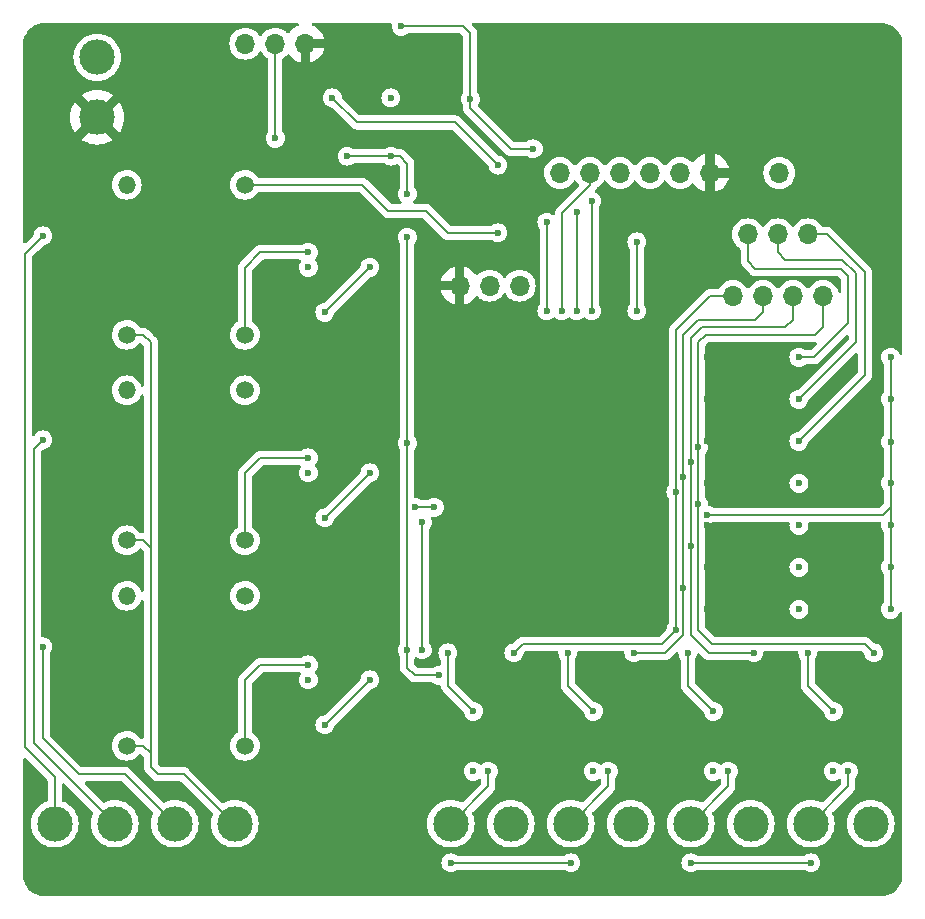
<source format=gbr>
%TF.GenerationSoftware,KiCad,Pcbnew,7.0.10*%
%TF.CreationDate,2024-07-01T13:53:20-03:00*%
%TF.ProjectId,board,626f6172-642e-46b6-9963-61645f706362,1.0*%
%TF.SameCoordinates,Original*%
%TF.FileFunction,Copper,L2,Bot*%
%TF.FilePolarity,Positive*%
%FSLAX46Y46*%
G04 Gerber Fmt 4.6, Leading zero omitted, Abs format (unit mm)*
G04 Created by KiCad (PCBNEW 7.0.10) date 2024-07-01 13:53:20*
%MOMM*%
%LPD*%
G01*
G04 APERTURE LIST*
%TA.AperFunction,ComponentPad*%
%ADD10O,1.508000X1.508000*%
%TD*%
%TA.AperFunction,ComponentPad*%
%ADD11C,1.508000*%
%TD*%
%TA.AperFunction,ComponentPad*%
%ADD12O,3.000000X3.000000*%
%TD*%
%TA.AperFunction,ComponentPad*%
%ADD13C,3.000000*%
%TD*%
%TA.AperFunction,ComponentPad*%
%ADD14O,1.700000X1.700000*%
%TD*%
%TA.AperFunction,ViaPad*%
%ADD15C,0.600000*%
%TD*%
%TA.AperFunction,Conductor*%
%ADD16C,0.200000*%
%TD*%
G04 APERTURE END LIST*
D10*
%TO.P,TP2,1*%
%TO.N,Net-(R4-Pad1)*%
X115189600Y-78079600D03*
D11*
%TO.P,TP2,2*%
%TO.N,Neutral*%
X115189600Y-90779600D03*
%TO.P,TP2,3*%
%TO.N,TP B-1*%
X125189600Y-90779600D03*
%TO.P,TP2,4*%
%TO.N,TC A-1*%
X125189600Y-78079600D03*
%TD*%
D10*
%TO.P,TP1,1*%
%TO.N,Net-(R3-Pad1)*%
X115189600Y-60680600D03*
D11*
%TO.P,TP1,2*%
%TO.N,Neutral*%
X115189600Y-73380600D03*
%TO.P,TP1,3*%
%TO.N,TP A-1*%
X125189600Y-73380600D03*
%TO.P,TP1,4*%
%TO.N,TC A-1*%
X125189600Y-60680600D03*
%TD*%
D12*
%TO.P,J7,1,Pin_1*%
%TO.N,TC A-1*%
X173101600Y-114782600D03*
D13*
%TO.P,J7,2,Pin_2*%
%TO.N,TC N-2*%
X178181600Y-114782600D03*
%TD*%
D10*
%TO.P,TP3,1*%
%TO.N,Net-(R5-Pad1)*%
X115189600Y-95478600D03*
D11*
%TO.P,TP3,2*%
%TO.N,Neutral*%
X115189600Y-108178600D03*
%TO.P,TP3,3*%
%TO.N,TP C-1*%
X125189600Y-108178600D03*
%TO.P,TP3,4*%
%TO.N,TC A-1*%
X125189600Y-95478600D03*
%TD*%
D14*
%TO.P,P1,1,Pin_1*%
%TO.N,GND*%
X143370600Y-69209600D03*
%TO.P,P1,2,Pin_2*%
%TO.N,UART TX*%
X145910600Y-69209600D03*
%TO.P,P1,3,Pin_3*%
%TO.N,UART RX*%
X148450600Y-69209600D03*
%TD*%
%TO.P,SW1,1,C*%
%TO.N,5V-12V*%
X125222600Y-48728600D03*
%TO.P,SW1,2,B*%
%TO.N,Vin*%
X127762600Y-48728600D03*
%TO.P,SW1,3,A*%
%TO.N,GND*%
X130302600Y-48728600D03*
%TD*%
D12*
%TO.P,J4,1,Pin_1*%
%TO.N,TC A-1*%
X142621600Y-114782600D03*
D13*
%TO.P,J4,2,Pin_2*%
%TO.N,TC A-2*%
X147701600Y-114782600D03*
%TD*%
D12*
%TO.P,J3,1,Pin_1*%
%TO.N,Line A*%
X109093600Y-114782600D03*
D13*
%TO.P,J3,2,Pin_2*%
%TO.N,Line B*%
X114173600Y-114782600D03*
%TD*%
D14*
%TO.P,P4,1,Pin_1*%
%TO.N,Wave A*%
X167767600Y-64871600D03*
%TO.P,P4,2,Pin_2*%
%TO.N,Wave B*%
X170307600Y-64871600D03*
%TO.P,P4,3,Pin_3*%
%TO.N,Wave C*%
X172847600Y-64871600D03*
%TD*%
D12*
%TO.P,J6,1,Pin_1*%
%TO.N,TC A-1*%
X162941600Y-114782600D03*
D13*
%TO.P,J6,2,Pin_2*%
%TO.N,TC C-2*%
X168021600Y-114782600D03*
%TD*%
D14*
%TO.P,P5,1,Pin_1*%
%TO.N,GND*%
X164567600Y-59664600D03*
%TO.P,P5,2,Pin_2*%
%TO.N,Vcc*%
X162027600Y-59664600D03*
%TO.P,P5,3,Pin_3*%
%TO.N,MISO*%
X159487600Y-59664600D03*
%TO.P,P5,4,Pin_4*%
%TO.N,MOSI*%
X156947600Y-59664600D03*
%TO.P,P5,5,Pin_5*%
%TO.N,CLK*%
X154407600Y-59664600D03*
%TO.P,P5,6,Pin_6*%
%TO.N,CS*%
X151867600Y-59664600D03*
%TD*%
%TO.P,P3,1,Pin_1*%
%TO.N,Current A*%
X166507600Y-70078600D03*
%TO.P,P3,2,Pin_2*%
%TO.N,Current B*%
X169047600Y-70078600D03*
%TO.P,P3,3,Pin_3*%
%TO.N,Current C*%
X171587600Y-70078600D03*
%TO.P,P3,4,Pin_4*%
%TO.N,Current N*%
X174127600Y-70078600D03*
%TD*%
D12*
%TO.P,J2,1,Pin_1*%
%TO.N,Line C*%
X119253600Y-114782600D03*
D13*
%TO.P,J2,2,Pin_2*%
%TO.N,Neutral*%
X124333600Y-114782600D03*
%TD*%
D14*
%TO.P,P2,1,Pin_1*%
%TO.N,TC A-1*%
X170434600Y-59664600D03*
%TD*%
D12*
%TO.P,J5,1,Pin_1*%
%TO.N,TC A-1*%
X152781600Y-114782600D03*
D13*
%TO.P,J5,2,Pin_2*%
%TO.N,TC B-2*%
X157861600Y-114782600D03*
%TD*%
D12*
%TO.P,J1,1,Pin_1*%
%TO.N,5V-12V*%
X112674600Y-49885600D03*
D13*
%TO.P,J1,2,Pin_2*%
%TO.N,GND*%
X112674600Y-54965600D03*
%TD*%
D15*
%TO.N,Net-(AMP8A--)*%
X146608800Y-59004200D03*
%TO.N,Line B*%
X108077600Y-82270600D03*
%TO.N,Line A*%
X108077600Y-64998600D03*
%TO.N,Line C*%
X108077600Y-99796600D03*
%TO.N,Vcc*%
X179858600Y-85953600D03*
X179858600Y-75285600D03*
X179858600Y-96621600D03*
X164338600Y-88620600D03*
X179858600Y-93065600D03*
X144272600Y-53428100D03*
X149606600Y-57632600D03*
X138430600Y-47256600D03*
X179858600Y-82423600D03*
X179858600Y-89509600D03*
X179858600Y-78841600D03*
%TO.N,GND*%
X164338600Y-82397600D03*
X177546600Y-110337600D03*
X164338600Y-89509600D03*
X157226600Y-110337600D03*
X164338600Y-75285600D03*
X164338600Y-78841600D03*
X164338600Y-85953600D03*
X147066600Y-110337600D03*
X164338600Y-96621600D03*
X164338600Y-93065600D03*
X167386600Y-110337600D03*
X135636600Y-57124600D03*
%TO.N,Current A*%
X172098600Y-96621600D03*
X147955600Y-100304600D03*
X161680600Y-86715600D03*
X161671600Y-98399600D03*
%TO.N,Current B*%
X162315600Y-85445600D03*
X172098600Y-93065600D03*
X162306600Y-94843600D03*
X158115600Y-100304600D03*
%TO.N,Current C*%
X172098600Y-89509600D03*
X168275600Y-100304600D03*
X162950600Y-91287600D03*
X162950600Y-84175600D03*
%TO.N,Current N*%
X178435600Y-100304600D03*
X163576600Y-87731600D03*
X163576600Y-82905600D03*
X172098600Y-85953600D03*
%TO.N,TC A-2*%
X144526600Y-110337600D03*
%TO.N,TC A-1*%
X176276600Y-110337600D03*
X145796600Y-110337600D03*
X152781600Y-118084600D03*
X166116600Y-110337600D03*
%TO.N,Net-(AMP8A--)*%
X132588600Y-53314600D03*
%TO.N,TC A-1*%
X155956600Y-110337600D03*
X142621600Y-118084600D03*
X130556600Y-85064600D03*
X173101600Y-118084600D03*
X162941600Y-118084600D03*
X146608800Y-64744600D03*
X130556600Y-102590600D03*
X130556600Y-67665600D03*
%TO.N,TP A-1*%
X130556600Y-66395600D03*
%TO.N,TP C-1*%
X130556600Y-101320600D03*
%TO.N,TP B-1*%
X130556600Y-83794600D03*
%TO.N,TC B-2*%
X154686600Y-110337600D03*
%TO.N,Wave A*%
X172085600Y-75285600D03*
X158369600Y-65506600D03*
X158369600Y-71348600D03*
%TO.N,Wave B*%
X139573600Y-87985600D03*
X141224600Y-87985600D03*
X172085600Y-78841600D03*
%TO.N,Wave C*%
X140208600Y-100050600D03*
X172092100Y-82397600D03*
X140208600Y-89255600D03*
%TO.N,CS*%
X154559600Y-62077600D03*
X154559600Y-71348600D03*
%TO.N,MOSI*%
X153289600Y-71348600D03*
X153289600Y-62966600D03*
%TO.N,CLK*%
X152019600Y-71348600D03*
%TO.N,MISO*%
X150749600Y-71348600D03*
X150749600Y-63855600D03*
%TO.N,TC N-2*%
X175006600Y-110337600D03*
%TO.N,Vin*%
X137541600Y-58253600D03*
X138938600Y-65125600D03*
X137541600Y-53314600D03*
X141605600Y-102209600D03*
X138938600Y-61442600D03*
X138938600Y-82524600D03*
X133844600Y-58253600D03*
X138938600Y-100050600D03*
X127762600Y-56743600D03*
%TO.N,TC C-2*%
X164846600Y-110337600D03*
%TO.N,Net-(AMP1B--)*%
X135763600Y-67665600D03*
X131953600Y-71475600D03*
%TO.N,Net-(AMP2B--)*%
X131953600Y-88874600D03*
X135763600Y-85064600D03*
%TO.N,Net-(AMP3B--)*%
X135763600Y-102590600D03*
X131953600Y-106400600D03*
%TO.N,Net-(AMP4B--)*%
X144526600Y-105257600D03*
X142367600Y-100304600D03*
%TO.N,Net-(AMP5B--)*%
X152527600Y-100304600D03*
X154686600Y-105257600D03*
%TO.N,Net-(AMP6B--)*%
X164846600Y-105257600D03*
X162687600Y-100304600D03*
%TO.N,Net-(AMP7B--)*%
X172847600Y-100304600D03*
X175006600Y-105257600D03*
%TD*%
D16*
%TO.N,Net-(AMP8A--)*%
X143002000Y-55397400D02*
X146608800Y-59004200D01*
X137109200Y-55397400D02*
X143002000Y-55397400D01*
X134671400Y-55397400D02*
X137109200Y-55397400D01*
X132588600Y-53314600D02*
X134671400Y-55397400D01*
%TO.N,TC A-1*%
X140487400Y-62865000D02*
X142367000Y-64744600D01*
X137313000Y-62865000D02*
X140487400Y-62865000D01*
X142367000Y-64744600D02*
X146608800Y-64744600D01*
X125189600Y-60680600D02*
X135128600Y-60680600D01*
X135128600Y-60680600D02*
X137313000Y-62865000D01*
%TO.N,Line B*%
X108077600Y-82270600D02*
X107315600Y-83032600D01*
X107315600Y-83032600D02*
X107315600Y-107924600D01*
X107315600Y-107924600D02*
X114173600Y-114782600D01*
%TO.N,Line A*%
X109093600Y-114782600D02*
X109093600Y-110845600D01*
X109093600Y-110845600D02*
X106553600Y-108305600D01*
X106553600Y-108305600D02*
X106553600Y-66522600D01*
X106553600Y-66522600D02*
X108077600Y-64998600D01*
%TO.N,Neutral*%
X115189600Y-108178600D02*
X116586600Y-108178600D01*
X116586600Y-108178600D02*
X117221600Y-108813600D01*
X117221600Y-91414600D02*
X117221600Y-74015600D01*
X117856600Y-110591600D02*
X117221600Y-109956600D01*
X116586600Y-73380600D02*
X115189600Y-73380600D01*
X115189600Y-90779600D02*
X116586600Y-90779600D01*
X117221600Y-109956600D02*
X117221600Y-108813600D01*
X116586600Y-90779600D02*
X117221600Y-91414600D01*
X117221600Y-108813600D02*
X117221600Y-91414600D01*
X124333600Y-114909600D02*
X120015600Y-110591600D01*
X117221600Y-74015600D02*
X116586600Y-73380600D01*
X120015600Y-110591600D02*
X117856600Y-110591600D01*
%TO.N,Line C*%
X111125600Y-110591600D02*
X108077600Y-107543600D01*
X115062600Y-110591600D02*
X111125600Y-110591600D01*
X108077600Y-107543600D02*
X108077600Y-99796600D01*
X119253600Y-114782600D02*
X115062600Y-110591600D01*
%TO.N,Vcc*%
X179858600Y-75285600D02*
X179858600Y-78841600D01*
X179858600Y-96621600D02*
X179858600Y-93065600D01*
X144272600Y-54203600D02*
X144272600Y-53428100D01*
X179858600Y-87959600D02*
X179858600Y-85953600D01*
X179858600Y-82423600D02*
X179858600Y-85953600D01*
X179858600Y-78841600D02*
X179858600Y-82423600D01*
X143675600Y-47256600D02*
X138430600Y-47256600D01*
X147701600Y-57632600D02*
X149606600Y-57632600D01*
X144272600Y-53428100D02*
X144272600Y-47853600D01*
X144272600Y-47853600D02*
X143675600Y-47256600D01*
X179858600Y-93065600D02*
X179858600Y-89509600D01*
X179858600Y-89509600D02*
X179858600Y-87959600D01*
X147701600Y-57632600D02*
X144272600Y-54203600D01*
X164338600Y-88620600D02*
X179197600Y-88620600D01*
X179197600Y-88620600D02*
X179858600Y-87959600D01*
%TO.N,Current A*%
X161680600Y-86715600D02*
X161680600Y-72990600D01*
X164592600Y-70078600D02*
X166507600Y-70078600D01*
X161680600Y-86715600D02*
X161680600Y-98390600D01*
X161680600Y-98390600D02*
X160528600Y-99542600D01*
X160528600Y-99542600D02*
X148717600Y-99542600D01*
X161680600Y-72990600D02*
X164592600Y-70078600D01*
X148717600Y-99542600D02*
X147955600Y-100304600D01*
%TO.N,Current B*%
X162315600Y-85445600D02*
X162315600Y-98771600D01*
X162315600Y-73371600D02*
X163576600Y-72110600D01*
X160782600Y-100304600D02*
X158115600Y-100304600D01*
X169047600Y-71465600D02*
X169047600Y-70078600D01*
X168402600Y-72110600D02*
X169047600Y-71465600D01*
X163576600Y-72110600D02*
X168402600Y-72110600D01*
X162315600Y-98771600D02*
X160782600Y-100304600D01*
X162315600Y-85445600D02*
X162315600Y-73371600D01*
%TO.N,Current C*%
X162950600Y-84175600D02*
X162950600Y-73689100D01*
X162950600Y-84175600D02*
X162950600Y-98789600D01*
X171587600Y-72100600D02*
X171587600Y-70078600D01*
X163894100Y-72745600D02*
X170942600Y-72745600D01*
X162950600Y-73689100D02*
X163894100Y-72745600D01*
X170942600Y-72745600D02*
X171587600Y-72100600D01*
X162950600Y-98789600D02*
X164465600Y-100304600D01*
X164465600Y-100304600D02*
X168275600Y-100304600D01*
%TO.N,Current N*%
X164719600Y-99542600D02*
X177673600Y-99542600D01*
X174127600Y-72745600D02*
X174127600Y-70078600D01*
X164211600Y-73380600D02*
X173492600Y-73380600D01*
X163576600Y-74015600D02*
X164211600Y-73380600D01*
X177673600Y-99542600D02*
X178435600Y-100304600D01*
X163576600Y-98399600D02*
X164719600Y-99542600D01*
X163576600Y-82931600D02*
X163576600Y-98399600D01*
X163576600Y-82905600D02*
X163576600Y-74015600D01*
X173492600Y-73380600D02*
X174127600Y-72745600D01*
%TO.N,TC A-1*%
X176276600Y-111607600D02*
X176276600Y-110337600D01*
X142621600Y-114782600D02*
X145796600Y-111607600D01*
X173101600Y-114782600D02*
X176276600Y-111607600D01*
X166116600Y-111607600D02*
X166116600Y-110337600D01*
X152781600Y-114782600D02*
X155956600Y-111607600D01*
X162941600Y-118084600D02*
X173101600Y-118084600D01*
X142621600Y-118084600D02*
X152781600Y-118084600D01*
X162941600Y-114782600D02*
X166116600Y-111607600D01*
X145796600Y-111607600D02*
X145796600Y-110337600D01*
X155956600Y-111607600D02*
X155956600Y-110337600D01*
%TO.N,TP A-1*%
X125189600Y-67698600D02*
X126492600Y-66395600D01*
X125189600Y-73380600D02*
X125189600Y-67698600D01*
X126492600Y-66395600D02*
X130556600Y-66395600D01*
%TO.N,TP C-1*%
X125189600Y-102623600D02*
X125189600Y-108178600D01*
X130556600Y-101320600D02*
X126492600Y-101320600D01*
X126492600Y-101320600D02*
X125189600Y-102623600D01*
%TO.N,TP B-1*%
X125189600Y-85097600D02*
X126492600Y-83794600D01*
X126492600Y-83794600D02*
X130556600Y-83794600D01*
X125189600Y-90779600D02*
X125189600Y-85097600D01*
%TO.N,Wave A*%
X167767600Y-67157600D02*
X167767600Y-64871600D01*
X176276600Y-68427600D02*
X175641600Y-67792600D01*
X158369600Y-65506600D02*
X158369600Y-71348600D01*
X176276600Y-72364600D02*
X176276600Y-68427600D01*
X172085600Y-75285600D02*
X173355600Y-75285600D01*
X173355600Y-75285600D02*
X176276600Y-72364600D01*
X168402600Y-67792600D02*
X167767600Y-67157600D01*
X175641600Y-67792600D02*
X168402600Y-67792600D01*
%TO.N,Wave B*%
X139573600Y-87985600D02*
X141224600Y-87985600D01*
X175768600Y-67030600D02*
X170942600Y-67030600D01*
X172085600Y-78841600D02*
X176911600Y-74015600D01*
X170942600Y-67030600D02*
X170307600Y-66395600D01*
X176911600Y-74015600D02*
X176911600Y-68173600D01*
X176911600Y-68173600D02*
X175768600Y-67030600D01*
X170307600Y-66395600D02*
X170307600Y-64871600D01*
%TO.N,Wave C*%
X174498600Y-64871600D02*
X172847600Y-64871600D01*
X177673600Y-68046600D02*
X174498600Y-64871600D01*
X140208600Y-89255600D02*
X140208600Y-100050600D01*
X177673600Y-76816100D02*
X177673600Y-68046600D01*
X172092100Y-82397600D02*
X177673600Y-76816100D01*
%TO.N,CS*%
X154559600Y-62077600D02*
X154559600Y-71348600D01*
%TO.N,MOSI*%
X153289600Y-62966600D02*
X153289600Y-71348600D01*
%TO.N,CLK*%
X154407600Y-60705600D02*
X154407600Y-59664600D01*
X152019600Y-71348600D02*
X152019600Y-63093600D01*
X152019600Y-63093600D02*
X154407600Y-60705600D01*
%TO.N,MISO*%
X150749600Y-63855600D02*
X150749600Y-71348600D01*
%TO.N,Vin*%
X127762600Y-48728600D02*
X127762600Y-56743600D01*
X137541600Y-58253600D02*
X138289600Y-58253600D01*
X138938600Y-65125600D02*
X138938600Y-82524600D01*
X138289600Y-58253600D02*
X138938600Y-58902600D01*
X138938600Y-58902600D02*
X138938600Y-61442600D01*
X138938600Y-82524600D02*
X138938600Y-100050600D01*
X138938600Y-101574600D02*
X139573600Y-102209600D01*
X138938600Y-100050600D02*
X138938600Y-101574600D01*
X139573600Y-102209600D02*
X141605600Y-102209600D01*
X133844600Y-58253600D02*
X137541600Y-58253600D01*
%TO.N,Net-(AMP1B--)*%
X135763600Y-67665600D02*
X131953600Y-71475600D01*
%TO.N,Net-(AMP2B--)*%
X131953600Y-88874600D02*
X135763600Y-85064600D01*
%TO.N,Net-(AMP3B--)*%
X135763600Y-102590600D02*
X131953600Y-106400600D01*
%TO.N,Net-(AMP4B--)*%
X142367600Y-103098600D02*
X144526600Y-105257600D01*
X142367600Y-100304600D02*
X142367600Y-103098600D01*
%TO.N,Net-(AMP5B--)*%
X152527600Y-100304600D02*
X152527600Y-103098600D01*
X152527600Y-103098600D02*
X154686600Y-105257600D01*
%TO.N,Net-(AMP6B--)*%
X162687600Y-103098600D02*
X164846600Y-105257600D01*
X162687600Y-100304600D02*
X162687600Y-103098600D01*
%TO.N,Net-(AMP7B--)*%
X172847600Y-100304600D02*
X172847600Y-103098600D01*
X172847600Y-103098600D02*
X175006600Y-105257600D01*
%TD*%
%TA.AperFunction,Conductor*%
%TO.N,GND*%
G36*
X129711369Y-46976785D02*
G01*
X129757124Y-47029589D01*
X129767068Y-47098747D01*
X129738043Y-47162303D01*
X129691783Y-47195661D01*
X129551198Y-47253892D01*
X129329759Y-47389590D01*
X129329758Y-47389591D01*
X129132266Y-47558266D01*
X128963591Y-47755758D01*
X128963590Y-47755760D01*
X128945491Y-47785295D01*
X128893679Y-47832171D01*
X128824749Y-47843593D01*
X128760586Y-47815935D01*
X128752083Y-47808187D01*
X128699654Y-47755758D01*
X128634001Y-47690105D01*
X128633997Y-47690102D01*
X128633996Y-47690101D01*
X128440434Y-47554567D01*
X128440430Y-47554565D01*
X128432264Y-47550757D01*
X128226263Y-47454697D01*
X128226259Y-47454696D01*
X128226255Y-47454694D01*
X127998013Y-47393538D01*
X127998003Y-47393536D01*
X127762601Y-47372941D01*
X127762599Y-47372941D01*
X127527196Y-47393536D01*
X127527186Y-47393538D01*
X127298944Y-47454694D01*
X127298935Y-47454698D01*
X127084771Y-47554564D01*
X127084769Y-47554565D01*
X126891197Y-47690105D01*
X126724105Y-47857197D01*
X126594175Y-48042758D01*
X126539598Y-48086383D01*
X126470100Y-48093577D01*
X126407745Y-48062054D01*
X126391025Y-48042758D01*
X126261094Y-47857197D01*
X126094002Y-47690106D01*
X126093995Y-47690101D01*
X125900434Y-47554567D01*
X125900430Y-47554565D01*
X125892264Y-47550757D01*
X125686263Y-47454697D01*
X125686259Y-47454696D01*
X125686255Y-47454694D01*
X125458013Y-47393538D01*
X125458003Y-47393536D01*
X125222601Y-47372941D01*
X125222599Y-47372941D01*
X124987196Y-47393536D01*
X124987186Y-47393538D01*
X124758944Y-47454694D01*
X124758935Y-47454698D01*
X124544771Y-47554564D01*
X124544769Y-47554565D01*
X124351197Y-47690105D01*
X124184105Y-47857197D01*
X124048565Y-48050769D01*
X124048564Y-48050771D01*
X123948698Y-48264935D01*
X123948694Y-48264944D01*
X123887538Y-48493186D01*
X123887536Y-48493196D01*
X123866941Y-48728599D01*
X123866941Y-48728600D01*
X123887536Y-48964003D01*
X123887538Y-48964013D01*
X123948694Y-49192255D01*
X123948696Y-49192259D01*
X123948697Y-49192263D01*
X124008520Y-49320554D01*
X124048565Y-49406430D01*
X124048567Y-49406434D01*
X124100077Y-49479997D01*
X124184105Y-49600001D01*
X124351199Y-49767095D01*
X124447984Y-49834865D01*
X124544765Y-49902632D01*
X124544767Y-49902633D01*
X124544770Y-49902635D01*
X124758937Y-50002503D01*
X124987192Y-50063663D01*
X125175518Y-50080139D01*
X125222599Y-50084259D01*
X125222600Y-50084259D01*
X125222601Y-50084259D01*
X125261834Y-50080826D01*
X125458008Y-50063663D01*
X125686263Y-50002503D01*
X125900430Y-49902635D01*
X126094001Y-49767095D01*
X126261095Y-49600001D01*
X126391025Y-49414442D01*
X126445602Y-49370817D01*
X126515100Y-49363623D01*
X126577455Y-49395146D01*
X126594175Y-49414442D01*
X126724100Y-49599995D01*
X126724105Y-49600001D01*
X126891199Y-49767095D01*
X126987984Y-49834865D01*
X127084765Y-49902632D01*
X127084767Y-49902633D01*
X127084770Y-49902635D01*
X127090498Y-49905306D01*
X127142939Y-49951472D01*
X127162100Y-50017690D01*
X127162100Y-56161187D01*
X127142415Y-56228226D01*
X127135050Y-56238496D01*
X127132786Y-56241334D01*
X127036811Y-56394076D01*
X126977231Y-56564345D01*
X126977230Y-56564350D01*
X126957035Y-56743596D01*
X126957035Y-56743603D01*
X126977230Y-56922849D01*
X126977231Y-56922854D01*
X127036811Y-57093123D01*
X127060195Y-57130338D01*
X127132784Y-57245862D01*
X127260338Y-57373416D01*
X127350680Y-57430182D01*
X127411236Y-57468232D01*
X127413078Y-57469389D01*
X127583345Y-57528968D01*
X127583350Y-57528969D01*
X127762596Y-57549165D01*
X127762600Y-57549165D01*
X127762604Y-57549165D01*
X127941849Y-57528969D01*
X127941852Y-57528968D01*
X127941855Y-57528968D01*
X128112122Y-57469389D01*
X128264862Y-57373416D01*
X128392416Y-57245862D01*
X128488389Y-57093122D01*
X128547968Y-56922855D01*
X128556489Y-56847230D01*
X128568165Y-56743603D01*
X128568165Y-56743596D01*
X128547969Y-56564350D01*
X128547968Y-56564345D01*
X128488388Y-56394076D01*
X128392413Y-56241334D01*
X128390150Y-56238496D01*
X128389259Y-56236315D01*
X128388711Y-56235442D01*
X128388864Y-56235345D01*
X128363744Y-56173809D01*
X128363100Y-56161187D01*
X128363100Y-53314603D01*
X131783035Y-53314603D01*
X131803230Y-53493849D01*
X131803231Y-53493854D01*
X131862811Y-53664123D01*
X131934128Y-53777622D01*
X131958784Y-53816862D01*
X132086338Y-53944416D01*
X132239078Y-54040389D01*
X132409345Y-54099968D01*
X132496269Y-54109761D01*
X132560680Y-54136826D01*
X132570065Y-54145300D01*
X134213199Y-55788434D01*
X134223893Y-55800628D01*
X134243115Y-55825679D01*
X134243116Y-55825680D01*
X134243118Y-55825682D01*
X134368559Y-55921936D01*
X134514638Y-55982444D01*
X134593019Y-55992763D01*
X134671399Y-56003082D01*
X134671400Y-56003082D01*
X134702702Y-55998960D01*
X134718887Y-55997900D01*
X137069839Y-55997900D01*
X142701903Y-55997900D01*
X142768942Y-56017585D01*
X142789583Y-56034218D01*
X144284332Y-57528968D01*
X145778098Y-59022734D01*
X145811583Y-59084057D01*
X145813637Y-59096531D01*
X145823430Y-59183449D01*
X145883010Y-59353721D01*
X145937498Y-59440438D01*
X145978984Y-59506462D01*
X146106538Y-59634016D01*
X146155211Y-59664599D01*
X146236890Y-59715922D01*
X146259278Y-59729989D01*
X146429545Y-59789568D01*
X146429550Y-59789569D01*
X146608796Y-59809765D01*
X146608800Y-59809765D01*
X146608804Y-59809765D01*
X146788049Y-59789569D01*
X146788052Y-59789568D01*
X146788055Y-59789568D01*
X146958322Y-59729989D01*
X147111062Y-59634016D01*
X147238616Y-59506462D01*
X147334589Y-59353722D01*
X147394168Y-59183455D01*
X147394169Y-59183449D01*
X147414365Y-59004203D01*
X147414365Y-59004196D01*
X147394169Y-58824950D01*
X147394168Y-58824945D01*
X147368621Y-58751935D01*
X147334589Y-58654678D01*
X147316635Y-58626105D01*
X147295382Y-58592280D01*
X147238616Y-58501938D01*
X147111062Y-58374384D01*
X147039690Y-58329538D01*
X146958321Y-58278410D01*
X146788049Y-58218830D01*
X146701131Y-58209037D01*
X146636717Y-58181970D01*
X146627334Y-58173498D01*
X143460199Y-55006364D01*
X143449503Y-54994167D01*
X143430286Y-54969122D01*
X143430283Y-54969120D01*
X143430282Y-54969118D01*
X143304841Y-54872864D01*
X143158762Y-54812356D01*
X143158760Y-54812355D01*
X143002001Y-54791718D01*
X143002000Y-54791718D01*
X142970697Y-54795839D01*
X142954513Y-54796900D01*
X134971497Y-54796900D01*
X134904458Y-54777215D01*
X134883816Y-54760581D01*
X133437838Y-53314603D01*
X136736035Y-53314603D01*
X136756230Y-53493849D01*
X136756231Y-53493854D01*
X136815811Y-53664123D01*
X136887128Y-53777622D01*
X136911784Y-53816862D01*
X137039338Y-53944416D01*
X137083260Y-53972014D01*
X137180854Y-54033337D01*
X137192078Y-54040389D01*
X137315348Y-54083523D01*
X137362345Y-54099968D01*
X137362350Y-54099969D01*
X137541596Y-54120165D01*
X137541600Y-54120165D01*
X137541604Y-54120165D01*
X137720849Y-54099969D01*
X137720852Y-54099968D01*
X137720855Y-54099968D01*
X137891122Y-54040389D01*
X138043862Y-53944416D01*
X138171416Y-53816862D01*
X138267389Y-53664122D01*
X138326968Y-53493855D01*
X138326969Y-53493849D01*
X138347165Y-53314603D01*
X138347165Y-53314596D01*
X138326969Y-53135350D01*
X138326968Y-53135345D01*
X138307104Y-53078576D01*
X138267389Y-52965078D01*
X138171416Y-52812338D01*
X138043862Y-52684784D01*
X138005477Y-52660665D01*
X137891123Y-52588811D01*
X137720854Y-52529231D01*
X137720849Y-52529230D01*
X137541604Y-52509035D01*
X137541596Y-52509035D01*
X137362350Y-52529230D01*
X137362345Y-52529231D01*
X137192076Y-52588811D01*
X137039337Y-52684784D01*
X136911784Y-52812337D01*
X136815811Y-52965076D01*
X136756231Y-53135345D01*
X136756230Y-53135350D01*
X136736035Y-53314596D01*
X136736035Y-53314603D01*
X133437838Y-53314603D01*
X133419300Y-53296065D01*
X133385815Y-53234742D01*
X133383763Y-53222286D01*
X133373968Y-53135345D01*
X133314389Y-52965078D01*
X133218416Y-52812338D01*
X133090862Y-52684784D01*
X133052477Y-52660665D01*
X132938123Y-52588811D01*
X132767854Y-52529231D01*
X132767849Y-52529230D01*
X132588604Y-52509035D01*
X132588596Y-52509035D01*
X132409350Y-52529230D01*
X132409345Y-52529231D01*
X132239076Y-52588811D01*
X132086337Y-52684784D01*
X131958784Y-52812337D01*
X131862811Y-52965076D01*
X131803231Y-53135345D01*
X131803230Y-53135350D01*
X131783035Y-53314596D01*
X131783035Y-53314603D01*
X128363100Y-53314603D01*
X128363100Y-50017690D01*
X128382785Y-49950651D01*
X128434701Y-49905306D01*
X128440430Y-49902635D01*
X128634001Y-49767095D01*
X128752083Y-49649013D01*
X128813406Y-49615528D01*
X128883098Y-49620512D01*
X128939031Y-49662384D01*
X128945492Y-49671905D01*
X128963592Y-49701442D01*
X129132266Y-49898933D01*
X129329758Y-50067608D01*
X129329759Y-50067609D01*
X129551198Y-50203307D01*
X129791146Y-50302696D01*
X129902599Y-50329453D01*
X129902600Y-50329453D01*
X129902600Y-49031017D01*
X129920839Y-49059398D01*
X130029500Y-49153552D01*
X130160285Y-49213280D01*
X130266837Y-49228600D01*
X130338363Y-49228600D01*
X130444915Y-49213280D01*
X130575700Y-49153552D01*
X130604497Y-49128600D01*
X130702600Y-49128600D01*
X130702600Y-50329453D01*
X130814053Y-50302696D01*
X131054001Y-50203307D01*
X131275440Y-50067609D01*
X131275441Y-50067608D01*
X131472933Y-49898933D01*
X131641608Y-49701441D01*
X131641609Y-49701440D01*
X131777307Y-49480000D01*
X131777309Y-49479997D01*
X131876697Y-49240052D01*
X131903454Y-49128600D01*
X130702600Y-49128600D01*
X130604497Y-49128600D01*
X130684361Y-49059398D01*
X130762093Y-48938444D01*
X130802600Y-48800489D01*
X130802600Y-48656711D01*
X130762093Y-48518756D01*
X130684361Y-48397802D01*
X130604497Y-48328600D01*
X131903454Y-48328600D01*
X131903453Y-48328599D01*
X131876697Y-48217147D01*
X131777309Y-47977202D01*
X131777307Y-47977199D01*
X131641609Y-47755759D01*
X131641608Y-47755758D01*
X131472933Y-47558266D01*
X131275441Y-47389591D01*
X131275440Y-47389590D01*
X131054001Y-47253892D01*
X130913417Y-47195661D01*
X130859014Y-47151820D01*
X130836949Y-47085526D01*
X130854228Y-47017827D01*
X130905365Y-46970216D01*
X130960870Y-46957100D01*
X137520024Y-46957100D01*
X137587063Y-46976785D01*
X137632818Y-47029589D01*
X137643244Y-47094983D01*
X137625035Y-47256596D01*
X137625035Y-47256603D01*
X137645230Y-47435849D01*
X137645231Y-47435854D01*
X137704811Y-47606123D01*
X137761812Y-47696839D01*
X137800784Y-47758862D01*
X137928338Y-47886416D01*
X138081078Y-47982389D01*
X138111663Y-47993091D01*
X138251345Y-48041968D01*
X138251350Y-48041969D01*
X138430596Y-48062165D01*
X138430600Y-48062165D01*
X138430604Y-48062165D01*
X138609849Y-48041969D01*
X138609852Y-48041968D01*
X138609855Y-48041968D01*
X138780122Y-47982389D01*
X138932862Y-47886416D01*
X138932867Y-47886410D01*
X138935697Y-47884155D01*
X138937875Y-47883265D01*
X138938758Y-47882711D01*
X138938855Y-47882865D01*
X139000383Y-47857745D01*
X139013012Y-47857100D01*
X143375503Y-47857100D01*
X143442542Y-47876785D01*
X143463184Y-47893419D01*
X143635781Y-48066016D01*
X143669266Y-48127339D01*
X143672100Y-48153697D01*
X143672100Y-52845687D01*
X143652415Y-52912726D01*
X143645050Y-52922996D01*
X143642786Y-52925834D01*
X143546811Y-53078576D01*
X143487231Y-53248845D01*
X143487230Y-53248850D01*
X143467035Y-53428096D01*
X143467035Y-53428103D01*
X143487230Y-53607349D01*
X143487231Y-53607354D01*
X143546811Y-53777623D01*
X143642785Y-53930363D01*
X143645045Y-53933197D01*
X143645934Y-53935375D01*
X143646489Y-53936258D01*
X143646334Y-53936355D01*
X143671455Y-53997883D01*
X143672100Y-54010512D01*
X143672100Y-54156112D01*
X143671038Y-54172297D01*
X143666918Y-54203600D01*
X143669215Y-54221051D01*
X143672100Y-54242960D01*
X143672100Y-54242961D01*
X143687555Y-54360360D01*
X143687556Y-54360362D01*
X143748064Y-54506441D01*
X143806820Y-54583013D01*
X143844319Y-54631883D01*
X143869369Y-54651104D01*
X143881564Y-54661799D01*
X147243399Y-58023634D01*
X147254093Y-58035828D01*
X147273318Y-58060882D01*
X147369731Y-58134862D01*
X147398759Y-58157136D01*
X147398762Y-58157137D01*
X147398763Y-58157138D01*
X147438260Y-58173498D01*
X147544838Y-58217644D01*
X147623219Y-58227963D01*
X147701599Y-58238282D01*
X147701600Y-58238282D01*
X147732902Y-58234160D01*
X147749087Y-58233100D01*
X149024188Y-58233100D01*
X149091227Y-58252785D01*
X149101503Y-58260155D01*
X149104336Y-58262414D01*
X149104338Y-58262416D01*
X149257078Y-58358389D01*
X149349409Y-58390697D01*
X149427345Y-58417968D01*
X149427350Y-58417969D01*
X149606596Y-58438165D01*
X149606600Y-58438165D01*
X149606604Y-58438165D01*
X149785849Y-58417969D01*
X149785852Y-58417968D01*
X149785855Y-58417968D01*
X149956122Y-58358389D01*
X150108862Y-58262416D01*
X150236416Y-58134862D01*
X150332389Y-57982122D01*
X150391968Y-57811855D01*
X150398787Y-57751337D01*
X150412165Y-57632603D01*
X150412165Y-57632596D01*
X150391969Y-57453350D01*
X150391968Y-57453345D01*
X150390110Y-57448035D01*
X150332389Y-57283078D01*
X150236416Y-57130338D01*
X150108862Y-57002784D01*
X150043533Y-56961735D01*
X149956123Y-56906811D01*
X149785854Y-56847231D01*
X149785849Y-56847230D01*
X149606604Y-56827035D01*
X149606596Y-56827035D01*
X149427350Y-56847230D01*
X149427345Y-56847231D01*
X149257076Y-56906811D01*
X149104336Y-57002785D01*
X149101503Y-57005045D01*
X149099324Y-57005934D01*
X149098442Y-57006489D01*
X149098344Y-57006334D01*
X149036817Y-57031455D01*
X149024188Y-57032100D01*
X148001697Y-57032100D01*
X147934658Y-57012415D01*
X147914016Y-56995781D01*
X144951572Y-54033337D01*
X144918087Y-53972014D01*
X144923071Y-53902322D01*
X144934259Y-53879684D01*
X144998389Y-53777622D01*
X145057968Y-53607355D01*
X145057969Y-53607349D01*
X145078165Y-53428103D01*
X145078165Y-53428096D01*
X145057969Y-53248850D01*
X145057968Y-53248845D01*
X145018254Y-53135350D01*
X144998389Y-53078578D01*
X144902416Y-52925838D01*
X144902414Y-52925836D01*
X144902413Y-52925834D01*
X144900150Y-52922996D01*
X144899259Y-52920815D01*
X144898711Y-52919942D01*
X144898864Y-52919845D01*
X144873744Y-52858309D01*
X144873100Y-52845687D01*
X144873100Y-47901087D01*
X144874161Y-47884901D01*
X144874377Y-47883265D01*
X144878282Y-47853600D01*
X144873323Y-47815935D01*
X144857644Y-47696839D01*
X144857644Y-47696838D01*
X144797136Y-47550759D01*
X144797135Y-47550758D01*
X144797135Y-47550757D01*
X144722587Y-47453603D01*
X144722570Y-47453583D01*
X144700882Y-47425318D01*
X144675824Y-47406090D01*
X144663646Y-47395410D01*
X144437015Y-47168779D01*
X144403531Y-47107458D01*
X144408515Y-47037766D01*
X144450387Y-46981833D01*
X144515851Y-46957416D01*
X144524697Y-46957100D01*
X179004708Y-46957100D01*
X179066172Y-46957100D01*
X179075018Y-46957416D01*
X179315863Y-46974641D01*
X179333364Y-46977158D01*
X179564970Y-47027540D01*
X179581935Y-47032521D01*
X179804020Y-47115354D01*
X179820103Y-47122699D01*
X179953721Y-47195661D01*
X180028131Y-47236292D01*
X180043014Y-47245857D01*
X180232754Y-47387894D01*
X180246125Y-47399480D01*
X180413719Y-47567074D01*
X180425305Y-47580445D01*
X180567342Y-47770185D01*
X180576907Y-47785068D01*
X180690497Y-47993091D01*
X180697847Y-48009185D01*
X180780676Y-48231259D01*
X180785660Y-48248234D01*
X180836040Y-48479829D01*
X180838558Y-48497341D01*
X180855784Y-48738181D01*
X180856100Y-48747027D01*
X180856100Y-74982769D01*
X180836415Y-75049808D01*
X180783611Y-75095563D01*
X180714453Y-75105507D01*
X180650897Y-75076482D01*
X180615059Y-75023724D01*
X180584390Y-74936080D01*
X180584389Y-74936078D01*
X180488416Y-74783338D01*
X180360862Y-74655784D01*
X180335570Y-74639892D01*
X180208123Y-74559811D01*
X180037854Y-74500231D01*
X180037849Y-74500230D01*
X179858604Y-74480035D01*
X179858596Y-74480035D01*
X179679350Y-74500230D01*
X179679345Y-74500231D01*
X179509076Y-74559811D01*
X179356337Y-74655784D01*
X179228784Y-74783337D01*
X179132811Y-74936076D01*
X179073231Y-75106345D01*
X179073230Y-75106350D01*
X179053035Y-75285596D01*
X179053035Y-75285603D01*
X179073230Y-75464849D01*
X179073231Y-75464854D01*
X179132811Y-75635123D01*
X179228784Y-75787862D01*
X179231045Y-75790697D01*
X179231934Y-75792875D01*
X179232489Y-75793758D01*
X179232334Y-75793855D01*
X179257455Y-75855383D01*
X179258100Y-75868012D01*
X179258100Y-78259187D01*
X179238415Y-78326226D01*
X179231050Y-78336496D01*
X179228786Y-78339334D01*
X179132811Y-78492076D01*
X179073231Y-78662345D01*
X179073230Y-78662350D01*
X179053035Y-78841596D01*
X179053035Y-78841603D01*
X179073230Y-79020849D01*
X179073231Y-79020854D01*
X179132811Y-79191123D01*
X179177940Y-79262944D01*
X179213640Y-79319761D01*
X179228785Y-79343863D01*
X179231045Y-79346697D01*
X179231934Y-79348875D01*
X179232489Y-79349758D01*
X179232334Y-79349855D01*
X179257455Y-79411383D01*
X179258100Y-79424012D01*
X179258100Y-81841187D01*
X179238415Y-81908226D01*
X179231050Y-81918496D01*
X179228786Y-81921334D01*
X179132811Y-82074076D01*
X179073231Y-82244345D01*
X179073230Y-82244350D01*
X179053035Y-82423596D01*
X179053035Y-82423603D01*
X179073230Y-82602849D01*
X179073231Y-82602854D01*
X179132811Y-82773123D01*
X179193115Y-82869096D01*
X179216054Y-82905603D01*
X179228785Y-82925863D01*
X179231045Y-82928697D01*
X179231934Y-82930875D01*
X179232489Y-82931758D01*
X179232334Y-82931855D01*
X179257455Y-82993383D01*
X179258100Y-83006012D01*
X179258100Y-85371187D01*
X179238415Y-85438226D01*
X179231050Y-85448496D01*
X179228786Y-85451334D01*
X179132811Y-85604076D01*
X179073231Y-85774345D01*
X179073230Y-85774350D01*
X179053035Y-85953596D01*
X179053035Y-85953603D01*
X179073230Y-86132849D01*
X179073231Y-86132854D01*
X179132811Y-86303123D01*
X179228785Y-86455863D01*
X179231045Y-86458697D01*
X179231934Y-86460875D01*
X179232489Y-86461758D01*
X179232334Y-86461855D01*
X179257455Y-86523383D01*
X179258100Y-86536012D01*
X179258100Y-87659503D01*
X179238415Y-87726542D01*
X179221781Y-87747184D01*
X178985184Y-87983781D01*
X178923861Y-88017266D01*
X178897503Y-88020100D01*
X164921012Y-88020100D01*
X164853973Y-88000415D01*
X164843697Y-87993045D01*
X164840863Y-87990785D01*
X164840862Y-87990784D01*
X164728589Y-87920238D01*
X164688123Y-87894811D01*
X164517854Y-87835231D01*
X164517850Y-87835230D01*
X164490510Y-87832150D01*
X164426096Y-87805082D01*
X164386542Y-87747487D01*
X164381175Y-87722813D01*
X164361969Y-87552350D01*
X164361968Y-87552345D01*
X164303446Y-87385100D01*
X164302389Y-87382078D01*
X164288195Y-87359489D01*
X164225563Y-87259811D01*
X164206416Y-87229338D01*
X164206414Y-87229336D01*
X164206413Y-87229334D01*
X164204150Y-87226496D01*
X164203259Y-87224315D01*
X164202711Y-87223442D01*
X164202864Y-87223345D01*
X164177744Y-87161809D01*
X164177100Y-87149187D01*
X164177100Y-85953603D01*
X171293035Y-85953603D01*
X171313230Y-86132849D01*
X171313231Y-86132854D01*
X171372811Y-86303123D01*
X171412369Y-86366078D01*
X171468784Y-86455862D01*
X171596338Y-86583416D01*
X171749078Y-86679389D01*
X171852552Y-86715596D01*
X171919345Y-86738968D01*
X171919350Y-86738969D01*
X172098596Y-86759165D01*
X172098600Y-86759165D01*
X172098604Y-86759165D01*
X172277849Y-86738969D01*
X172277852Y-86738968D01*
X172277855Y-86738968D01*
X172448122Y-86679389D01*
X172600862Y-86583416D01*
X172728416Y-86455862D01*
X172824389Y-86303122D01*
X172883968Y-86132855D01*
X172904165Y-85953600D01*
X172897596Y-85895300D01*
X172883969Y-85774350D01*
X172883968Y-85774345D01*
X172864185Y-85717808D01*
X172824389Y-85604078D01*
X172728416Y-85451338D01*
X172600862Y-85323784D01*
X172448123Y-85227811D01*
X172277854Y-85168231D01*
X172277849Y-85168230D01*
X172098604Y-85148035D01*
X172098596Y-85148035D01*
X171919350Y-85168230D01*
X171919345Y-85168231D01*
X171749076Y-85227811D01*
X171596337Y-85323784D01*
X171468784Y-85451337D01*
X171372811Y-85604076D01*
X171313231Y-85774345D01*
X171313230Y-85774350D01*
X171293035Y-85953596D01*
X171293035Y-85953603D01*
X164177100Y-85953603D01*
X164177100Y-83488012D01*
X164196785Y-83420973D01*
X164204155Y-83410697D01*
X164206410Y-83407867D01*
X164206416Y-83407862D01*
X164302389Y-83255122D01*
X164361968Y-83084855D01*
X164363888Y-83067815D01*
X164382165Y-82905603D01*
X164382165Y-82905596D01*
X164361969Y-82726350D01*
X164361968Y-82726345D01*
X164318757Y-82602855D01*
X164302389Y-82556078D01*
X164206416Y-82403338D01*
X164206414Y-82403336D01*
X164206413Y-82403334D01*
X164204150Y-82400496D01*
X164203259Y-82398315D01*
X164202711Y-82397442D01*
X164202864Y-82397345D01*
X164177744Y-82335809D01*
X164177100Y-82323187D01*
X164177100Y-74315697D01*
X164196785Y-74248658D01*
X164213419Y-74228016D01*
X164424016Y-74017419D01*
X164485339Y-73983934D01*
X164511697Y-73981100D01*
X173445113Y-73981100D01*
X173461297Y-73982160D01*
X173492600Y-73986282D01*
X173500727Y-73986282D01*
X173500727Y-73988016D01*
X173560004Y-73997252D01*
X173612266Y-74043625D01*
X173631160Y-74110892D01*
X173610689Y-74177695D01*
X173594850Y-74197114D01*
X173143184Y-74648781D01*
X173081861Y-74682266D01*
X173055503Y-74685100D01*
X172668012Y-74685100D01*
X172600973Y-74665415D01*
X172590697Y-74658045D01*
X172587863Y-74655785D01*
X172587862Y-74655784D01*
X172531096Y-74620115D01*
X172435123Y-74559811D01*
X172264854Y-74500231D01*
X172264849Y-74500230D01*
X172085604Y-74480035D01*
X172085596Y-74480035D01*
X171906350Y-74500230D01*
X171906345Y-74500231D01*
X171736076Y-74559811D01*
X171583337Y-74655784D01*
X171455784Y-74783337D01*
X171359811Y-74936076D01*
X171300231Y-75106345D01*
X171300230Y-75106350D01*
X171280035Y-75285596D01*
X171280035Y-75285603D01*
X171300230Y-75464849D01*
X171300231Y-75464854D01*
X171359811Y-75635123D01*
X171385896Y-75676636D01*
X171455784Y-75787862D01*
X171583338Y-75915416D01*
X171736078Y-76011389D01*
X171906345Y-76070968D01*
X171906350Y-76070969D01*
X172085596Y-76091165D01*
X172085600Y-76091165D01*
X172085604Y-76091165D01*
X172264849Y-76070969D01*
X172264852Y-76070968D01*
X172264855Y-76070968D01*
X172435122Y-76011389D01*
X172587862Y-75915416D01*
X172587867Y-75915410D01*
X172590697Y-75913155D01*
X172592875Y-75912265D01*
X172593758Y-75911711D01*
X172593855Y-75911865D01*
X172655383Y-75886745D01*
X172668012Y-75886100D01*
X173308113Y-75886100D01*
X173324297Y-75887160D01*
X173355600Y-75891282D01*
X173355601Y-75891282D01*
X173407854Y-75884402D01*
X173512362Y-75870644D01*
X173658436Y-75810138D01*
X173658437Y-75810138D01*
X173658437Y-75810137D01*
X173658441Y-75810136D01*
X173687469Y-75787862D01*
X173783882Y-75713882D01*
X173803110Y-75688822D01*
X173813789Y-75676644D01*
X176099421Y-73391013D01*
X176160742Y-73357530D01*
X176230434Y-73362514D01*
X176286367Y-73404386D01*
X176310784Y-73469850D01*
X176311100Y-73478696D01*
X176311100Y-73715502D01*
X176291415Y-73782541D01*
X176274781Y-73803183D01*
X172067065Y-78010898D01*
X172005742Y-78044383D01*
X171993268Y-78046437D01*
X171906350Y-78056230D01*
X171736078Y-78115810D01*
X171583337Y-78211784D01*
X171455784Y-78339337D01*
X171359811Y-78492076D01*
X171300231Y-78662345D01*
X171300230Y-78662350D01*
X171280035Y-78841596D01*
X171280035Y-78841603D01*
X171300230Y-79020849D01*
X171300231Y-79020854D01*
X171359811Y-79191123D01*
X171440640Y-79319760D01*
X171455784Y-79343862D01*
X171583338Y-79471416D01*
X171736078Y-79567389D01*
X171906345Y-79626968D01*
X171906350Y-79626969D01*
X172085596Y-79647165D01*
X172085600Y-79647165D01*
X172085604Y-79647165D01*
X172264849Y-79626969D01*
X172264852Y-79626968D01*
X172264855Y-79626968D01*
X172435122Y-79567389D01*
X172587862Y-79471416D01*
X172715416Y-79343862D01*
X172811389Y-79191122D01*
X172870968Y-79020855D01*
X172880761Y-78933929D01*
X172907826Y-78869518D01*
X172916290Y-78860143D01*
X176861421Y-74915013D01*
X176922742Y-74881530D01*
X176992434Y-74886514D01*
X177048367Y-74928386D01*
X177072784Y-74993850D01*
X177073100Y-75002696D01*
X177073100Y-76516002D01*
X177053415Y-76583041D01*
X177036781Y-76603683D01*
X172073565Y-81566898D01*
X172012242Y-81600383D01*
X171999768Y-81602437D01*
X171912850Y-81612230D01*
X171742578Y-81671810D01*
X171589837Y-81767784D01*
X171462284Y-81895337D01*
X171366311Y-82048076D01*
X171306731Y-82218345D01*
X171306730Y-82218350D01*
X171286535Y-82397596D01*
X171286535Y-82397603D01*
X171306730Y-82576849D01*
X171306731Y-82576854D01*
X171366311Y-82747123D01*
X171446110Y-82874122D01*
X171462284Y-82899862D01*
X171589838Y-83027416D01*
X171650862Y-83065760D01*
X171707423Y-83101300D01*
X171742578Y-83123389D01*
X171912845Y-83182968D01*
X171912850Y-83182969D01*
X172092096Y-83203165D01*
X172092100Y-83203165D01*
X172092104Y-83203165D01*
X172271349Y-83182969D01*
X172271352Y-83182968D01*
X172271355Y-83182968D01*
X172441622Y-83123389D01*
X172594362Y-83027416D01*
X172721916Y-82899862D01*
X172817889Y-82747122D01*
X172877468Y-82576855D01*
X172887261Y-82489929D01*
X172914326Y-82425518D01*
X172922790Y-82416143D01*
X178064643Y-77274290D01*
X178076823Y-77263609D01*
X178101882Y-77244382D01*
X178198136Y-77118941D01*
X178258644Y-76972862D01*
X178274100Y-76855461D01*
X178279282Y-76816100D01*
X178275161Y-76784797D01*
X178274100Y-76768612D01*
X178274100Y-68094087D01*
X178275161Y-68077901D01*
X178279282Y-68046599D01*
X178279282Y-68046598D01*
X178258644Y-67889839D01*
X178258642Y-67889834D01*
X178252306Y-67874538D01*
X178228390Y-67816798D01*
X178198138Y-67743763D01*
X178198135Y-67743758D01*
X178191330Y-67734890D01*
X178150851Y-67682136D01*
X178101882Y-67618318D01*
X178099362Y-67616384D01*
X178076828Y-67599093D01*
X178064634Y-67588399D01*
X174956799Y-64480564D01*
X174946104Y-64468369D01*
X174926883Y-64443319D01*
X174919967Y-64438012D01*
X174801441Y-64347064D01*
X174784942Y-64340230D01*
X174655362Y-64286556D01*
X174655360Y-64286555D01*
X174498601Y-64265918D01*
X174498600Y-64265918D01*
X174467297Y-64270039D01*
X174451113Y-64271100D01*
X174136691Y-64271100D01*
X174069652Y-64251415D01*
X174024311Y-64199509D01*
X174021637Y-64193775D01*
X174021634Y-64193770D01*
X174021633Y-64193769D01*
X173961424Y-64107781D01*
X173886094Y-64000197D01*
X173719002Y-63833106D01*
X173718995Y-63833101D01*
X173525434Y-63697567D01*
X173525430Y-63697565D01*
X173479934Y-63676350D01*
X173311263Y-63597697D01*
X173311259Y-63597696D01*
X173311255Y-63597694D01*
X173083013Y-63536538D01*
X173083003Y-63536536D01*
X172847601Y-63515941D01*
X172847599Y-63515941D01*
X172612196Y-63536536D01*
X172612186Y-63536538D01*
X172383944Y-63597694D01*
X172383935Y-63597698D01*
X172169771Y-63697564D01*
X172169769Y-63697565D01*
X171976197Y-63833105D01*
X171809105Y-64000197D01*
X171679175Y-64185758D01*
X171624598Y-64229383D01*
X171555100Y-64236577D01*
X171492745Y-64205054D01*
X171476025Y-64185758D01*
X171346094Y-64000197D01*
X171179002Y-63833106D01*
X171178995Y-63833101D01*
X170985434Y-63697567D01*
X170985430Y-63697565D01*
X170939934Y-63676350D01*
X170771263Y-63597697D01*
X170771259Y-63597696D01*
X170771255Y-63597694D01*
X170543013Y-63536538D01*
X170543003Y-63536536D01*
X170307601Y-63515941D01*
X170307599Y-63515941D01*
X170072196Y-63536536D01*
X170072186Y-63536538D01*
X169843944Y-63597694D01*
X169843935Y-63597698D01*
X169629771Y-63697564D01*
X169629769Y-63697565D01*
X169436197Y-63833105D01*
X169269105Y-64000197D01*
X169139175Y-64185758D01*
X169084598Y-64229383D01*
X169015100Y-64236577D01*
X168952745Y-64205054D01*
X168936025Y-64185758D01*
X168806094Y-64000197D01*
X168639002Y-63833106D01*
X168638995Y-63833101D01*
X168445434Y-63697567D01*
X168445430Y-63697565D01*
X168399934Y-63676350D01*
X168231263Y-63597697D01*
X168231259Y-63597696D01*
X168231255Y-63597694D01*
X168003013Y-63536538D01*
X168003003Y-63536536D01*
X167767601Y-63515941D01*
X167767599Y-63515941D01*
X167532196Y-63536536D01*
X167532186Y-63536538D01*
X167303944Y-63597694D01*
X167303935Y-63597698D01*
X167089771Y-63697564D01*
X167089769Y-63697565D01*
X166896197Y-63833105D01*
X166729105Y-64000197D01*
X166593565Y-64193769D01*
X166593564Y-64193771D01*
X166493698Y-64407935D01*
X166493694Y-64407944D01*
X166432538Y-64636186D01*
X166432536Y-64636196D01*
X166411941Y-64871599D01*
X166411941Y-64871600D01*
X166432536Y-65107003D01*
X166432538Y-65107013D01*
X166493694Y-65335255D01*
X166493696Y-65335259D01*
X166493697Y-65335263D01*
X166576958Y-65513817D01*
X166593565Y-65549430D01*
X166593567Y-65549434D01*
X166651994Y-65632875D01*
X166729105Y-65743001D01*
X166896199Y-65910095D01*
X166977919Y-65967316D01*
X167089765Y-66045632D01*
X167089767Y-66045633D01*
X167089770Y-66045635D01*
X167095498Y-66048306D01*
X167147939Y-66094472D01*
X167167100Y-66160690D01*
X167167100Y-67110112D01*
X167166038Y-67126297D01*
X167161918Y-67157600D01*
X167166418Y-67191784D01*
X167167100Y-67196960D01*
X167167100Y-67196961D01*
X167182555Y-67314360D01*
X167182556Y-67314362D01*
X167243064Y-67460441D01*
X167305522Y-67541838D01*
X167339319Y-67585883D01*
X167364369Y-67605104D01*
X167376564Y-67615799D01*
X167944399Y-68183634D01*
X167955093Y-68195828D01*
X167974315Y-68220879D01*
X167974316Y-68220880D01*
X167974318Y-68220882D01*
X168058453Y-68285441D01*
X168099759Y-68317136D01*
X168245838Y-68377644D01*
X168324219Y-68387963D01*
X168402599Y-68398282D01*
X168402600Y-68398282D01*
X168433902Y-68394160D01*
X168450087Y-68393100D01*
X175341503Y-68393100D01*
X175408542Y-68412785D01*
X175429184Y-68429419D01*
X175639781Y-68640016D01*
X175673266Y-68701339D01*
X175676100Y-68727697D01*
X175676100Y-69697874D01*
X175656415Y-69764913D01*
X175603611Y-69810668D01*
X175534453Y-69820612D01*
X175470897Y-69791587D01*
X175433123Y-69732809D01*
X175432325Y-69729967D01*
X175401505Y-69614944D01*
X175401504Y-69614943D01*
X175401503Y-69614937D01*
X175301635Y-69400771D01*
X175301634Y-69400769D01*
X175166094Y-69207197D01*
X174999002Y-69040106D01*
X174998995Y-69040101D01*
X174805434Y-68904567D01*
X174805430Y-68904565D01*
X174750181Y-68878802D01*
X174591263Y-68804697D01*
X174591259Y-68804696D01*
X174591255Y-68804694D01*
X174363013Y-68743538D01*
X174363003Y-68743536D01*
X174127601Y-68722941D01*
X174127599Y-68722941D01*
X173892196Y-68743536D01*
X173892186Y-68743538D01*
X173663944Y-68804694D01*
X173663935Y-68804698D01*
X173449771Y-68904564D01*
X173449769Y-68904565D01*
X173256197Y-69040105D01*
X173089105Y-69207197D01*
X172959175Y-69392758D01*
X172904598Y-69436383D01*
X172835100Y-69443577D01*
X172772745Y-69412054D01*
X172756025Y-69392758D01*
X172626094Y-69207197D01*
X172459002Y-69040106D01*
X172458995Y-69040101D01*
X172265434Y-68904567D01*
X172265430Y-68904565D01*
X172210181Y-68878802D01*
X172051263Y-68804697D01*
X172051259Y-68804696D01*
X172051255Y-68804694D01*
X171823013Y-68743538D01*
X171823003Y-68743536D01*
X171587601Y-68722941D01*
X171587599Y-68722941D01*
X171352196Y-68743536D01*
X171352186Y-68743538D01*
X171123944Y-68804694D01*
X171123935Y-68804698D01*
X170909771Y-68904564D01*
X170909769Y-68904565D01*
X170716197Y-69040105D01*
X170549105Y-69207197D01*
X170419175Y-69392758D01*
X170364598Y-69436383D01*
X170295100Y-69443577D01*
X170232745Y-69412054D01*
X170216025Y-69392758D01*
X170086094Y-69207197D01*
X169919002Y-69040106D01*
X169918995Y-69040101D01*
X169725434Y-68904567D01*
X169725430Y-68904565D01*
X169670181Y-68878802D01*
X169511263Y-68804697D01*
X169511259Y-68804696D01*
X169511255Y-68804694D01*
X169283013Y-68743538D01*
X169283003Y-68743536D01*
X169047601Y-68722941D01*
X169047599Y-68722941D01*
X168812196Y-68743536D01*
X168812186Y-68743538D01*
X168583944Y-68804694D01*
X168583935Y-68804698D01*
X168369771Y-68904564D01*
X168369769Y-68904565D01*
X168176197Y-69040105D01*
X168009105Y-69207197D01*
X167879175Y-69392758D01*
X167824598Y-69436383D01*
X167755100Y-69443577D01*
X167692745Y-69412054D01*
X167676025Y-69392758D01*
X167546094Y-69207197D01*
X167379002Y-69040106D01*
X167378995Y-69040101D01*
X167185434Y-68904567D01*
X167185430Y-68904565D01*
X167130181Y-68878802D01*
X166971263Y-68804697D01*
X166971259Y-68804696D01*
X166971255Y-68804694D01*
X166743013Y-68743538D01*
X166743003Y-68743536D01*
X166507601Y-68722941D01*
X166507599Y-68722941D01*
X166272196Y-68743536D01*
X166272186Y-68743538D01*
X166043944Y-68804694D01*
X166043935Y-68804698D01*
X165829771Y-68904564D01*
X165829769Y-68904565D01*
X165636197Y-69040105D01*
X165469106Y-69207196D01*
X165333565Y-69400770D01*
X165333562Y-69400775D01*
X165330889Y-69406509D01*
X165284715Y-69458946D01*
X165218509Y-69478100D01*
X164640087Y-69478100D01*
X164623902Y-69477039D01*
X164592600Y-69472918D01*
X164553239Y-69478100D01*
X164435839Y-69493555D01*
X164435837Y-69493556D01*
X164289757Y-69554064D01*
X164164318Y-69650316D01*
X164145089Y-69675375D01*
X164134398Y-69687565D01*
X161289565Y-72532398D01*
X161277375Y-72543089D01*
X161252320Y-72562315D01*
X161252318Y-72562318D01*
X161204116Y-72625136D01*
X161204115Y-72625136D01*
X161156064Y-72687757D01*
X161095556Y-72833837D01*
X161095555Y-72833839D01*
X161074918Y-72990598D01*
X161074918Y-72990600D01*
X161079039Y-73021901D01*
X161080100Y-73038087D01*
X161080100Y-86133187D01*
X161060415Y-86200226D01*
X161053050Y-86210496D01*
X161050786Y-86213334D01*
X160954811Y-86366076D01*
X160895231Y-86536345D01*
X160895230Y-86536350D01*
X160875035Y-86715596D01*
X160875035Y-86715603D01*
X160895230Y-86894849D01*
X160895231Y-86894854D01*
X160954811Y-87065123D01*
X161007633Y-87149187D01*
X161039706Y-87200232D01*
X161050785Y-87217863D01*
X161053045Y-87220697D01*
X161053934Y-87222875D01*
X161054489Y-87223758D01*
X161054334Y-87223855D01*
X161079455Y-87285383D01*
X161080100Y-87298012D01*
X161080100Y-97807660D01*
X161060415Y-97874699D01*
X161043781Y-97895341D01*
X161041784Y-97897337D01*
X160945810Y-98050078D01*
X160886230Y-98220350D01*
X160876437Y-98307268D01*
X160849370Y-98371682D01*
X160840898Y-98381065D01*
X160316184Y-98905781D01*
X160254861Y-98939266D01*
X160228503Y-98942100D01*
X148765087Y-98942100D01*
X148748902Y-98941039D01*
X148717600Y-98936918D01*
X148717599Y-98936918D01*
X148560839Y-98957555D01*
X148560837Y-98957556D01*
X148414760Y-99018063D01*
X148289314Y-99114321D01*
X148270095Y-99139369D01*
X148259400Y-99151564D01*
X147937065Y-99473898D01*
X147875742Y-99507383D01*
X147863268Y-99509437D01*
X147776350Y-99519230D01*
X147606078Y-99578810D01*
X147453337Y-99674784D01*
X147325784Y-99802337D01*
X147229811Y-99955076D01*
X147170231Y-100125345D01*
X147170230Y-100125350D01*
X147150035Y-100304596D01*
X147150035Y-100304603D01*
X147170230Y-100483849D01*
X147170231Y-100483854D01*
X147229811Y-100654123D01*
X147306637Y-100776390D01*
X147325784Y-100806862D01*
X147453338Y-100934416D01*
X147606078Y-101030389D01*
X147776345Y-101089968D01*
X147776350Y-101089969D01*
X147955596Y-101110165D01*
X147955600Y-101110165D01*
X147955604Y-101110165D01*
X148134849Y-101089969D01*
X148134852Y-101089968D01*
X148134855Y-101089968D01*
X148305122Y-101030389D01*
X148457862Y-100934416D01*
X148585416Y-100806862D01*
X148681389Y-100654122D01*
X148740968Y-100483855D01*
X148750761Y-100396929D01*
X148777826Y-100332518D01*
X148786280Y-100323154D01*
X148930017Y-100179417D01*
X148991340Y-100145934D01*
X149017697Y-100143100D01*
X151601476Y-100143100D01*
X151668515Y-100162785D01*
X151714270Y-100215589D01*
X151724696Y-100280985D01*
X151722035Y-100304599D01*
X151722035Y-100304603D01*
X151742230Y-100483849D01*
X151742231Y-100483854D01*
X151801811Y-100654123D01*
X151897785Y-100806863D01*
X151900045Y-100809697D01*
X151900934Y-100811875D01*
X151901489Y-100812758D01*
X151901334Y-100812855D01*
X151926455Y-100874383D01*
X151927100Y-100887012D01*
X151927100Y-103051112D01*
X151926039Y-103067297D01*
X151921918Y-103098598D01*
X151921918Y-103098601D01*
X151937955Y-103220416D01*
X151942555Y-103255361D01*
X152003063Y-103401439D01*
X152003064Y-103401441D01*
X152099318Y-103526882D01*
X152099319Y-103526883D01*
X152124369Y-103546104D01*
X152136564Y-103556799D01*
X153855898Y-105276133D01*
X153889383Y-105337456D01*
X153891437Y-105349930D01*
X153901230Y-105436849D01*
X153960810Y-105607121D01*
X153965907Y-105615232D01*
X154056784Y-105759862D01*
X154184338Y-105887416D01*
X154337078Y-105983389D01*
X154507345Y-106042968D01*
X154507350Y-106042969D01*
X154686596Y-106063165D01*
X154686600Y-106063165D01*
X154686604Y-106063165D01*
X154865849Y-106042969D01*
X154865852Y-106042968D01*
X154865855Y-106042968D01*
X155036122Y-105983389D01*
X155188862Y-105887416D01*
X155316416Y-105759862D01*
X155412389Y-105607122D01*
X155471968Y-105436855D01*
X155481762Y-105349930D01*
X155492165Y-105257603D01*
X155492165Y-105257596D01*
X155471969Y-105078350D01*
X155471968Y-105078345D01*
X155412388Y-104908076D01*
X155316415Y-104755337D01*
X155188862Y-104627784D01*
X155036121Y-104531810D01*
X154865849Y-104472230D01*
X154778930Y-104462437D01*
X154714516Y-104435370D01*
X154705133Y-104426898D01*
X153164419Y-102886184D01*
X153130934Y-102824861D01*
X153128100Y-102798503D01*
X153128100Y-100887012D01*
X153147785Y-100819973D01*
X153155155Y-100809697D01*
X153157410Y-100806867D01*
X153157416Y-100806862D01*
X153253389Y-100654122D01*
X153312968Y-100483855D01*
X153316811Y-100449747D01*
X153333165Y-100304603D01*
X153333165Y-100304599D01*
X153330504Y-100280985D01*
X153342558Y-100212163D01*
X153389906Y-100160783D01*
X153453724Y-100143100D01*
X157189476Y-100143100D01*
X157256515Y-100162785D01*
X157302270Y-100215589D01*
X157312696Y-100280985D01*
X157310035Y-100304599D01*
X157310035Y-100304603D01*
X157330230Y-100483849D01*
X157330231Y-100483854D01*
X157389811Y-100654123D01*
X157466637Y-100776390D01*
X157485784Y-100806862D01*
X157613338Y-100934416D01*
X157766078Y-101030389D01*
X157936345Y-101089968D01*
X157936350Y-101089969D01*
X158115596Y-101110165D01*
X158115600Y-101110165D01*
X158115604Y-101110165D01*
X158294849Y-101089969D01*
X158294852Y-101089968D01*
X158294855Y-101089968D01*
X158465122Y-101030389D01*
X158617862Y-100934416D01*
X158617867Y-100934410D01*
X158620697Y-100932155D01*
X158622875Y-100931265D01*
X158623758Y-100930711D01*
X158623855Y-100930865D01*
X158685383Y-100905745D01*
X158698012Y-100905100D01*
X160735113Y-100905100D01*
X160751297Y-100906160D01*
X160782600Y-100910282D01*
X160782601Y-100910282D01*
X160834854Y-100903402D01*
X160939362Y-100889644D01*
X161085441Y-100829136D01*
X161154182Y-100776389D01*
X161210882Y-100732882D01*
X161230109Y-100707823D01*
X161240790Y-100695643D01*
X161674628Y-100261805D01*
X161735949Y-100228322D01*
X161805641Y-100233306D01*
X161861574Y-100275178D01*
X161885527Y-100335604D01*
X161902230Y-100483850D01*
X161902231Y-100483854D01*
X161961811Y-100654123D01*
X162057785Y-100806863D01*
X162060045Y-100809697D01*
X162060934Y-100811875D01*
X162061489Y-100812758D01*
X162061334Y-100812855D01*
X162086455Y-100874383D01*
X162087100Y-100887012D01*
X162087100Y-103051112D01*
X162086039Y-103067297D01*
X162081918Y-103098598D01*
X162081918Y-103098601D01*
X162097955Y-103220416D01*
X162102555Y-103255361D01*
X162163063Y-103401439D01*
X162163064Y-103401441D01*
X162259318Y-103526882D01*
X162259319Y-103526883D01*
X162284369Y-103546104D01*
X162296564Y-103556799D01*
X164015898Y-105276133D01*
X164049383Y-105337456D01*
X164051437Y-105349930D01*
X164061230Y-105436849D01*
X164120810Y-105607121D01*
X164125907Y-105615232D01*
X164216784Y-105759862D01*
X164344338Y-105887416D01*
X164497078Y-105983389D01*
X164667345Y-106042968D01*
X164667350Y-106042969D01*
X164846596Y-106063165D01*
X164846600Y-106063165D01*
X164846604Y-106063165D01*
X165025849Y-106042969D01*
X165025852Y-106042968D01*
X165025855Y-106042968D01*
X165196122Y-105983389D01*
X165348862Y-105887416D01*
X165476416Y-105759862D01*
X165572389Y-105607122D01*
X165631968Y-105436855D01*
X165641762Y-105349930D01*
X165652165Y-105257603D01*
X165652165Y-105257596D01*
X165631969Y-105078350D01*
X165631968Y-105078345D01*
X165572388Y-104908076D01*
X165476415Y-104755337D01*
X165348862Y-104627784D01*
X165196121Y-104531810D01*
X165025849Y-104472230D01*
X164938930Y-104462437D01*
X164874516Y-104435370D01*
X164865133Y-104426898D01*
X163324419Y-102886184D01*
X163290934Y-102824861D01*
X163288100Y-102798503D01*
X163288100Y-100887012D01*
X163307785Y-100819973D01*
X163315155Y-100809697D01*
X163317410Y-100806867D01*
X163317416Y-100806862D01*
X163413389Y-100654122D01*
X163472968Y-100483855D01*
X163476811Y-100449743D01*
X163503876Y-100385333D01*
X163561470Y-100345776D01*
X163631307Y-100343637D01*
X163687712Y-100375947D01*
X164007399Y-100695634D01*
X164018093Y-100707828D01*
X164026696Y-100719039D01*
X164037318Y-100732882D01*
X164094016Y-100776387D01*
X164094017Y-100776388D01*
X164094018Y-100776390D01*
X164148687Y-100818338D01*
X164162759Y-100829136D01*
X164162761Y-100829136D01*
X164162763Y-100829138D01*
X164216722Y-100851488D01*
X164308838Y-100889644D01*
X164434292Y-100906161D01*
X164465599Y-100910283D01*
X164465600Y-100910283D01*
X164465601Y-100910283D01*
X164496908Y-100906161D01*
X164513094Y-100905100D01*
X167693188Y-100905100D01*
X167760227Y-100924785D01*
X167770503Y-100932155D01*
X167773336Y-100934414D01*
X167773338Y-100934416D01*
X167926078Y-101030389D01*
X168096345Y-101089968D01*
X168096350Y-101089969D01*
X168275596Y-101110165D01*
X168275600Y-101110165D01*
X168275604Y-101110165D01*
X168454849Y-101089969D01*
X168454852Y-101089968D01*
X168454855Y-101089968D01*
X168625122Y-101030389D01*
X168777862Y-100934416D01*
X168905416Y-100806862D01*
X169001389Y-100654122D01*
X169060968Y-100483855D01*
X169064811Y-100449747D01*
X169081165Y-100304603D01*
X169081165Y-100304599D01*
X169078504Y-100280985D01*
X169090558Y-100212163D01*
X169137906Y-100160783D01*
X169201724Y-100143100D01*
X171921476Y-100143100D01*
X171988515Y-100162785D01*
X172034270Y-100215589D01*
X172044696Y-100280985D01*
X172042035Y-100304599D01*
X172042035Y-100304603D01*
X172062230Y-100483849D01*
X172062231Y-100483854D01*
X172121811Y-100654123D01*
X172217785Y-100806863D01*
X172220045Y-100809697D01*
X172220934Y-100811875D01*
X172221489Y-100812758D01*
X172221334Y-100812855D01*
X172246455Y-100874383D01*
X172247100Y-100887012D01*
X172247100Y-103051112D01*
X172246039Y-103067297D01*
X172241918Y-103098598D01*
X172241918Y-103098601D01*
X172257955Y-103220416D01*
X172262555Y-103255361D01*
X172323063Y-103401439D01*
X172323064Y-103401441D01*
X172419318Y-103526882D01*
X172419319Y-103526883D01*
X172444369Y-103546104D01*
X172456564Y-103556799D01*
X174175898Y-105276133D01*
X174209383Y-105337456D01*
X174211437Y-105349930D01*
X174221230Y-105436849D01*
X174280810Y-105607121D01*
X174285907Y-105615232D01*
X174376784Y-105759862D01*
X174504338Y-105887416D01*
X174657078Y-105983389D01*
X174827345Y-106042968D01*
X174827350Y-106042969D01*
X175006596Y-106063165D01*
X175006600Y-106063165D01*
X175006604Y-106063165D01*
X175185849Y-106042969D01*
X175185852Y-106042968D01*
X175185855Y-106042968D01*
X175356122Y-105983389D01*
X175508862Y-105887416D01*
X175636416Y-105759862D01*
X175732389Y-105607122D01*
X175791968Y-105436855D01*
X175801762Y-105349930D01*
X175812165Y-105257603D01*
X175812165Y-105257596D01*
X175791969Y-105078350D01*
X175791968Y-105078345D01*
X175732388Y-104908076D01*
X175636415Y-104755337D01*
X175508862Y-104627784D01*
X175356121Y-104531810D01*
X175185849Y-104472230D01*
X175098930Y-104462437D01*
X175034516Y-104435370D01*
X175025133Y-104426898D01*
X173484419Y-102886184D01*
X173450934Y-102824861D01*
X173448100Y-102798503D01*
X173448100Y-100887012D01*
X173467785Y-100819973D01*
X173475155Y-100809697D01*
X173477410Y-100806867D01*
X173477416Y-100806862D01*
X173573389Y-100654122D01*
X173632968Y-100483855D01*
X173636811Y-100449747D01*
X173653165Y-100304603D01*
X173653165Y-100304599D01*
X173650504Y-100280985D01*
X173662558Y-100212163D01*
X173709906Y-100160783D01*
X173773724Y-100143100D01*
X177373503Y-100143100D01*
X177440542Y-100162785D01*
X177461184Y-100179419D01*
X177604898Y-100323133D01*
X177638383Y-100384456D01*
X177640437Y-100396930D01*
X177650230Y-100483849D01*
X177709810Y-100654121D01*
X177786637Y-100776390D01*
X177805784Y-100806862D01*
X177933338Y-100934416D01*
X178086078Y-101030389D01*
X178256345Y-101089968D01*
X178256350Y-101089969D01*
X178435596Y-101110165D01*
X178435600Y-101110165D01*
X178435604Y-101110165D01*
X178614849Y-101089969D01*
X178614852Y-101089968D01*
X178614855Y-101089968D01*
X178785122Y-101030389D01*
X178937862Y-100934416D01*
X179065416Y-100806862D01*
X179161389Y-100654122D01*
X179220968Y-100483855D01*
X179224811Y-100449747D01*
X179241165Y-100304603D01*
X179241165Y-100304596D01*
X179220969Y-100125350D01*
X179220968Y-100125345D01*
X179194815Y-100050603D01*
X179161389Y-99955078D01*
X179065416Y-99802338D01*
X178937862Y-99674784D01*
X178785121Y-99578810D01*
X178614849Y-99519230D01*
X178527930Y-99509437D01*
X178463516Y-99482370D01*
X178454133Y-99473898D01*
X178131799Y-99151564D01*
X178121103Y-99139367D01*
X178101886Y-99114322D01*
X178101883Y-99114320D01*
X178101882Y-99114318D01*
X177976441Y-99018064D01*
X177959942Y-99011230D01*
X177830362Y-98957556D01*
X177830360Y-98957555D01*
X177673601Y-98936918D01*
X177673600Y-98936918D01*
X177642297Y-98941039D01*
X177626113Y-98942100D01*
X165019697Y-98942100D01*
X164952658Y-98922415D01*
X164932016Y-98905781D01*
X164213419Y-98187184D01*
X164179934Y-98125861D01*
X164177100Y-98099503D01*
X164177100Y-96621603D01*
X171293035Y-96621603D01*
X171313230Y-96800849D01*
X171313231Y-96800854D01*
X171372811Y-96971123D01*
X171468784Y-97123862D01*
X171596338Y-97251416D01*
X171749078Y-97347389D01*
X171919345Y-97406968D01*
X171919350Y-97406969D01*
X172098596Y-97427165D01*
X172098600Y-97427165D01*
X172098604Y-97427165D01*
X172277849Y-97406969D01*
X172277852Y-97406968D01*
X172277855Y-97406968D01*
X172448122Y-97347389D01*
X172600862Y-97251416D01*
X172728416Y-97123862D01*
X172824389Y-96971122D01*
X172883968Y-96800855D01*
X172899619Y-96661947D01*
X172904165Y-96621603D01*
X172904165Y-96621596D01*
X172883969Y-96442350D01*
X172883968Y-96442345D01*
X172840727Y-96318769D01*
X172824389Y-96272078D01*
X172728416Y-96119338D01*
X172600862Y-95991784D01*
X172494664Y-95925055D01*
X172448123Y-95895811D01*
X172277854Y-95836231D01*
X172277849Y-95836230D01*
X172098604Y-95816035D01*
X172098596Y-95816035D01*
X171919350Y-95836230D01*
X171919345Y-95836231D01*
X171749076Y-95895811D01*
X171596337Y-95991784D01*
X171468784Y-96119337D01*
X171372811Y-96272076D01*
X171313231Y-96442345D01*
X171313230Y-96442350D01*
X171293035Y-96621596D01*
X171293035Y-96621603D01*
X164177100Y-96621603D01*
X164177100Y-93065603D01*
X171293035Y-93065603D01*
X171313230Y-93244849D01*
X171313231Y-93244854D01*
X171372811Y-93415123D01*
X171468784Y-93567862D01*
X171596338Y-93695416D01*
X171749078Y-93791389D01*
X171919345Y-93850968D01*
X171919350Y-93850969D01*
X172098596Y-93871165D01*
X172098600Y-93871165D01*
X172098604Y-93871165D01*
X172277849Y-93850969D01*
X172277852Y-93850968D01*
X172277855Y-93850968D01*
X172448122Y-93791389D01*
X172600862Y-93695416D01*
X172728416Y-93567862D01*
X172824389Y-93415122D01*
X172883968Y-93244855D01*
X172904165Y-93065600D01*
X172883968Y-92886345D01*
X172824389Y-92716078D01*
X172728416Y-92563338D01*
X172600862Y-92435784D01*
X172448123Y-92339811D01*
X172277854Y-92280231D01*
X172277849Y-92280230D01*
X172098604Y-92260035D01*
X172098596Y-92260035D01*
X171919350Y-92280230D01*
X171919345Y-92280231D01*
X171749076Y-92339811D01*
X171596337Y-92435784D01*
X171468784Y-92563337D01*
X171372811Y-92716076D01*
X171313231Y-92886345D01*
X171313230Y-92886350D01*
X171293035Y-93065596D01*
X171293035Y-93065603D01*
X164177100Y-93065603D01*
X164177100Y-89546724D01*
X164196785Y-89479685D01*
X164249589Y-89433930D01*
X164314984Y-89423504D01*
X164329560Y-89425146D01*
X164338599Y-89426165D01*
X164338600Y-89426165D01*
X164338604Y-89426165D01*
X164517849Y-89405969D01*
X164517852Y-89405968D01*
X164517855Y-89405968D01*
X164688122Y-89346389D01*
X164840862Y-89250416D01*
X164840867Y-89250410D01*
X164843697Y-89248155D01*
X164845875Y-89247265D01*
X164846758Y-89246711D01*
X164846855Y-89246865D01*
X164908383Y-89221745D01*
X164921012Y-89221100D01*
X171186785Y-89221100D01*
X171253824Y-89240785D01*
X171299579Y-89293589D01*
X171310005Y-89358984D01*
X171293035Y-89509597D01*
X171293035Y-89509603D01*
X171313230Y-89688849D01*
X171313231Y-89688854D01*
X171372811Y-89859123D01*
X171442569Y-89970141D01*
X171468784Y-90011862D01*
X171596338Y-90139416D01*
X171749078Y-90235389D01*
X171919345Y-90294968D01*
X171919350Y-90294969D01*
X172098596Y-90315165D01*
X172098600Y-90315165D01*
X172098604Y-90315165D01*
X172277849Y-90294969D01*
X172277852Y-90294968D01*
X172277855Y-90294968D01*
X172448122Y-90235389D01*
X172600862Y-90139416D01*
X172728416Y-90011862D01*
X172824389Y-89859122D01*
X172883968Y-89688855D01*
X172885481Y-89675430D01*
X172904165Y-89509603D01*
X172904165Y-89509597D01*
X172887195Y-89358984D01*
X172899249Y-89290162D01*
X172946598Y-89238782D01*
X173010415Y-89221100D01*
X178946785Y-89221100D01*
X179013824Y-89240785D01*
X179059579Y-89293589D01*
X179070005Y-89358984D01*
X179053035Y-89509597D01*
X179053035Y-89509603D01*
X179073230Y-89688849D01*
X179073231Y-89688854D01*
X179132811Y-89859123D01*
X179228785Y-90011863D01*
X179231045Y-90014697D01*
X179231934Y-90016875D01*
X179232489Y-90017758D01*
X179232334Y-90017855D01*
X179257455Y-90079383D01*
X179258100Y-90092012D01*
X179258100Y-92483187D01*
X179238415Y-92550226D01*
X179231050Y-92560496D01*
X179228786Y-92563334D01*
X179132811Y-92716076D01*
X179073231Y-92886345D01*
X179073230Y-92886350D01*
X179053035Y-93065596D01*
X179053035Y-93065603D01*
X179073230Y-93244849D01*
X179073231Y-93244854D01*
X179132811Y-93415123D01*
X179228785Y-93567863D01*
X179231045Y-93570697D01*
X179231934Y-93572875D01*
X179232489Y-93573758D01*
X179232334Y-93573855D01*
X179257455Y-93635383D01*
X179258100Y-93648012D01*
X179258100Y-96039187D01*
X179238415Y-96106226D01*
X179231050Y-96116496D01*
X179228786Y-96119334D01*
X179132811Y-96272076D01*
X179073231Y-96442345D01*
X179073230Y-96442350D01*
X179053035Y-96621596D01*
X179053035Y-96621603D01*
X179073230Y-96800849D01*
X179073231Y-96800854D01*
X179132811Y-96971123D01*
X179228784Y-97123862D01*
X179356338Y-97251416D01*
X179509078Y-97347389D01*
X179679345Y-97406968D01*
X179679350Y-97406969D01*
X179858596Y-97427165D01*
X179858600Y-97427165D01*
X179858604Y-97427165D01*
X180037849Y-97406969D01*
X180037852Y-97406968D01*
X180037855Y-97406968D01*
X180208122Y-97347389D01*
X180360862Y-97251416D01*
X180488416Y-97123862D01*
X180584389Y-96971122D01*
X180615058Y-96883474D01*
X180655780Y-96826699D01*
X180720733Y-96800952D01*
X180789294Y-96814408D01*
X180839697Y-96862795D01*
X180856100Y-96924430D01*
X180856100Y-119096172D01*
X180855784Y-119105018D01*
X180838558Y-119345858D01*
X180836040Y-119363370D01*
X180785660Y-119594965D01*
X180780676Y-119611940D01*
X180697847Y-119834014D01*
X180690497Y-119850108D01*
X180576907Y-120058131D01*
X180567342Y-120073014D01*
X180425305Y-120262754D01*
X180413719Y-120276125D01*
X180246125Y-120443719D01*
X180232754Y-120455305D01*
X180043014Y-120597342D01*
X180028131Y-120606907D01*
X179820108Y-120720497D01*
X179804014Y-120727847D01*
X179581940Y-120810676D01*
X179564965Y-120815660D01*
X179333370Y-120866040D01*
X179315858Y-120868558D01*
X179075018Y-120885784D01*
X179066172Y-120886100D01*
X108209028Y-120886100D01*
X108200182Y-120885784D01*
X107959341Y-120868558D01*
X107941829Y-120866040D01*
X107710234Y-120815660D01*
X107693259Y-120810676D01*
X107471185Y-120727847D01*
X107455091Y-120720497D01*
X107247068Y-120606907D01*
X107232185Y-120597342D01*
X107042445Y-120455305D01*
X107029074Y-120443719D01*
X106861480Y-120276125D01*
X106849894Y-120262754D01*
X106707857Y-120073014D01*
X106698292Y-120058131D01*
X106584702Y-119850108D01*
X106577354Y-119834020D01*
X106494521Y-119611935D01*
X106489539Y-119594965D01*
X106439159Y-119363370D01*
X106436641Y-119345858D01*
X106419416Y-119105018D01*
X106419100Y-119096172D01*
X106419100Y-118084603D01*
X141816035Y-118084603D01*
X141836230Y-118263849D01*
X141836231Y-118263854D01*
X141895811Y-118434123D01*
X141991784Y-118586862D01*
X142119338Y-118714416D01*
X142272078Y-118810389D01*
X142442345Y-118869968D01*
X142442350Y-118869969D01*
X142621596Y-118890165D01*
X142621600Y-118890165D01*
X142621604Y-118890165D01*
X142800849Y-118869969D01*
X142800852Y-118869968D01*
X142800855Y-118869968D01*
X142971122Y-118810389D01*
X143123862Y-118714416D01*
X143123867Y-118714410D01*
X143126697Y-118712155D01*
X143128875Y-118711265D01*
X143129758Y-118710711D01*
X143129855Y-118710865D01*
X143191383Y-118685745D01*
X143204012Y-118685100D01*
X152199188Y-118685100D01*
X152266227Y-118704785D01*
X152276503Y-118712155D01*
X152279336Y-118714414D01*
X152279338Y-118714416D01*
X152432078Y-118810389D01*
X152602345Y-118869968D01*
X152602350Y-118869969D01*
X152781596Y-118890165D01*
X152781600Y-118890165D01*
X152781604Y-118890165D01*
X152960849Y-118869969D01*
X152960852Y-118869968D01*
X152960855Y-118869968D01*
X153131122Y-118810389D01*
X153283862Y-118714416D01*
X153411416Y-118586862D01*
X153507389Y-118434122D01*
X153566968Y-118263855D01*
X153587165Y-118084603D01*
X162136035Y-118084603D01*
X162156230Y-118263849D01*
X162156231Y-118263854D01*
X162215811Y-118434123D01*
X162311784Y-118586862D01*
X162439338Y-118714416D01*
X162592078Y-118810389D01*
X162762345Y-118869968D01*
X162762350Y-118869969D01*
X162941596Y-118890165D01*
X162941600Y-118890165D01*
X162941604Y-118890165D01*
X163120849Y-118869969D01*
X163120852Y-118869968D01*
X163120855Y-118869968D01*
X163291122Y-118810389D01*
X163443862Y-118714416D01*
X163443867Y-118714410D01*
X163446697Y-118712155D01*
X163448875Y-118711265D01*
X163449758Y-118710711D01*
X163449855Y-118710865D01*
X163511383Y-118685745D01*
X163524012Y-118685100D01*
X172519188Y-118685100D01*
X172586227Y-118704785D01*
X172596503Y-118712155D01*
X172599336Y-118714414D01*
X172599338Y-118714416D01*
X172752078Y-118810389D01*
X172922345Y-118869968D01*
X172922350Y-118869969D01*
X173101596Y-118890165D01*
X173101600Y-118890165D01*
X173101604Y-118890165D01*
X173280849Y-118869969D01*
X173280852Y-118869968D01*
X173280855Y-118869968D01*
X173451122Y-118810389D01*
X173603862Y-118714416D01*
X173731416Y-118586862D01*
X173827389Y-118434122D01*
X173886968Y-118263855D01*
X173907165Y-118084600D01*
X173886968Y-117905345D01*
X173827389Y-117735078D01*
X173731416Y-117582338D01*
X173603862Y-117454784D01*
X173451123Y-117358811D01*
X173280854Y-117299231D01*
X173280849Y-117299230D01*
X173101604Y-117279035D01*
X173101596Y-117279035D01*
X172922350Y-117299230D01*
X172922345Y-117299231D01*
X172752076Y-117358811D01*
X172599336Y-117454785D01*
X172596503Y-117457045D01*
X172594324Y-117457934D01*
X172593442Y-117458489D01*
X172593344Y-117458334D01*
X172531817Y-117483455D01*
X172519188Y-117484100D01*
X163524012Y-117484100D01*
X163456973Y-117464415D01*
X163446697Y-117457045D01*
X163443863Y-117454785D01*
X163443862Y-117454784D01*
X163387096Y-117419115D01*
X163291123Y-117358811D01*
X163120854Y-117299231D01*
X163120849Y-117299230D01*
X162941604Y-117279035D01*
X162941596Y-117279035D01*
X162762350Y-117299230D01*
X162762345Y-117299231D01*
X162592076Y-117358811D01*
X162439337Y-117454784D01*
X162311784Y-117582337D01*
X162215811Y-117735076D01*
X162156231Y-117905345D01*
X162156230Y-117905350D01*
X162136035Y-118084596D01*
X162136035Y-118084603D01*
X153587165Y-118084603D01*
X153587165Y-118084600D01*
X153566968Y-117905345D01*
X153507389Y-117735078D01*
X153411416Y-117582338D01*
X153283862Y-117454784D01*
X153131123Y-117358811D01*
X152960854Y-117299231D01*
X152960849Y-117299230D01*
X152781604Y-117279035D01*
X152781596Y-117279035D01*
X152602350Y-117299230D01*
X152602345Y-117299231D01*
X152432076Y-117358811D01*
X152279336Y-117454785D01*
X152276503Y-117457045D01*
X152274324Y-117457934D01*
X152273442Y-117458489D01*
X152273344Y-117458334D01*
X152211817Y-117483455D01*
X152199188Y-117484100D01*
X143204012Y-117484100D01*
X143136973Y-117464415D01*
X143126697Y-117457045D01*
X143123863Y-117454785D01*
X143123862Y-117454784D01*
X143067096Y-117419115D01*
X142971123Y-117358811D01*
X142800854Y-117299231D01*
X142800849Y-117299230D01*
X142621604Y-117279035D01*
X142621596Y-117279035D01*
X142442350Y-117299230D01*
X142442345Y-117299231D01*
X142272076Y-117358811D01*
X142119337Y-117454784D01*
X141991784Y-117582337D01*
X141895811Y-117735076D01*
X141836231Y-117905345D01*
X141836230Y-117905350D01*
X141816035Y-118084596D01*
X141816035Y-118084603D01*
X106419100Y-118084603D01*
X106419100Y-109319697D01*
X106438785Y-109252658D01*
X106491589Y-109206903D01*
X106560747Y-109196959D01*
X106624303Y-109225984D01*
X106630781Y-109232016D01*
X108456781Y-111058016D01*
X108490266Y-111119339D01*
X108493100Y-111145697D01*
X108493100Y-112785359D01*
X108473415Y-112852398D01*
X108420611Y-112898153D01*
X108412434Y-112901540D01*
X108260445Y-112958230D01*
X108260433Y-112958235D01*
X108009290Y-113095370D01*
X108009282Y-113095375D01*
X107780212Y-113266854D01*
X107780194Y-113266870D01*
X107577870Y-113469194D01*
X107577854Y-113469212D01*
X107406375Y-113698282D01*
X107406370Y-113698290D01*
X107269235Y-113949433D01*
X107169228Y-114217562D01*
X107108404Y-114497166D01*
X107087990Y-114782598D01*
X107087990Y-114782601D01*
X107108404Y-115068033D01*
X107169228Y-115347637D01*
X107269235Y-115615766D01*
X107406370Y-115866909D01*
X107406375Y-115866917D01*
X107577854Y-116095987D01*
X107577870Y-116096005D01*
X107780194Y-116298329D01*
X107780212Y-116298345D01*
X108009282Y-116469824D01*
X108009290Y-116469829D01*
X108260433Y-116606964D01*
X108260432Y-116606964D01*
X108260436Y-116606965D01*
X108260439Y-116606967D01*
X108528554Y-116706969D01*
X108528560Y-116706970D01*
X108528562Y-116706971D01*
X108808166Y-116767795D01*
X108808168Y-116767795D01*
X108808172Y-116767796D01*
X109061820Y-116785937D01*
X109093599Y-116788210D01*
X109093600Y-116788210D01*
X109093601Y-116788210D01*
X109122195Y-116786164D01*
X109379028Y-116767796D01*
X109658646Y-116706969D01*
X109926761Y-116606967D01*
X110177915Y-116469826D01*
X110406995Y-116298339D01*
X110609339Y-116095995D01*
X110780826Y-115866915D01*
X110917967Y-115615761D01*
X111017969Y-115347646D01*
X111078796Y-115068028D01*
X111099210Y-114782600D01*
X111078796Y-114497172D01*
X111017969Y-114217554D01*
X110917967Y-113949439D01*
X110914728Y-113943508D01*
X110780829Y-113698290D01*
X110780824Y-113698282D01*
X110609345Y-113469212D01*
X110609329Y-113469194D01*
X110407005Y-113266870D01*
X110406987Y-113266854D01*
X110177917Y-113095375D01*
X110177909Y-113095370D01*
X109926766Y-112958235D01*
X109926754Y-112958230D01*
X109774766Y-112901540D01*
X109718832Y-112859669D01*
X109694416Y-112794204D01*
X109694100Y-112785359D01*
X109694100Y-111451697D01*
X109713785Y-111384658D01*
X109766589Y-111338903D01*
X109835747Y-111328959D01*
X109899303Y-111357984D01*
X109905781Y-111364016D01*
X112333737Y-113791972D01*
X112367222Y-113853295D01*
X112362238Y-113922987D01*
X112354891Y-113939075D01*
X112349235Y-113949433D01*
X112249228Y-114217562D01*
X112188404Y-114497166D01*
X112167990Y-114782598D01*
X112167990Y-114782601D01*
X112188404Y-115068033D01*
X112249228Y-115347637D01*
X112349235Y-115615766D01*
X112486370Y-115866909D01*
X112486375Y-115866917D01*
X112657854Y-116095987D01*
X112657870Y-116096005D01*
X112860194Y-116298329D01*
X112860212Y-116298345D01*
X113089282Y-116469824D01*
X113089290Y-116469829D01*
X113340433Y-116606964D01*
X113340432Y-116606964D01*
X113340436Y-116606965D01*
X113340439Y-116606967D01*
X113608554Y-116706969D01*
X113608560Y-116706970D01*
X113608562Y-116706971D01*
X113888166Y-116767795D01*
X113888168Y-116767795D01*
X113888172Y-116767796D01*
X114141820Y-116785937D01*
X114173599Y-116788210D01*
X114173600Y-116788210D01*
X114173601Y-116788210D01*
X114202195Y-116786164D01*
X114459028Y-116767796D01*
X114738646Y-116706969D01*
X115006761Y-116606967D01*
X115257915Y-116469826D01*
X115486995Y-116298339D01*
X115689339Y-116095995D01*
X115860826Y-115866915D01*
X115997967Y-115615761D01*
X116097969Y-115347646D01*
X116158796Y-115068028D01*
X116179210Y-114782600D01*
X116158796Y-114497172D01*
X116097969Y-114217554D01*
X115997967Y-113949439D01*
X115994728Y-113943508D01*
X115860829Y-113698290D01*
X115860824Y-113698282D01*
X115689345Y-113469212D01*
X115689329Y-113469194D01*
X115487005Y-113266870D01*
X115486987Y-113266854D01*
X115257917Y-113095375D01*
X115257909Y-113095370D01*
X115006766Y-112958235D01*
X115006767Y-112958235D01*
X114899515Y-112918232D01*
X114738646Y-112858231D01*
X114738643Y-112858230D01*
X114738637Y-112858228D01*
X114459033Y-112797404D01*
X114173601Y-112776990D01*
X114173599Y-112776990D01*
X113888166Y-112797404D01*
X113608562Y-112858228D01*
X113340433Y-112958235D01*
X113330075Y-112963891D01*
X113261801Y-112978740D01*
X113196338Y-112954319D01*
X113182972Y-112942737D01*
X111644016Y-111403781D01*
X111610531Y-111342458D01*
X111615515Y-111272766D01*
X111657387Y-111216833D01*
X111722851Y-111192416D01*
X111731697Y-111192100D01*
X114762503Y-111192100D01*
X114829542Y-111211785D01*
X114850184Y-111228419D01*
X117413737Y-113791972D01*
X117447222Y-113853295D01*
X117442238Y-113922987D01*
X117434891Y-113939075D01*
X117429235Y-113949433D01*
X117329228Y-114217562D01*
X117268404Y-114497166D01*
X117247990Y-114782598D01*
X117247990Y-114782601D01*
X117268404Y-115068033D01*
X117329228Y-115347637D01*
X117429235Y-115615766D01*
X117566370Y-115866909D01*
X117566375Y-115866917D01*
X117737854Y-116095987D01*
X117737870Y-116096005D01*
X117940194Y-116298329D01*
X117940212Y-116298345D01*
X118169282Y-116469824D01*
X118169290Y-116469829D01*
X118420433Y-116606964D01*
X118420432Y-116606964D01*
X118420436Y-116606965D01*
X118420439Y-116606967D01*
X118688554Y-116706969D01*
X118688560Y-116706970D01*
X118688562Y-116706971D01*
X118968166Y-116767795D01*
X118968168Y-116767795D01*
X118968172Y-116767796D01*
X119221820Y-116785937D01*
X119253599Y-116788210D01*
X119253600Y-116788210D01*
X119253601Y-116788210D01*
X119282195Y-116786164D01*
X119539028Y-116767796D01*
X119818646Y-116706969D01*
X120086761Y-116606967D01*
X120337915Y-116469826D01*
X120566995Y-116298339D01*
X120769339Y-116095995D01*
X120940826Y-115866915D01*
X121077967Y-115615761D01*
X121177969Y-115347646D01*
X121238796Y-115068028D01*
X121259210Y-114782600D01*
X121238796Y-114497172D01*
X121177969Y-114217554D01*
X121077967Y-113949439D01*
X121074728Y-113943508D01*
X120940829Y-113698290D01*
X120940824Y-113698282D01*
X120769345Y-113469212D01*
X120769329Y-113469194D01*
X120567005Y-113266870D01*
X120566987Y-113266854D01*
X120337917Y-113095375D01*
X120337909Y-113095370D01*
X120086766Y-112958235D01*
X120086767Y-112958235D01*
X119979515Y-112918232D01*
X119818646Y-112858231D01*
X119818643Y-112858230D01*
X119818637Y-112858228D01*
X119539033Y-112797404D01*
X119253601Y-112776990D01*
X119253599Y-112776990D01*
X118968166Y-112797404D01*
X118688562Y-112858228D01*
X118420433Y-112958235D01*
X118410075Y-112963891D01*
X118341801Y-112978740D01*
X118276338Y-112954319D01*
X118262972Y-112942737D01*
X115520799Y-110200564D01*
X115510103Y-110188367D01*
X115490886Y-110163322D01*
X115490883Y-110163320D01*
X115490882Y-110163318D01*
X115365441Y-110067064D01*
X115219362Y-110006556D01*
X115219360Y-110006555D01*
X115062601Y-109985918D01*
X115062600Y-109985918D01*
X115031297Y-109990039D01*
X115015113Y-109991100D01*
X111425697Y-109991100D01*
X111358658Y-109971415D01*
X111338016Y-109954781D01*
X109561835Y-108178600D01*
X113930308Y-108178600D01*
X113949439Y-108397274D01*
X114006253Y-108609303D01*
X114006254Y-108609306D01*
X114006255Y-108609308D01*
X114099019Y-108808242D01*
X114099023Y-108808250D01*
X114224922Y-108988052D01*
X114224927Y-108988058D01*
X114380141Y-109143272D01*
X114380147Y-109143277D01*
X114559949Y-109269176D01*
X114559951Y-109269177D01*
X114559954Y-109269179D01*
X114758897Y-109361947D01*
X114970926Y-109418761D01*
X115127121Y-109432426D01*
X115189598Y-109437892D01*
X115189600Y-109437892D01*
X115189602Y-109437892D01*
X115244268Y-109433109D01*
X115408274Y-109418761D01*
X115620303Y-109361947D01*
X115819246Y-109269179D01*
X115999057Y-109143274D01*
X116154274Y-108988057D01*
X116231178Y-108878227D01*
X116285755Y-108834602D01*
X116355253Y-108827408D01*
X116417608Y-108858931D01*
X116420434Y-108861669D01*
X116584781Y-109026016D01*
X116618266Y-109087339D01*
X116621100Y-109113697D01*
X116621100Y-109909112D01*
X116620039Y-109925297D01*
X116615918Y-109956598D01*
X116615918Y-109956600D01*
X116621100Y-109995960D01*
X116621100Y-109995961D01*
X116636555Y-110113360D01*
X116636556Y-110113362D01*
X116697064Y-110259441D01*
X116757040Y-110337603D01*
X116793319Y-110384883D01*
X116818369Y-110404104D01*
X116830564Y-110414799D01*
X117398399Y-110982634D01*
X117409093Y-110994828D01*
X117428317Y-111019881D01*
X117485017Y-111063388D01*
X117485018Y-111063390D01*
X117525347Y-111094335D01*
X117553759Y-111116136D01*
X117553761Y-111116136D01*
X117553763Y-111116138D01*
X117570255Y-111122969D01*
X117699838Y-111176644D01*
X117778219Y-111186963D01*
X117856599Y-111197282D01*
X117856600Y-111197282D01*
X117887902Y-111193160D01*
X117904087Y-111192100D01*
X119715503Y-111192100D01*
X119782542Y-111211785D01*
X119803184Y-111228419D01*
X122456950Y-113882185D01*
X122490435Y-113943508D01*
X122485451Y-114013199D01*
X122409229Y-114217560D01*
X122348404Y-114497166D01*
X122327990Y-114782598D01*
X122327990Y-114782601D01*
X122348404Y-115068033D01*
X122409228Y-115347637D01*
X122509235Y-115615766D01*
X122646370Y-115866909D01*
X122646375Y-115866917D01*
X122817854Y-116095987D01*
X122817870Y-116096005D01*
X123020194Y-116298329D01*
X123020212Y-116298345D01*
X123249282Y-116469824D01*
X123249290Y-116469829D01*
X123500433Y-116606964D01*
X123500432Y-116606964D01*
X123500436Y-116606965D01*
X123500439Y-116606967D01*
X123768554Y-116706969D01*
X123768560Y-116706970D01*
X123768562Y-116706971D01*
X124048166Y-116767795D01*
X124048168Y-116767795D01*
X124048172Y-116767796D01*
X124301820Y-116785937D01*
X124333599Y-116788210D01*
X124333600Y-116788210D01*
X124333601Y-116788210D01*
X124362195Y-116786164D01*
X124619028Y-116767796D01*
X124898646Y-116706969D01*
X125166761Y-116606967D01*
X125417915Y-116469826D01*
X125646995Y-116298339D01*
X125849339Y-116095995D01*
X126020826Y-115866915D01*
X126157967Y-115615761D01*
X126257969Y-115347646D01*
X126318796Y-115068028D01*
X126339210Y-114782601D01*
X140615990Y-114782601D01*
X140636404Y-115068033D01*
X140697228Y-115347637D01*
X140797235Y-115615766D01*
X140934370Y-115866909D01*
X140934375Y-115866917D01*
X141105854Y-116095987D01*
X141105870Y-116096005D01*
X141308194Y-116298329D01*
X141308212Y-116298345D01*
X141537282Y-116469824D01*
X141537290Y-116469829D01*
X141788433Y-116606964D01*
X141788432Y-116606964D01*
X141788436Y-116606965D01*
X141788439Y-116606967D01*
X142056554Y-116706969D01*
X142056560Y-116706970D01*
X142056562Y-116706971D01*
X142336166Y-116767795D01*
X142336168Y-116767795D01*
X142336172Y-116767796D01*
X142589820Y-116785937D01*
X142621599Y-116788210D01*
X142621600Y-116788210D01*
X142621601Y-116788210D01*
X142650195Y-116786164D01*
X142907028Y-116767796D01*
X143186646Y-116706969D01*
X143454761Y-116606967D01*
X143705915Y-116469826D01*
X143934995Y-116298339D01*
X144137339Y-116095995D01*
X144308826Y-115866915D01*
X144445967Y-115615761D01*
X144545969Y-115347646D01*
X144606796Y-115068028D01*
X144627210Y-114782601D01*
X145695990Y-114782601D01*
X145716404Y-115068033D01*
X145777228Y-115347637D01*
X145877235Y-115615766D01*
X146014370Y-115866909D01*
X146014375Y-115866917D01*
X146185854Y-116095987D01*
X146185870Y-116096005D01*
X146388194Y-116298329D01*
X146388212Y-116298345D01*
X146617282Y-116469824D01*
X146617290Y-116469829D01*
X146868433Y-116606964D01*
X146868432Y-116606964D01*
X146868436Y-116606965D01*
X146868439Y-116606967D01*
X147136554Y-116706969D01*
X147136560Y-116706970D01*
X147136562Y-116706971D01*
X147416166Y-116767795D01*
X147416168Y-116767795D01*
X147416172Y-116767796D01*
X147669820Y-116785937D01*
X147701599Y-116788210D01*
X147701600Y-116788210D01*
X147701601Y-116788210D01*
X147730195Y-116786164D01*
X147987028Y-116767796D01*
X148266646Y-116706969D01*
X148534761Y-116606967D01*
X148785915Y-116469826D01*
X149014995Y-116298339D01*
X149217339Y-116095995D01*
X149388826Y-115866915D01*
X149525967Y-115615761D01*
X149625969Y-115347646D01*
X149686796Y-115068028D01*
X149707210Y-114782601D01*
X150775990Y-114782601D01*
X150796404Y-115068033D01*
X150857228Y-115347637D01*
X150957235Y-115615766D01*
X151094370Y-115866909D01*
X151094375Y-115866917D01*
X151265854Y-116095987D01*
X151265870Y-116096005D01*
X151468194Y-116298329D01*
X151468212Y-116298345D01*
X151697282Y-116469824D01*
X151697290Y-116469829D01*
X151948433Y-116606964D01*
X151948432Y-116606964D01*
X151948436Y-116606965D01*
X151948439Y-116606967D01*
X152216554Y-116706969D01*
X152216560Y-116706970D01*
X152216562Y-116706971D01*
X152496166Y-116767795D01*
X152496168Y-116767795D01*
X152496172Y-116767796D01*
X152749820Y-116785937D01*
X152781599Y-116788210D01*
X152781600Y-116788210D01*
X152781601Y-116788210D01*
X152810195Y-116786164D01*
X153067028Y-116767796D01*
X153346646Y-116706969D01*
X153614761Y-116606967D01*
X153865915Y-116469826D01*
X154094995Y-116298339D01*
X154297339Y-116095995D01*
X154468826Y-115866915D01*
X154605967Y-115615761D01*
X154705969Y-115347646D01*
X154766796Y-115068028D01*
X154787210Y-114782601D01*
X155855990Y-114782601D01*
X155876404Y-115068033D01*
X155937228Y-115347637D01*
X156037235Y-115615766D01*
X156174370Y-115866909D01*
X156174375Y-115866917D01*
X156345854Y-116095987D01*
X156345870Y-116096005D01*
X156548194Y-116298329D01*
X156548212Y-116298345D01*
X156777282Y-116469824D01*
X156777290Y-116469829D01*
X157028433Y-116606964D01*
X157028432Y-116606964D01*
X157028436Y-116606965D01*
X157028439Y-116606967D01*
X157296554Y-116706969D01*
X157296560Y-116706970D01*
X157296562Y-116706971D01*
X157576166Y-116767795D01*
X157576168Y-116767795D01*
X157576172Y-116767796D01*
X157829820Y-116785937D01*
X157861599Y-116788210D01*
X157861600Y-116788210D01*
X157861601Y-116788210D01*
X157890195Y-116786164D01*
X158147028Y-116767796D01*
X158426646Y-116706969D01*
X158694761Y-116606967D01*
X158945915Y-116469826D01*
X159174995Y-116298339D01*
X159377339Y-116095995D01*
X159548826Y-115866915D01*
X159685967Y-115615761D01*
X159785969Y-115347646D01*
X159846796Y-115068028D01*
X159867210Y-114782601D01*
X160935990Y-114782601D01*
X160956404Y-115068033D01*
X161017228Y-115347637D01*
X161117235Y-115615766D01*
X161254370Y-115866909D01*
X161254375Y-115866917D01*
X161425854Y-116095987D01*
X161425870Y-116096005D01*
X161628194Y-116298329D01*
X161628212Y-116298345D01*
X161857282Y-116469824D01*
X161857290Y-116469829D01*
X162108433Y-116606964D01*
X162108432Y-116606964D01*
X162108436Y-116606965D01*
X162108439Y-116606967D01*
X162376554Y-116706969D01*
X162376560Y-116706970D01*
X162376562Y-116706971D01*
X162656166Y-116767795D01*
X162656168Y-116767795D01*
X162656172Y-116767796D01*
X162909820Y-116785937D01*
X162941599Y-116788210D01*
X162941600Y-116788210D01*
X162941601Y-116788210D01*
X162970195Y-116786164D01*
X163227028Y-116767796D01*
X163506646Y-116706969D01*
X163774761Y-116606967D01*
X164025915Y-116469826D01*
X164254995Y-116298339D01*
X164457339Y-116095995D01*
X164628826Y-115866915D01*
X164765967Y-115615761D01*
X164865969Y-115347646D01*
X164926796Y-115068028D01*
X164947210Y-114782601D01*
X166015990Y-114782601D01*
X166036404Y-115068033D01*
X166097228Y-115347637D01*
X166197235Y-115615766D01*
X166334370Y-115866909D01*
X166334375Y-115866917D01*
X166505854Y-116095987D01*
X166505870Y-116096005D01*
X166708194Y-116298329D01*
X166708212Y-116298345D01*
X166937282Y-116469824D01*
X166937290Y-116469829D01*
X167188433Y-116606964D01*
X167188432Y-116606964D01*
X167188436Y-116606965D01*
X167188439Y-116606967D01*
X167456554Y-116706969D01*
X167456560Y-116706970D01*
X167456562Y-116706971D01*
X167736166Y-116767795D01*
X167736168Y-116767795D01*
X167736172Y-116767796D01*
X167989820Y-116785937D01*
X168021599Y-116788210D01*
X168021600Y-116788210D01*
X168021601Y-116788210D01*
X168050195Y-116786164D01*
X168307028Y-116767796D01*
X168586646Y-116706969D01*
X168854761Y-116606967D01*
X169105915Y-116469826D01*
X169334995Y-116298339D01*
X169537339Y-116095995D01*
X169708826Y-115866915D01*
X169845967Y-115615761D01*
X169945969Y-115347646D01*
X170006796Y-115068028D01*
X170027210Y-114782601D01*
X171095990Y-114782601D01*
X171116404Y-115068033D01*
X171177228Y-115347637D01*
X171277235Y-115615766D01*
X171414370Y-115866909D01*
X171414375Y-115866917D01*
X171585854Y-116095987D01*
X171585870Y-116096005D01*
X171788194Y-116298329D01*
X171788212Y-116298345D01*
X172017282Y-116469824D01*
X172017290Y-116469829D01*
X172268433Y-116606964D01*
X172268432Y-116606964D01*
X172268436Y-116606965D01*
X172268439Y-116606967D01*
X172536554Y-116706969D01*
X172536560Y-116706970D01*
X172536562Y-116706971D01*
X172816166Y-116767795D01*
X172816168Y-116767795D01*
X172816172Y-116767796D01*
X173069820Y-116785937D01*
X173101599Y-116788210D01*
X173101600Y-116788210D01*
X173101601Y-116788210D01*
X173130195Y-116786164D01*
X173387028Y-116767796D01*
X173666646Y-116706969D01*
X173934761Y-116606967D01*
X174185915Y-116469826D01*
X174414995Y-116298339D01*
X174617339Y-116095995D01*
X174788826Y-115866915D01*
X174925967Y-115615761D01*
X175025969Y-115347646D01*
X175086796Y-115068028D01*
X175107210Y-114782601D01*
X176175990Y-114782601D01*
X176196404Y-115068033D01*
X176257228Y-115347637D01*
X176357235Y-115615766D01*
X176494370Y-115866909D01*
X176494375Y-115866917D01*
X176665854Y-116095987D01*
X176665870Y-116096005D01*
X176868194Y-116298329D01*
X176868212Y-116298345D01*
X177097282Y-116469824D01*
X177097290Y-116469829D01*
X177348433Y-116606964D01*
X177348432Y-116606964D01*
X177348436Y-116606965D01*
X177348439Y-116606967D01*
X177616554Y-116706969D01*
X177616560Y-116706970D01*
X177616562Y-116706971D01*
X177896166Y-116767795D01*
X177896168Y-116767795D01*
X177896172Y-116767796D01*
X178149820Y-116785937D01*
X178181599Y-116788210D01*
X178181600Y-116788210D01*
X178181601Y-116788210D01*
X178210195Y-116786164D01*
X178467028Y-116767796D01*
X178746646Y-116706969D01*
X179014761Y-116606967D01*
X179265915Y-116469826D01*
X179494995Y-116298339D01*
X179697339Y-116095995D01*
X179868826Y-115866915D01*
X180005967Y-115615761D01*
X180105969Y-115347646D01*
X180166796Y-115068028D01*
X180187210Y-114782600D01*
X180166796Y-114497172D01*
X180105969Y-114217554D01*
X180005967Y-113949439D01*
X180002728Y-113943508D01*
X179868829Y-113698290D01*
X179868824Y-113698282D01*
X179697345Y-113469212D01*
X179697329Y-113469194D01*
X179495005Y-113266870D01*
X179494987Y-113266854D01*
X179265917Y-113095375D01*
X179265909Y-113095370D01*
X179014766Y-112958235D01*
X179014767Y-112958235D01*
X178907515Y-112918232D01*
X178746646Y-112858231D01*
X178746643Y-112858230D01*
X178746637Y-112858228D01*
X178467033Y-112797404D01*
X178181601Y-112776990D01*
X178181599Y-112776990D01*
X177896166Y-112797404D01*
X177616562Y-112858228D01*
X177348433Y-112958235D01*
X177097290Y-113095370D01*
X177097282Y-113095375D01*
X176868212Y-113266854D01*
X176868194Y-113266870D01*
X176665870Y-113469194D01*
X176665854Y-113469212D01*
X176494375Y-113698282D01*
X176494370Y-113698290D01*
X176357235Y-113949433D01*
X176257228Y-114217562D01*
X176196404Y-114497166D01*
X176175990Y-114782598D01*
X176175990Y-114782601D01*
X175107210Y-114782601D01*
X175107210Y-114782600D01*
X175086796Y-114497172D01*
X175025969Y-114217554D01*
X174925967Y-113949439D01*
X174920309Y-113939078D01*
X174905458Y-113870808D01*
X174929875Y-113805343D01*
X174941454Y-113791979D01*
X176667643Y-112065790D01*
X176679823Y-112055109D01*
X176704882Y-112035882D01*
X176801136Y-111910441D01*
X176861644Y-111764362D01*
X176877100Y-111646961D01*
X176882282Y-111607600D01*
X176878161Y-111576297D01*
X176877100Y-111560112D01*
X176877100Y-110920012D01*
X176896785Y-110852973D01*
X176904155Y-110842697D01*
X176906410Y-110839867D01*
X176906416Y-110839862D01*
X177002389Y-110687122D01*
X177061968Y-110516855D01*
X177073467Y-110414799D01*
X177082165Y-110337603D01*
X177082165Y-110337596D01*
X177061969Y-110158350D01*
X177061968Y-110158345D01*
X177030027Y-110067063D01*
X177002389Y-109988078D01*
X176906416Y-109835338D01*
X176778862Y-109707784D01*
X176626123Y-109611811D01*
X176455854Y-109552231D01*
X176455849Y-109552230D01*
X176276604Y-109532035D01*
X176276596Y-109532035D01*
X176097350Y-109552230D01*
X176097345Y-109552231D01*
X175927076Y-109611811D01*
X175774337Y-109707784D01*
X175729280Y-109752841D01*
X175667957Y-109786325D01*
X175598265Y-109781340D01*
X175553920Y-109752841D01*
X175508863Y-109707785D01*
X175508862Y-109707784D01*
X175356123Y-109611811D01*
X175185854Y-109552231D01*
X175185849Y-109552230D01*
X175006604Y-109532035D01*
X175006596Y-109532035D01*
X174827350Y-109552230D01*
X174827345Y-109552231D01*
X174657076Y-109611811D01*
X174504337Y-109707784D01*
X174376784Y-109835337D01*
X174280811Y-109988076D01*
X174221231Y-110158345D01*
X174221230Y-110158350D01*
X174201035Y-110337596D01*
X174201035Y-110337603D01*
X174221230Y-110516849D01*
X174221231Y-110516854D01*
X174280811Y-110687123D01*
X174371600Y-110831611D01*
X174376784Y-110839862D01*
X174504338Y-110967416D01*
X174657078Y-111063389D01*
X174807820Y-111116136D01*
X174827345Y-111122968D01*
X174827350Y-111122969D01*
X175006596Y-111143165D01*
X175006600Y-111143165D01*
X175006604Y-111143165D01*
X175185849Y-111122969D01*
X175185852Y-111122968D01*
X175185855Y-111122968D01*
X175356122Y-111063389D01*
X175486128Y-110981700D01*
X175553364Y-110962700D01*
X175620199Y-110983067D01*
X175665414Y-111036335D01*
X175676100Y-111086694D01*
X175676100Y-111307502D01*
X175656415Y-111374541D01*
X175639781Y-111395183D01*
X174092226Y-112942737D01*
X174030903Y-112976222D01*
X173961211Y-112971238D01*
X173945117Y-112963888D01*
X173934763Y-112958234D01*
X173934762Y-112958233D01*
X173934761Y-112958233D01*
X173666646Y-112858231D01*
X173666643Y-112858230D01*
X173666637Y-112858228D01*
X173387033Y-112797404D01*
X173101601Y-112776990D01*
X173101599Y-112776990D01*
X172816166Y-112797404D01*
X172536562Y-112858228D01*
X172268433Y-112958235D01*
X172017290Y-113095370D01*
X172017282Y-113095375D01*
X171788212Y-113266854D01*
X171788194Y-113266870D01*
X171585870Y-113469194D01*
X171585854Y-113469212D01*
X171414375Y-113698282D01*
X171414370Y-113698290D01*
X171277235Y-113949433D01*
X171177228Y-114217562D01*
X171116404Y-114497166D01*
X171095990Y-114782598D01*
X171095990Y-114782601D01*
X170027210Y-114782601D01*
X170027210Y-114782600D01*
X170006796Y-114497172D01*
X169945969Y-114217554D01*
X169845967Y-113949439D01*
X169842728Y-113943508D01*
X169708829Y-113698290D01*
X169708824Y-113698282D01*
X169537345Y-113469212D01*
X169537329Y-113469194D01*
X169335005Y-113266870D01*
X169334987Y-113266854D01*
X169105917Y-113095375D01*
X169105909Y-113095370D01*
X168854766Y-112958235D01*
X168854767Y-112958235D01*
X168747515Y-112918232D01*
X168586646Y-112858231D01*
X168586643Y-112858230D01*
X168586637Y-112858228D01*
X168307033Y-112797404D01*
X168021601Y-112776990D01*
X168021599Y-112776990D01*
X167736166Y-112797404D01*
X167456562Y-112858228D01*
X167188433Y-112958235D01*
X166937290Y-113095370D01*
X166937282Y-113095375D01*
X166708212Y-113266854D01*
X166708194Y-113266870D01*
X166505870Y-113469194D01*
X166505854Y-113469212D01*
X166334375Y-113698282D01*
X166334370Y-113698290D01*
X166197235Y-113949433D01*
X166097228Y-114217562D01*
X166036404Y-114497166D01*
X166015990Y-114782598D01*
X166015990Y-114782601D01*
X164947210Y-114782601D01*
X164947210Y-114782600D01*
X164926796Y-114497172D01*
X164865969Y-114217554D01*
X164765967Y-113949439D01*
X164760309Y-113939078D01*
X164745458Y-113870808D01*
X164769875Y-113805343D01*
X164781454Y-113791979D01*
X166507643Y-112065790D01*
X166519823Y-112055109D01*
X166544882Y-112035882D01*
X166641136Y-111910441D01*
X166701644Y-111764362D01*
X166717100Y-111646961D01*
X166722282Y-111607600D01*
X166718161Y-111576297D01*
X166717100Y-111560112D01*
X166717100Y-110920012D01*
X166736785Y-110852973D01*
X166744155Y-110842697D01*
X166746410Y-110839867D01*
X166746416Y-110839862D01*
X166842389Y-110687122D01*
X166901968Y-110516855D01*
X166913467Y-110414799D01*
X166922165Y-110337603D01*
X166922165Y-110337596D01*
X166901969Y-110158350D01*
X166901968Y-110158345D01*
X166870027Y-110067063D01*
X166842389Y-109988078D01*
X166746416Y-109835338D01*
X166618862Y-109707784D01*
X166466123Y-109611811D01*
X166295854Y-109552231D01*
X166295849Y-109552230D01*
X166116604Y-109532035D01*
X166116596Y-109532035D01*
X165937350Y-109552230D01*
X165937345Y-109552231D01*
X165767076Y-109611811D01*
X165614337Y-109707784D01*
X165569280Y-109752841D01*
X165507957Y-109786325D01*
X165438265Y-109781340D01*
X165393920Y-109752841D01*
X165348863Y-109707785D01*
X165348862Y-109707784D01*
X165196123Y-109611811D01*
X165025854Y-109552231D01*
X165025849Y-109552230D01*
X164846604Y-109532035D01*
X164846596Y-109532035D01*
X164667350Y-109552230D01*
X164667345Y-109552231D01*
X164497076Y-109611811D01*
X164344337Y-109707784D01*
X164216784Y-109835337D01*
X164120811Y-109988076D01*
X164061231Y-110158345D01*
X164061230Y-110158350D01*
X164041035Y-110337596D01*
X164041035Y-110337603D01*
X164061230Y-110516849D01*
X164061231Y-110516854D01*
X164120811Y-110687123D01*
X164211600Y-110831611D01*
X164216784Y-110839862D01*
X164344338Y-110967416D01*
X164497078Y-111063389D01*
X164647820Y-111116136D01*
X164667345Y-111122968D01*
X164667350Y-111122969D01*
X164846596Y-111143165D01*
X164846600Y-111143165D01*
X164846604Y-111143165D01*
X165025849Y-111122969D01*
X165025852Y-111122968D01*
X165025855Y-111122968D01*
X165196122Y-111063389D01*
X165326128Y-110981700D01*
X165393364Y-110962700D01*
X165460199Y-110983067D01*
X165505414Y-111036335D01*
X165516100Y-111086694D01*
X165516100Y-111307502D01*
X165496415Y-111374541D01*
X165479781Y-111395183D01*
X163932226Y-112942737D01*
X163870903Y-112976222D01*
X163801211Y-112971238D01*
X163785117Y-112963888D01*
X163774763Y-112958234D01*
X163774762Y-112958233D01*
X163774761Y-112958233D01*
X163506646Y-112858231D01*
X163506643Y-112858230D01*
X163506637Y-112858228D01*
X163227033Y-112797404D01*
X162941601Y-112776990D01*
X162941599Y-112776990D01*
X162656166Y-112797404D01*
X162376562Y-112858228D01*
X162108433Y-112958235D01*
X161857290Y-113095370D01*
X161857282Y-113095375D01*
X161628212Y-113266854D01*
X161628194Y-113266870D01*
X161425870Y-113469194D01*
X161425854Y-113469212D01*
X161254375Y-113698282D01*
X161254370Y-113698290D01*
X161117235Y-113949433D01*
X161017228Y-114217562D01*
X160956404Y-114497166D01*
X160935990Y-114782598D01*
X160935990Y-114782601D01*
X159867210Y-114782601D01*
X159867210Y-114782600D01*
X159846796Y-114497172D01*
X159785969Y-114217554D01*
X159685967Y-113949439D01*
X159682728Y-113943508D01*
X159548829Y-113698290D01*
X159548824Y-113698282D01*
X159377345Y-113469212D01*
X159377329Y-113469194D01*
X159175005Y-113266870D01*
X159174987Y-113266854D01*
X158945917Y-113095375D01*
X158945909Y-113095370D01*
X158694766Y-112958235D01*
X158694767Y-112958235D01*
X158587515Y-112918232D01*
X158426646Y-112858231D01*
X158426643Y-112858230D01*
X158426637Y-112858228D01*
X158147033Y-112797404D01*
X157861601Y-112776990D01*
X157861599Y-112776990D01*
X157576166Y-112797404D01*
X157296562Y-112858228D01*
X157028433Y-112958235D01*
X156777290Y-113095370D01*
X156777282Y-113095375D01*
X156548212Y-113266854D01*
X156548194Y-113266870D01*
X156345870Y-113469194D01*
X156345854Y-113469212D01*
X156174375Y-113698282D01*
X156174370Y-113698290D01*
X156037235Y-113949433D01*
X155937228Y-114217562D01*
X155876404Y-114497166D01*
X155855990Y-114782598D01*
X155855990Y-114782601D01*
X154787210Y-114782601D01*
X154787210Y-114782600D01*
X154766796Y-114497172D01*
X154705969Y-114217554D01*
X154605967Y-113949439D01*
X154600309Y-113939078D01*
X154585458Y-113870808D01*
X154609875Y-113805343D01*
X154621454Y-113791979D01*
X156347643Y-112065790D01*
X156359823Y-112055109D01*
X156384882Y-112035882D01*
X156481136Y-111910441D01*
X156541644Y-111764362D01*
X156557100Y-111646961D01*
X156562282Y-111607600D01*
X156558161Y-111576297D01*
X156557100Y-111560112D01*
X156557100Y-110920012D01*
X156576785Y-110852973D01*
X156584155Y-110842697D01*
X156586410Y-110839867D01*
X156586416Y-110839862D01*
X156682389Y-110687122D01*
X156741968Y-110516855D01*
X156753467Y-110414799D01*
X156762165Y-110337603D01*
X156762165Y-110337596D01*
X156741969Y-110158350D01*
X156741968Y-110158345D01*
X156710027Y-110067063D01*
X156682389Y-109988078D01*
X156586416Y-109835338D01*
X156458862Y-109707784D01*
X156306123Y-109611811D01*
X156135854Y-109552231D01*
X156135849Y-109552230D01*
X155956604Y-109532035D01*
X155956596Y-109532035D01*
X155777350Y-109552230D01*
X155777345Y-109552231D01*
X155607076Y-109611811D01*
X155454337Y-109707784D01*
X155409280Y-109752841D01*
X155347957Y-109786325D01*
X155278265Y-109781340D01*
X155233920Y-109752841D01*
X155188863Y-109707785D01*
X155188862Y-109707784D01*
X155036123Y-109611811D01*
X154865854Y-109552231D01*
X154865849Y-109552230D01*
X154686604Y-109532035D01*
X154686596Y-109532035D01*
X154507350Y-109552230D01*
X154507345Y-109552231D01*
X154337076Y-109611811D01*
X154184337Y-109707784D01*
X154056784Y-109835337D01*
X153960811Y-109988076D01*
X153901231Y-110158345D01*
X153901230Y-110158350D01*
X153881035Y-110337596D01*
X153881035Y-110337603D01*
X153901230Y-110516849D01*
X153901231Y-110516854D01*
X153960811Y-110687123D01*
X154051600Y-110831611D01*
X154056784Y-110839862D01*
X154184338Y-110967416D01*
X154337078Y-111063389D01*
X154487820Y-111116136D01*
X154507345Y-111122968D01*
X154507350Y-111122969D01*
X154686596Y-111143165D01*
X154686600Y-111143165D01*
X154686604Y-111143165D01*
X154865849Y-111122969D01*
X154865852Y-111122968D01*
X154865855Y-111122968D01*
X155036122Y-111063389D01*
X155166128Y-110981700D01*
X155233364Y-110962700D01*
X155300199Y-110983067D01*
X155345414Y-111036335D01*
X155356100Y-111086694D01*
X155356100Y-111307502D01*
X155336415Y-111374541D01*
X155319781Y-111395183D01*
X153772226Y-112942737D01*
X153710903Y-112976222D01*
X153641211Y-112971238D01*
X153625117Y-112963888D01*
X153614763Y-112958234D01*
X153614762Y-112958233D01*
X153614761Y-112958233D01*
X153346646Y-112858231D01*
X153346643Y-112858230D01*
X153346637Y-112858228D01*
X153067033Y-112797404D01*
X152781601Y-112776990D01*
X152781599Y-112776990D01*
X152496166Y-112797404D01*
X152216562Y-112858228D01*
X151948433Y-112958235D01*
X151697290Y-113095370D01*
X151697282Y-113095375D01*
X151468212Y-113266854D01*
X151468194Y-113266870D01*
X151265870Y-113469194D01*
X151265854Y-113469212D01*
X151094375Y-113698282D01*
X151094370Y-113698290D01*
X150957235Y-113949433D01*
X150857228Y-114217562D01*
X150796404Y-114497166D01*
X150775990Y-114782598D01*
X150775990Y-114782601D01*
X149707210Y-114782601D01*
X149707210Y-114782600D01*
X149686796Y-114497172D01*
X149625969Y-114217554D01*
X149525967Y-113949439D01*
X149522728Y-113943508D01*
X149388829Y-113698290D01*
X149388824Y-113698282D01*
X149217345Y-113469212D01*
X149217329Y-113469194D01*
X149015005Y-113266870D01*
X149014987Y-113266854D01*
X148785917Y-113095375D01*
X148785909Y-113095370D01*
X148534766Y-112958235D01*
X148534767Y-112958235D01*
X148427515Y-112918232D01*
X148266646Y-112858231D01*
X148266643Y-112858230D01*
X148266637Y-112858228D01*
X147987033Y-112797404D01*
X147701601Y-112776990D01*
X147701599Y-112776990D01*
X147416166Y-112797404D01*
X147136562Y-112858228D01*
X146868433Y-112958235D01*
X146617290Y-113095370D01*
X146617282Y-113095375D01*
X146388212Y-113266854D01*
X146388194Y-113266870D01*
X146185870Y-113469194D01*
X146185854Y-113469212D01*
X146014375Y-113698282D01*
X146014370Y-113698290D01*
X145877235Y-113949433D01*
X145777228Y-114217562D01*
X145716404Y-114497166D01*
X145695990Y-114782598D01*
X145695990Y-114782601D01*
X144627210Y-114782601D01*
X144627210Y-114782600D01*
X144606796Y-114497172D01*
X144545969Y-114217554D01*
X144445967Y-113949439D01*
X144440309Y-113939078D01*
X144425458Y-113870808D01*
X144449875Y-113805343D01*
X144461454Y-113791979D01*
X146187643Y-112065790D01*
X146199823Y-112055109D01*
X146224882Y-112035882D01*
X146321136Y-111910441D01*
X146381644Y-111764362D01*
X146397100Y-111646961D01*
X146402282Y-111607600D01*
X146398161Y-111576297D01*
X146397100Y-111560112D01*
X146397100Y-110920012D01*
X146416785Y-110852973D01*
X146424155Y-110842697D01*
X146426410Y-110839867D01*
X146426416Y-110839862D01*
X146522389Y-110687122D01*
X146581968Y-110516855D01*
X146593467Y-110414799D01*
X146602165Y-110337603D01*
X146602165Y-110337596D01*
X146581969Y-110158350D01*
X146581968Y-110158345D01*
X146550027Y-110067063D01*
X146522389Y-109988078D01*
X146426416Y-109835338D01*
X146298862Y-109707784D01*
X146146123Y-109611811D01*
X145975854Y-109552231D01*
X145975849Y-109552230D01*
X145796604Y-109532035D01*
X145796596Y-109532035D01*
X145617350Y-109552230D01*
X145617345Y-109552231D01*
X145447076Y-109611811D01*
X145294337Y-109707784D01*
X145249280Y-109752841D01*
X145187957Y-109786325D01*
X145118265Y-109781340D01*
X145073920Y-109752841D01*
X145028863Y-109707785D01*
X145028862Y-109707784D01*
X144876123Y-109611811D01*
X144705854Y-109552231D01*
X144705849Y-109552230D01*
X144526604Y-109532035D01*
X144526596Y-109532035D01*
X144347350Y-109552230D01*
X144347345Y-109552231D01*
X144177076Y-109611811D01*
X144024337Y-109707784D01*
X143896784Y-109835337D01*
X143800811Y-109988076D01*
X143741231Y-110158345D01*
X143741230Y-110158350D01*
X143721035Y-110337596D01*
X143721035Y-110337603D01*
X143741230Y-110516849D01*
X143741231Y-110516854D01*
X143800811Y-110687123D01*
X143891600Y-110831611D01*
X143896784Y-110839862D01*
X144024338Y-110967416D01*
X144177078Y-111063389D01*
X144327820Y-111116136D01*
X144347345Y-111122968D01*
X144347350Y-111122969D01*
X144526596Y-111143165D01*
X144526600Y-111143165D01*
X144526604Y-111143165D01*
X144705849Y-111122969D01*
X144705852Y-111122968D01*
X144705855Y-111122968D01*
X144876122Y-111063389D01*
X145006128Y-110981700D01*
X145073364Y-110962700D01*
X145140199Y-110983067D01*
X145185414Y-111036335D01*
X145196100Y-111086694D01*
X145196100Y-111307502D01*
X145176415Y-111374541D01*
X145159781Y-111395183D01*
X143612226Y-112942737D01*
X143550903Y-112976222D01*
X143481211Y-112971238D01*
X143465117Y-112963888D01*
X143454763Y-112958234D01*
X143454762Y-112958233D01*
X143454761Y-112958233D01*
X143186646Y-112858231D01*
X143186643Y-112858230D01*
X143186637Y-112858228D01*
X142907033Y-112797404D01*
X142621601Y-112776990D01*
X142621599Y-112776990D01*
X142336166Y-112797404D01*
X142056562Y-112858228D01*
X141788433Y-112958235D01*
X141537290Y-113095370D01*
X141537282Y-113095375D01*
X141308212Y-113266854D01*
X141308194Y-113266870D01*
X141105870Y-113469194D01*
X141105854Y-113469212D01*
X140934375Y-113698282D01*
X140934370Y-113698290D01*
X140797235Y-113949433D01*
X140697228Y-114217562D01*
X140636404Y-114497166D01*
X140615990Y-114782598D01*
X140615990Y-114782601D01*
X126339210Y-114782601D01*
X126339210Y-114782600D01*
X126318796Y-114497172D01*
X126257969Y-114217554D01*
X126157967Y-113949439D01*
X126154728Y-113943508D01*
X126020829Y-113698290D01*
X126020824Y-113698282D01*
X125849345Y-113469212D01*
X125849329Y-113469194D01*
X125647005Y-113266870D01*
X125646987Y-113266854D01*
X125417917Y-113095375D01*
X125417909Y-113095370D01*
X125166766Y-112958235D01*
X125166767Y-112958235D01*
X125059515Y-112918232D01*
X124898646Y-112858231D01*
X124898643Y-112858230D01*
X124898637Y-112858228D01*
X124619033Y-112797404D01*
X124333601Y-112776990D01*
X124333599Y-112776990D01*
X124048166Y-112797404D01*
X123768562Y-112858228D01*
X123500432Y-112958235D01*
X123500426Y-112958238D01*
X123407934Y-113008743D01*
X123339661Y-113023595D01*
X123274197Y-112999178D01*
X123260827Y-112987592D01*
X120473799Y-110200564D01*
X120463103Y-110188367D01*
X120443886Y-110163322D01*
X120443883Y-110163320D01*
X120443882Y-110163318D01*
X120318441Y-110067064D01*
X120172362Y-110006556D01*
X120172360Y-110006555D01*
X120015601Y-109985918D01*
X120015600Y-109985918D01*
X119984297Y-109990039D01*
X119968113Y-109991100D01*
X118156697Y-109991100D01*
X118089658Y-109971415D01*
X118069016Y-109954781D01*
X117858419Y-109744184D01*
X117824934Y-109682861D01*
X117822100Y-109656503D01*
X117822100Y-108861087D01*
X117823161Y-108844901D01*
X117827282Y-108813600D01*
X117827282Y-108813598D01*
X117823161Y-108782297D01*
X117822100Y-108766112D01*
X117822100Y-108178600D01*
X123930308Y-108178600D01*
X123949439Y-108397274D01*
X124006253Y-108609303D01*
X124006254Y-108609306D01*
X124006255Y-108609308D01*
X124099019Y-108808242D01*
X124099023Y-108808250D01*
X124224922Y-108988052D01*
X124224927Y-108988058D01*
X124380141Y-109143272D01*
X124380147Y-109143277D01*
X124559949Y-109269176D01*
X124559951Y-109269177D01*
X124559954Y-109269179D01*
X124758897Y-109361947D01*
X124970926Y-109418761D01*
X125127121Y-109432426D01*
X125189598Y-109437892D01*
X125189600Y-109437892D01*
X125189602Y-109437892D01*
X125244268Y-109433109D01*
X125408274Y-109418761D01*
X125620303Y-109361947D01*
X125819246Y-109269179D01*
X125999057Y-109143274D01*
X126154274Y-108988057D01*
X126280179Y-108808246D01*
X126372947Y-108609303D01*
X126429761Y-108397274D01*
X126448892Y-108178600D01*
X126429761Y-107959926D01*
X126372947Y-107747897D01*
X126280179Y-107548954D01*
X126280177Y-107548951D01*
X126280176Y-107548949D01*
X126154277Y-107369147D01*
X126154272Y-107369141D01*
X125999058Y-107213927D01*
X125999057Y-107213926D01*
X125842975Y-107104636D01*
X125799352Y-107050060D01*
X125790100Y-107003062D01*
X125790100Y-106400603D01*
X131148035Y-106400603D01*
X131168230Y-106579849D01*
X131168231Y-106579854D01*
X131227811Y-106750123D01*
X131323784Y-106902862D01*
X131451338Y-107030416D01*
X131604078Y-107126389D01*
X131774345Y-107185968D01*
X131774350Y-107185969D01*
X131953596Y-107206165D01*
X131953600Y-107206165D01*
X131953604Y-107206165D01*
X132132849Y-107185969D01*
X132132852Y-107185968D01*
X132132855Y-107185968D01*
X132303122Y-107126389D01*
X132455862Y-107030416D01*
X132583416Y-106902862D01*
X132679389Y-106750122D01*
X132738968Y-106579855D01*
X132748761Y-106492929D01*
X132775826Y-106428518D01*
X132784290Y-106419143D01*
X135782135Y-103421298D01*
X135843456Y-103387815D01*
X135855911Y-103385763D01*
X135942855Y-103375968D01*
X136113122Y-103316389D01*
X136265862Y-103220416D01*
X136393416Y-103092862D01*
X136489389Y-102940122D01*
X136548968Y-102769855D01*
X136548969Y-102769849D01*
X136569165Y-102590603D01*
X136569165Y-102590596D01*
X136548969Y-102411350D01*
X136548968Y-102411345D01*
X136489389Y-102241078D01*
X136393416Y-102088338D01*
X136265862Y-101960784D01*
X136257612Y-101955600D01*
X136113123Y-101864811D01*
X135942854Y-101805231D01*
X135942849Y-101805230D01*
X135763604Y-101785035D01*
X135763596Y-101785035D01*
X135584350Y-101805230D01*
X135584345Y-101805231D01*
X135414076Y-101864811D01*
X135261337Y-101960784D01*
X135133784Y-102088337D01*
X135037810Y-102241078D01*
X134978230Y-102411350D01*
X134968437Y-102498268D01*
X134941370Y-102562682D01*
X134932898Y-102572065D01*
X131935065Y-105569898D01*
X131873742Y-105603383D01*
X131861268Y-105605437D01*
X131774350Y-105615230D01*
X131604078Y-105674810D01*
X131451337Y-105770784D01*
X131323784Y-105898337D01*
X131227811Y-106051076D01*
X131168231Y-106221345D01*
X131168230Y-106221350D01*
X131148035Y-106400596D01*
X131148035Y-106400603D01*
X125790100Y-106400603D01*
X125790100Y-102923697D01*
X125809785Y-102856658D01*
X125826419Y-102836016D01*
X126705016Y-101957419D01*
X126766339Y-101923934D01*
X126792697Y-101921100D01*
X129807505Y-101921100D01*
X129874544Y-101940785D01*
X129920299Y-101993589D01*
X129930243Y-102062747D01*
X129912499Y-102111072D01*
X129830811Y-102241076D01*
X129771231Y-102411345D01*
X129771230Y-102411350D01*
X129751035Y-102590596D01*
X129751035Y-102590603D01*
X129771230Y-102769849D01*
X129771231Y-102769854D01*
X129830811Y-102940123D01*
X129910720Y-103067297D01*
X129926784Y-103092862D01*
X130054338Y-103220416D01*
X130207078Y-103316389D01*
X130377342Y-103375967D01*
X130377345Y-103375968D01*
X130377350Y-103375969D01*
X130556596Y-103396165D01*
X130556600Y-103396165D01*
X130556604Y-103396165D01*
X130735849Y-103375969D01*
X130735852Y-103375968D01*
X130735855Y-103375968D01*
X130906122Y-103316389D01*
X131058862Y-103220416D01*
X131186416Y-103092862D01*
X131282389Y-102940122D01*
X131341968Y-102769855D01*
X131341969Y-102769849D01*
X131362165Y-102590603D01*
X131362165Y-102590596D01*
X131341969Y-102411350D01*
X131341968Y-102411345D01*
X131282389Y-102241078D01*
X131186416Y-102088338D01*
X131141359Y-102043281D01*
X131107874Y-101981958D01*
X131112858Y-101912266D01*
X131141359Y-101867919D01*
X131144467Y-101864811D01*
X131186416Y-101822862D01*
X131282389Y-101670122D01*
X131341968Y-101499855D01*
X131350714Y-101422231D01*
X131362165Y-101320603D01*
X131362165Y-101320596D01*
X131341969Y-101141350D01*
X131341968Y-101141345D01*
X131282388Y-100971076D01*
X131232901Y-100892318D01*
X131186416Y-100818338D01*
X131058862Y-100690784D01*
X131052681Y-100686900D01*
X130906123Y-100594811D01*
X130735854Y-100535231D01*
X130735849Y-100535230D01*
X130556604Y-100515035D01*
X130556596Y-100515035D01*
X130377350Y-100535230D01*
X130377345Y-100535231D01*
X130207076Y-100594811D01*
X130054336Y-100690785D01*
X130051503Y-100693045D01*
X130049324Y-100693934D01*
X130048442Y-100694489D01*
X130048344Y-100694334D01*
X129986817Y-100719455D01*
X129974188Y-100720100D01*
X126540087Y-100720100D01*
X126523902Y-100719039D01*
X126492600Y-100714918D01*
X126453239Y-100720100D01*
X126335839Y-100735555D01*
X126335837Y-100735556D01*
X126189757Y-100796064D01*
X126064318Y-100892316D01*
X126045089Y-100917375D01*
X126034398Y-100929565D01*
X124798565Y-102165398D01*
X124786375Y-102176089D01*
X124761320Y-102195315D01*
X124761318Y-102195318D01*
X124709637Y-102262670D01*
X124709636Y-102262670D01*
X124665064Y-102320757D01*
X124604556Y-102466837D01*
X124604555Y-102466839D01*
X124583918Y-102623598D01*
X124583918Y-102623599D01*
X124588039Y-102654901D01*
X124589100Y-102671087D01*
X124589100Y-107003062D01*
X124569415Y-107070101D01*
X124536224Y-107104637D01*
X124380143Y-107213926D01*
X124380141Y-107213927D01*
X124224927Y-107369141D01*
X124224922Y-107369147D01*
X124099023Y-107548949D01*
X124099019Y-107548957D01*
X124006255Y-107747891D01*
X123949439Y-107959924D01*
X123949438Y-107959931D01*
X123930308Y-108178597D01*
X123930308Y-108178600D01*
X117822100Y-108178600D01*
X117822100Y-100050603D01*
X138133035Y-100050603D01*
X138153230Y-100229849D01*
X138153231Y-100229854D01*
X138212811Y-100400123D01*
X138243992Y-100449747D01*
X138297706Y-100535232D01*
X138308785Y-100552863D01*
X138311045Y-100555697D01*
X138311934Y-100557875D01*
X138312489Y-100558758D01*
X138312334Y-100558855D01*
X138337455Y-100620383D01*
X138338100Y-100633012D01*
X138338100Y-101527112D01*
X138337038Y-101543297D01*
X138332918Y-101574600D01*
X138333600Y-101579784D01*
X138338100Y-101613960D01*
X138338100Y-101613961D01*
X138353555Y-101731360D01*
X138353556Y-101731362D01*
X138391456Y-101822862D01*
X138414064Y-101877441D01*
X138510318Y-102002882D01*
X138510319Y-102002883D01*
X138535369Y-102022104D01*
X138547564Y-102032799D01*
X139115399Y-102600634D01*
X139126093Y-102612828D01*
X139134358Y-102623599D01*
X139145318Y-102637882D01*
X139241731Y-102711862D01*
X139270759Y-102734136D01*
X139270762Y-102734137D01*
X139270763Y-102734138D01*
X139343798Y-102764390D01*
X139416838Y-102794644D01*
X139495219Y-102804963D01*
X139573599Y-102815282D01*
X139573600Y-102815282D01*
X139604902Y-102811160D01*
X139621087Y-102810100D01*
X141023188Y-102810100D01*
X141090227Y-102829785D01*
X141100503Y-102837155D01*
X141103336Y-102839414D01*
X141103338Y-102839416D01*
X141256078Y-102935389D01*
X141426345Y-102994968D01*
X141426350Y-102994969D01*
X141605596Y-103015165D01*
X141605597Y-103015165D01*
X141605598Y-103015164D01*
X141605600Y-103015165D01*
X141627870Y-103012655D01*
X141696690Y-103024708D01*
X141748071Y-103072055D01*
X141764694Y-103119690D01*
X141777955Y-103220416D01*
X141782555Y-103255361D01*
X141843063Y-103401439D01*
X141843064Y-103401441D01*
X141939318Y-103526882D01*
X141939319Y-103526883D01*
X141964369Y-103546104D01*
X141976564Y-103556799D01*
X143695898Y-105276133D01*
X143729383Y-105337456D01*
X143731437Y-105349930D01*
X143741230Y-105436849D01*
X143800810Y-105607121D01*
X143805907Y-105615232D01*
X143896784Y-105759862D01*
X144024338Y-105887416D01*
X144177078Y-105983389D01*
X144347345Y-106042968D01*
X144347350Y-106042969D01*
X144526596Y-106063165D01*
X144526600Y-106063165D01*
X144526604Y-106063165D01*
X144705849Y-106042969D01*
X144705852Y-106042968D01*
X144705855Y-106042968D01*
X144876122Y-105983389D01*
X145028862Y-105887416D01*
X145156416Y-105759862D01*
X145252389Y-105607122D01*
X145311968Y-105436855D01*
X145321762Y-105349930D01*
X145332165Y-105257603D01*
X145332165Y-105257596D01*
X145311969Y-105078350D01*
X145311968Y-105078345D01*
X145252388Y-104908076D01*
X145156415Y-104755337D01*
X145028862Y-104627784D01*
X144876121Y-104531810D01*
X144705849Y-104472230D01*
X144618930Y-104462437D01*
X144554516Y-104435370D01*
X144545133Y-104426898D01*
X143004419Y-102886184D01*
X142970934Y-102824861D01*
X142968100Y-102798503D01*
X142968100Y-100887012D01*
X142987785Y-100819973D01*
X142995155Y-100809697D01*
X142997410Y-100806867D01*
X142997416Y-100806862D01*
X143093389Y-100654122D01*
X143152968Y-100483855D01*
X143156811Y-100449747D01*
X143173165Y-100304603D01*
X143173165Y-100304596D01*
X143152969Y-100125350D01*
X143152968Y-100125345D01*
X143126815Y-100050603D01*
X143093389Y-99955078D01*
X142997416Y-99802338D01*
X142869862Y-99674784D01*
X142717123Y-99578811D01*
X142546854Y-99519231D01*
X142546849Y-99519230D01*
X142367604Y-99499035D01*
X142367596Y-99499035D01*
X142188350Y-99519230D01*
X142188345Y-99519231D01*
X142018076Y-99578811D01*
X141865337Y-99674784D01*
X141737784Y-99802337D01*
X141641811Y-99955076D01*
X141582231Y-100125345D01*
X141582230Y-100125350D01*
X141562035Y-100304596D01*
X141562035Y-100304603D01*
X141582230Y-100483849D01*
X141582231Y-100483854D01*
X141641811Y-100654123D01*
X141737785Y-100806863D01*
X141740045Y-100809697D01*
X141740934Y-100811875D01*
X141741489Y-100812758D01*
X141741334Y-100812855D01*
X141766455Y-100874383D01*
X141767100Y-100887012D01*
X141767100Y-101283475D01*
X141747415Y-101350514D01*
X141694611Y-101396269D01*
X141629219Y-101406696D01*
X141622925Y-101405987D01*
X141605600Y-101404035D01*
X141605598Y-101404035D01*
X141605597Y-101404035D01*
X141605596Y-101404035D01*
X141426350Y-101424230D01*
X141426345Y-101424231D01*
X141256076Y-101483811D01*
X141103336Y-101579785D01*
X141100503Y-101582045D01*
X141098324Y-101582934D01*
X141097442Y-101583489D01*
X141097344Y-101583334D01*
X141035817Y-101608455D01*
X141023188Y-101609100D01*
X139873697Y-101609100D01*
X139806658Y-101589415D01*
X139786016Y-101572781D01*
X139575419Y-101362184D01*
X139541934Y-101300861D01*
X139539100Y-101274503D01*
X139539100Y-100799694D01*
X139558785Y-100732655D01*
X139611589Y-100686900D01*
X139680747Y-100676956D01*
X139729071Y-100694700D01*
X139761248Y-100714918D01*
X139859075Y-100776388D01*
X140029345Y-100835968D01*
X140029350Y-100835969D01*
X140208596Y-100856165D01*
X140208600Y-100856165D01*
X140208604Y-100856165D01*
X140387849Y-100835969D01*
X140387852Y-100835968D01*
X140387855Y-100835968D01*
X140558122Y-100776389D01*
X140710862Y-100680416D01*
X140838416Y-100552862D01*
X140934389Y-100400122D01*
X140993968Y-100229855D01*
X140994141Y-100228322D01*
X141014165Y-100050603D01*
X141014165Y-100050596D01*
X140993969Y-99871350D01*
X140993968Y-99871345D01*
X140967815Y-99796603D01*
X140934389Y-99701078D01*
X140838416Y-99548338D01*
X140838414Y-99548336D01*
X140838413Y-99548334D01*
X140836150Y-99545496D01*
X140835259Y-99543315D01*
X140834711Y-99542442D01*
X140834864Y-99542345D01*
X140809744Y-99480809D01*
X140809100Y-99468187D01*
X140809100Y-89838012D01*
X140828785Y-89770973D01*
X140836155Y-89760697D01*
X140838410Y-89757867D01*
X140838416Y-89757862D01*
X140934389Y-89605122D01*
X140993968Y-89434855D01*
X140993969Y-89434849D01*
X141014165Y-89255603D01*
X141014165Y-89255596D01*
X140993969Y-89076350D01*
X140993966Y-89076337D01*
X140945797Y-88938678D01*
X140942235Y-88868899D01*
X140976963Y-88808272D01*
X141038957Y-88776044D01*
X141076720Y-88774503D01*
X141146978Y-88782419D01*
X141224597Y-88791165D01*
X141224600Y-88791165D01*
X141224604Y-88791165D01*
X141403849Y-88770969D01*
X141403852Y-88770968D01*
X141403855Y-88770968D01*
X141574122Y-88711389D01*
X141726862Y-88615416D01*
X141854416Y-88487862D01*
X141950389Y-88335122D01*
X142009968Y-88164855D01*
X142018489Y-88089230D01*
X142030165Y-87985603D01*
X142030165Y-87985596D01*
X142009969Y-87806350D01*
X142009968Y-87806345D01*
X141989267Y-87747184D01*
X141950389Y-87636078D01*
X141854416Y-87483338D01*
X141726862Y-87355784D01*
X141574123Y-87259811D01*
X141403854Y-87200231D01*
X141403849Y-87200230D01*
X141224604Y-87180035D01*
X141224596Y-87180035D01*
X141045350Y-87200230D01*
X141045345Y-87200231D01*
X140875076Y-87259811D01*
X140722336Y-87355785D01*
X140719503Y-87358045D01*
X140717324Y-87358934D01*
X140716442Y-87359489D01*
X140716344Y-87359334D01*
X140654817Y-87384455D01*
X140642188Y-87385100D01*
X140156012Y-87385100D01*
X140088973Y-87365415D01*
X140078697Y-87358045D01*
X140075863Y-87355785D01*
X140075862Y-87355784D01*
X140019096Y-87320115D01*
X139923123Y-87259811D01*
X139752854Y-87200231D01*
X139752850Y-87200230D01*
X139649216Y-87188554D01*
X139584802Y-87161487D01*
X139545247Y-87103892D01*
X139539100Y-87065334D01*
X139539100Y-83107012D01*
X139558785Y-83039973D01*
X139566155Y-83029697D01*
X139568410Y-83026867D01*
X139568416Y-83026862D01*
X139664389Y-82874122D01*
X139723968Y-82703855D01*
X139732436Y-82628699D01*
X139744165Y-82524603D01*
X139744165Y-82524596D01*
X139723969Y-82345350D01*
X139723968Y-82345345D01*
X139697815Y-82270603D01*
X139664389Y-82175078D01*
X139568416Y-82022338D01*
X139568414Y-82022336D01*
X139568413Y-82022334D01*
X139566150Y-82019496D01*
X139565259Y-82017315D01*
X139564711Y-82016442D01*
X139564864Y-82016345D01*
X139539744Y-81954809D01*
X139539100Y-81942187D01*
X139539100Y-71348603D01*
X149944035Y-71348603D01*
X149964230Y-71527849D01*
X149964231Y-71527854D01*
X150023811Y-71698123D01*
X150067995Y-71768441D01*
X150119784Y-71850862D01*
X150247338Y-71978416D01*
X150287184Y-72003453D01*
X150384344Y-72064503D01*
X150400078Y-72074389D01*
X150488748Y-72105416D01*
X150570345Y-72133968D01*
X150570350Y-72133969D01*
X150749596Y-72154165D01*
X150749600Y-72154165D01*
X150749604Y-72154165D01*
X150928849Y-72133969D01*
X150928852Y-72133968D01*
X150928855Y-72133968D01*
X151099122Y-72074389D01*
X151251862Y-71978416D01*
X151296919Y-71933359D01*
X151358242Y-71899874D01*
X151427934Y-71904858D01*
X151472281Y-71933359D01*
X151517338Y-71978416D01*
X151557184Y-72003453D01*
X151654344Y-72064503D01*
X151670078Y-72074389D01*
X151758748Y-72105416D01*
X151840345Y-72133968D01*
X151840350Y-72133969D01*
X152019596Y-72154165D01*
X152019600Y-72154165D01*
X152019604Y-72154165D01*
X152198849Y-72133969D01*
X152198852Y-72133968D01*
X152198855Y-72133968D01*
X152369122Y-72074389D01*
X152521862Y-71978416D01*
X152566919Y-71933359D01*
X152628242Y-71899874D01*
X152697934Y-71904858D01*
X152742281Y-71933359D01*
X152787338Y-71978416D01*
X152827184Y-72003453D01*
X152924344Y-72064503D01*
X152940078Y-72074389D01*
X153028748Y-72105416D01*
X153110345Y-72133968D01*
X153110350Y-72133969D01*
X153289596Y-72154165D01*
X153289600Y-72154165D01*
X153289604Y-72154165D01*
X153468849Y-72133969D01*
X153468852Y-72133968D01*
X153468855Y-72133968D01*
X153639122Y-72074389D01*
X153791862Y-71978416D01*
X153836919Y-71933359D01*
X153898242Y-71899874D01*
X153967934Y-71904858D01*
X154012281Y-71933359D01*
X154057338Y-71978416D01*
X154097184Y-72003453D01*
X154194344Y-72064503D01*
X154210078Y-72074389D01*
X154298748Y-72105416D01*
X154380345Y-72133968D01*
X154380350Y-72133969D01*
X154559596Y-72154165D01*
X154559600Y-72154165D01*
X154559604Y-72154165D01*
X154738849Y-72133969D01*
X154738852Y-72133968D01*
X154738855Y-72133968D01*
X154909122Y-72074389D01*
X155061862Y-71978416D01*
X155189416Y-71850862D01*
X155285389Y-71698122D01*
X155344968Y-71527855D01*
X155345311Y-71524815D01*
X155365165Y-71348603D01*
X157564035Y-71348603D01*
X157584230Y-71527849D01*
X157584231Y-71527854D01*
X157643811Y-71698123D01*
X157687995Y-71768441D01*
X157739784Y-71850862D01*
X157867338Y-71978416D01*
X157907184Y-72003453D01*
X158004344Y-72064503D01*
X158020078Y-72074389D01*
X158108748Y-72105416D01*
X158190345Y-72133968D01*
X158190350Y-72133969D01*
X158369596Y-72154165D01*
X158369600Y-72154165D01*
X158369604Y-72154165D01*
X158548849Y-72133969D01*
X158548852Y-72133968D01*
X158548855Y-72133968D01*
X158719122Y-72074389D01*
X158871862Y-71978416D01*
X158999416Y-71850862D01*
X159095389Y-71698122D01*
X159154968Y-71527855D01*
X159155311Y-71524815D01*
X159175165Y-71348603D01*
X159175165Y-71348596D01*
X159154969Y-71169350D01*
X159154968Y-71169345D01*
X159139828Y-71126078D01*
X159095389Y-70999078D01*
X159079215Y-70973338D01*
X159062245Y-70946330D01*
X158999416Y-70846338D01*
X158999414Y-70846336D01*
X158999413Y-70846334D01*
X158997150Y-70843496D01*
X158996259Y-70841315D01*
X158995711Y-70840442D01*
X158995864Y-70840345D01*
X158970744Y-70778809D01*
X158970100Y-70766187D01*
X158970100Y-66089012D01*
X158989785Y-66021973D01*
X158997155Y-66011697D01*
X158999410Y-66008867D01*
X158999416Y-66008862D01*
X159095389Y-65856122D01*
X159154968Y-65685855D01*
X159160838Y-65633758D01*
X159175165Y-65506603D01*
X159175165Y-65506596D01*
X159154969Y-65327350D01*
X159154968Y-65327345D01*
X159100919Y-65172882D01*
X159095389Y-65157078D01*
X158999416Y-65004338D01*
X158871862Y-64876784D01*
X158863610Y-64871599D01*
X158719123Y-64780811D01*
X158548854Y-64721231D01*
X158548849Y-64721230D01*
X158369604Y-64701035D01*
X158369596Y-64701035D01*
X158190350Y-64721230D01*
X158190345Y-64721231D01*
X158020076Y-64780811D01*
X157867337Y-64876784D01*
X157739784Y-65004337D01*
X157643811Y-65157076D01*
X157584231Y-65327345D01*
X157584230Y-65327350D01*
X157564035Y-65506596D01*
X157564035Y-65506603D01*
X157584230Y-65685849D01*
X157584231Y-65685854D01*
X157643811Y-65856123D01*
X157739785Y-66008863D01*
X157742045Y-66011697D01*
X157742934Y-66013875D01*
X157743489Y-66014758D01*
X157743334Y-66014855D01*
X157768455Y-66076383D01*
X157769100Y-66089012D01*
X157769100Y-70766187D01*
X157749415Y-70833226D01*
X157742050Y-70843496D01*
X157739786Y-70846334D01*
X157643811Y-70999076D01*
X157584231Y-71169345D01*
X157584230Y-71169350D01*
X157564035Y-71348596D01*
X157564035Y-71348603D01*
X155365165Y-71348603D01*
X155365165Y-71348596D01*
X155344969Y-71169350D01*
X155344968Y-71169345D01*
X155329828Y-71126078D01*
X155285389Y-70999078D01*
X155269215Y-70973338D01*
X155252245Y-70946330D01*
X155189416Y-70846338D01*
X155189414Y-70846336D01*
X155189413Y-70846334D01*
X155187150Y-70843496D01*
X155186259Y-70841315D01*
X155185711Y-70840442D01*
X155185864Y-70840345D01*
X155160744Y-70778809D01*
X155160100Y-70766187D01*
X155160100Y-62660012D01*
X155179785Y-62592973D01*
X155187155Y-62582697D01*
X155189410Y-62579867D01*
X155189416Y-62579862D01*
X155285389Y-62427122D01*
X155344968Y-62256855D01*
X155346325Y-62244815D01*
X155365165Y-62077603D01*
X155365165Y-62077596D01*
X155344969Y-61898350D01*
X155344968Y-61898345D01*
X155300471Y-61771180D01*
X155285389Y-61728078D01*
X155189416Y-61575338D01*
X155061862Y-61447784D01*
X154909121Y-61351810D01*
X154879698Y-61341515D01*
X154822922Y-61300793D01*
X154797174Y-61235841D01*
X154810630Y-61167279D01*
X154832981Y-61136782D01*
X154835877Y-61133885D01*
X154835882Y-61133882D01*
X154932136Y-61008441D01*
X154964159Y-60931127D01*
X155007997Y-60876727D01*
X155026308Y-60866203D01*
X155085430Y-60838635D01*
X155279001Y-60703095D01*
X155446095Y-60536001D01*
X155576025Y-60350442D01*
X155630602Y-60306817D01*
X155700100Y-60299623D01*
X155762455Y-60331146D01*
X155779175Y-60350442D01*
X155909100Y-60535995D01*
X155909105Y-60536001D01*
X156076199Y-60703095D01*
X156172984Y-60770865D01*
X156269765Y-60838632D01*
X156269767Y-60838633D01*
X156269770Y-60838635D01*
X156483937Y-60938503D01*
X156712192Y-60999663D01*
X156900518Y-61016139D01*
X156947599Y-61020259D01*
X156947600Y-61020259D01*
X156947601Y-61020259D01*
X156986834Y-61016826D01*
X157183008Y-60999663D01*
X157411263Y-60938503D01*
X157625430Y-60838635D01*
X157819001Y-60703095D01*
X157986095Y-60536001D01*
X158116025Y-60350442D01*
X158170602Y-60306817D01*
X158240100Y-60299623D01*
X158302455Y-60331146D01*
X158319175Y-60350442D01*
X158449100Y-60535995D01*
X158449105Y-60536001D01*
X158616199Y-60703095D01*
X158712984Y-60770865D01*
X158809765Y-60838632D01*
X158809767Y-60838633D01*
X158809770Y-60838635D01*
X159023937Y-60938503D01*
X159252192Y-60999663D01*
X159440518Y-61016139D01*
X159487599Y-61020259D01*
X159487600Y-61020259D01*
X159487601Y-61020259D01*
X159526834Y-61016826D01*
X159723008Y-60999663D01*
X159951263Y-60938503D01*
X160165430Y-60838635D01*
X160359001Y-60703095D01*
X160526095Y-60536001D01*
X160656025Y-60350442D01*
X160710602Y-60306817D01*
X160780100Y-60299623D01*
X160842455Y-60331146D01*
X160859175Y-60350442D01*
X160989100Y-60535995D01*
X160989105Y-60536001D01*
X161156199Y-60703095D01*
X161252984Y-60770865D01*
X161349765Y-60838632D01*
X161349767Y-60838633D01*
X161349770Y-60838635D01*
X161563937Y-60938503D01*
X161792192Y-60999663D01*
X161980518Y-61016139D01*
X162027599Y-61020259D01*
X162027600Y-61020259D01*
X162027601Y-61020259D01*
X162066834Y-61016826D01*
X162263008Y-60999663D01*
X162491263Y-60938503D01*
X162705430Y-60838635D01*
X162899001Y-60703095D01*
X163017083Y-60585013D01*
X163078406Y-60551528D01*
X163148098Y-60556512D01*
X163204031Y-60598384D01*
X163210492Y-60607905D01*
X163228592Y-60637442D01*
X163397266Y-60834933D01*
X163594758Y-61003608D01*
X163594759Y-61003609D01*
X163816198Y-61139307D01*
X164056146Y-61238696D01*
X164167599Y-61265453D01*
X164167600Y-61265453D01*
X164167600Y-59967017D01*
X164185839Y-59995398D01*
X164294500Y-60089552D01*
X164425285Y-60149280D01*
X164531837Y-60164600D01*
X164603363Y-60164600D01*
X164709915Y-60149280D01*
X164840700Y-60089552D01*
X164869497Y-60064600D01*
X164967600Y-60064600D01*
X164967600Y-61265453D01*
X165079053Y-61238696D01*
X165319001Y-61139307D01*
X165540440Y-61003609D01*
X165540441Y-61003608D01*
X165737933Y-60834933D01*
X165906608Y-60637441D01*
X165906609Y-60637440D01*
X166042307Y-60416000D01*
X166042309Y-60415997D01*
X166141697Y-60176052D01*
X166168454Y-60064600D01*
X164967600Y-60064600D01*
X164869497Y-60064600D01*
X164949361Y-59995398D01*
X165027093Y-59874444D01*
X165067600Y-59736489D01*
X165067600Y-59664600D01*
X169078941Y-59664600D01*
X169099536Y-59900003D01*
X169099538Y-59900013D01*
X169160694Y-60128255D01*
X169160696Y-60128259D01*
X169160697Y-60128263D01*
X169233233Y-60283816D01*
X169260565Y-60342430D01*
X169260567Y-60342434D01*
X169368881Y-60497121D01*
X169396105Y-60536001D01*
X169563199Y-60703095D01*
X169659984Y-60770865D01*
X169756765Y-60838632D01*
X169756767Y-60838633D01*
X169756770Y-60838635D01*
X169970937Y-60938503D01*
X170199192Y-60999663D01*
X170387518Y-61016139D01*
X170434599Y-61020259D01*
X170434600Y-61020259D01*
X170434601Y-61020259D01*
X170473834Y-61016826D01*
X170670008Y-60999663D01*
X170898263Y-60938503D01*
X171112430Y-60838635D01*
X171306001Y-60703095D01*
X171473095Y-60536001D01*
X171608635Y-60342430D01*
X171708503Y-60128263D01*
X171769663Y-59900008D01*
X171790259Y-59664600D01*
X171769663Y-59429192D01*
X171708503Y-59200937D01*
X171608635Y-58986771D01*
X171603466Y-58979388D01*
X171473094Y-58793197D01*
X171306002Y-58626106D01*
X171305995Y-58626101D01*
X171112434Y-58490567D01*
X171112430Y-58490565D01*
X171036362Y-58455094D01*
X170898263Y-58390697D01*
X170898259Y-58390696D01*
X170898255Y-58390694D01*
X170670013Y-58329538D01*
X170670003Y-58329536D01*
X170434601Y-58308941D01*
X170434599Y-58308941D01*
X170199196Y-58329536D01*
X170199186Y-58329538D01*
X169970944Y-58390694D01*
X169970935Y-58390698D01*
X169756771Y-58490564D01*
X169756769Y-58490565D01*
X169563197Y-58626105D01*
X169396105Y-58793197D01*
X169260565Y-58986769D01*
X169260564Y-58986771D01*
X169160698Y-59200935D01*
X169160694Y-59200944D01*
X169099538Y-59429186D01*
X169099536Y-59429196D01*
X169078941Y-59664599D01*
X169078941Y-59664600D01*
X165067600Y-59664600D01*
X165067600Y-59592711D01*
X165027093Y-59454756D01*
X164949361Y-59333802D01*
X164840700Y-59239648D01*
X164709915Y-59179920D01*
X164603363Y-59164600D01*
X164531837Y-59164600D01*
X164425285Y-59179920D01*
X164294500Y-59239648D01*
X164185839Y-59333802D01*
X164167600Y-59362182D01*
X164167600Y-58063746D01*
X164967600Y-58063746D01*
X164967600Y-59264600D01*
X166168454Y-59264600D01*
X166168453Y-59264599D01*
X166141697Y-59153147D01*
X166042309Y-58913202D01*
X166042307Y-58913199D01*
X165906609Y-58691759D01*
X165906608Y-58691758D01*
X165737933Y-58494266D01*
X165540441Y-58325591D01*
X165540440Y-58325590D01*
X165319000Y-58189892D01*
X165318997Y-58189890D01*
X165079052Y-58090502D01*
X164967600Y-58063746D01*
X164167600Y-58063746D01*
X164167599Y-58063746D01*
X164056147Y-58090502D01*
X163816202Y-58189890D01*
X163816199Y-58189892D01*
X163594759Y-58325590D01*
X163594758Y-58325591D01*
X163397266Y-58494266D01*
X163228591Y-58691758D01*
X163228590Y-58691760D01*
X163210491Y-58721295D01*
X163158679Y-58768171D01*
X163089749Y-58779593D01*
X163025586Y-58751935D01*
X163017083Y-58744187D01*
X162964654Y-58691758D01*
X162899001Y-58626105D01*
X162898997Y-58626102D01*
X162898996Y-58626101D01*
X162705434Y-58490567D01*
X162705430Y-58490565D01*
X162629362Y-58455094D01*
X162491263Y-58390697D01*
X162491259Y-58390696D01*
X162491255Y-58390694D01*
X162263013Y-58329538D01*
X162263003Y-58329536D01*
X162027601Y-58308941D01*
X162027599Y-58308941D01*
X161792196Y-58329536D01*
X161792186Y-58329538D01*
X161563944Y-58390694D01*
X161563935Y-58390698D01*
X161349771Y-58490564D01*
X161349769Y-58490565D01*
X161156197Y-58626105D01*
X160989105Y-58793197D01*
X160859175Y-58978758D01*
X160804598Y-59022383D01*
X160735100Y-59029577D01*
X160672745Y-58998054D01*
X160656025Y-58978758D01*
X160526094Y-58793197D01*
X160359002Y-58626106D01*
X160358995Y-58626101D01*
X160165434Y-58490567D01*
X160165430Y-58490565D01*
X160089362Y-58455094D01*
X159951263Y-58390697D01*
X159951259Y-58390696D01*
X159951255Y-58390694D01*
X159723013Y-58329538D01*
X159723003Y-58329536D01*
X159487601Y-58308941D01*
X159487599Y-58308941D01*
X159252196Y-58329536D01*
X159252186Y-58329538D01*
X159023944Y-58390694D01*
X159023935Y-58390698D01*
X158809771Y-58490564D01*
X158809769Y-58490565D01*
X158616197Y-58626105D01*
X158449105Y-58793197D01*
X158319175Y-58978758D01*
X158264598Y-59022383D01*
X158195100Y-59029577D01*
X158132745Y-58998054D01*
X158116025Y-58978758D01*
X157986094Y-58793197D01*
X157819002Y-58626106D01*
X157818995Y-58626101D01*
X157625434Y-58490567D01*
X157625430Y-58490565D01*
X157549362Y-58455094D01*
X157411263Y-58390697D01*
X157411259Y-58390696D01*
X157411255Y-58390694D01*
X157183013Y-58329538D01*
X157183003Y-58329536D01*
X156947601Y-58308941D01*
X156947599Y-58308941D01*
X156712196Y-58329536D01*
X156712186Y-58329538D01*
X156483944Y-58390694D01*
X156483935Y-58390698D01*
X156269771Y-58490564D01*
X156269769Y-58490565D01*
X156076197Y-58626105D01*
X155909105Y-58793197D01*
X155779175Y-58978758D01*
X155724598Y-59022383D01*
X155655100Y-59029577D01*
X155592745Y-58998054D01*
X155576025Y-58978758D01*
X155446094Y-58793197D01*
X155279002Y-58626106D01*
X155278995Y-58626101D01*
X155085434Y-58490567D01*
X155085430Y-58490565D01*
X155009362Y-58455094D01*
X154871263Y-58390697D01*
X154871259Y-58390696D01*
X154871255Y-58390694D01*
X154643013Y-58329538D01*
X154643003Y-58329536D01*
X154407601Y-58308941D01*
X154407599Y-58308941D01*
X154172196Y-58329536D01*
X154172186Y-58329538D01*
X153943944Y-58390694D01*
X153943935Y-58390698D01*
X153729771Y-58490564D01*
X153729769Y-58490565D01*
X153536197Y-58626105D01*
X153369105Y-58793197D01*
X153239175Y-58978758D01*
X153184598Y-59022383D01*
X153115100Y-59029577D01*
X153052745Y-58998054D01*
X153036025Y-58978758D01*
X152906094Y-58793197D01*
X152739002Y-58626106D01*
X152738995Y-58626101D01*
X152545434Y-58490567D01*
X152545430Y-58490565D01*
X152469362Y-58455094D01*
X152331263Y-58390697D01*
X152331259Y-58390696D01*
X152331255Y-58390694D01*
X152103013Y-58329538D01*
X152103003Y-58329536D01*
X151867601Y-58308941D01*
X151867599Y-58308941D01*
X151632196Y-58329536D01*
X151632186Y-58329538D01*
X151403944Y-58390694D01*
X151403935Y-58390698D01*
X151189771Y-58490564D01*
X151189769Y-58490565D01*
X150996197Y-58626105D01*
X150829105Y-58793197D01*
X150693565Y-58986769D01*
X150693564Y-58986771D01*
X150593698Y-59200935D01*
X150593694Y-59200944D01*
X150532538Y-59429186D01*
X150532536Y-59429196D01*
X150511941Y-59664599D01*
X150511941Y-59664600D01*
X150532536Y-59900003D01*
X150532538Y-59900013D01*
X150593694Y-60128255D01*
X150593696Y-60128259D01*
X150593697Y-60128263D01*
X150666233Y-60283816D01*
X150693565Y-60342430D01*
X150693567Y-60342434D01*
X150801881Y-60497121D01*
X150829105Y-60536001D01*
X150996199Y-60703095D01*
X151092984Y-60770865D01*
X151189765Y-60838632D01*
X151189767Y-60838633D01*
X151189770Y-60838635D01*
X151403937Y-60938503D01*
X151632192Y-60999663D01*
X151820518Y-61016139D01*
X151867599Y-61020259D01*
X151867600Y-61020259D01*
X151867601Y-61020259D01*
X151906834Y-61016826D01*
X152103008Y-60999663D01*
X152331263Y-60938503D01*
X152545430Y-60838635D01*
X152739001Y-60703095D01*
X152906095Y-60536001D01*
X153036025Y-60350442D01*
X153090602Y-60306817D01*
X153160100Y-60299623D01*
X153222455Y-60331146D01*
X153239175Y-60350442D01*
X153369101Y-60535996D01*
X153369106Y-60536002D01*
X153460853Y-60627749D01*
X153494338Y-60689072D01*
X153489354Y-60758764D01*
X153460853Y-60803111D01*
X151628565Y-62635398D01*
X151616375Y-62646089D01*
X151591317Y-62665318D01*
X151540354Y-62731735D01*
X151504778Y-62778100D01*
X151497323Y-62787815D01*
X151495063Y-62790760D01*
X151495060Y-62790765D01*
X151434557Y-62936834D01*
X151434555Y-62936839D01*
X151413918Y-63093598D01*
X151413918Y-63101727D01*
X151410815Y-63101727D01*
X151402297Y-63156263D01*
X151355904Y-63208508D01*
X151288630Y-63227377D01*
X151224164Y-63208380D01*
X151099123Y-63129811D01*
X150928854Y-63070231D01*
X150928849Y-63070230D01*
X150749604Y-63050035D01*
X150749596Y-63050035D01*
X150570350Y-63070230D01*
X150570345Y-63070231D01*
X150400076Y-63129811D01*
X150247337Y-63225784D01*
X150119784Y-63353337D01*
X150023811Y-63506076D01*
X149964231Y-63676345D01*
X149964230Y-63676350D01*
X149944035Y-63855596D01*
X149944035Y-63855603D01*
X149964230Y-64034849D01*
X149964231Y-64034854D01*
X150023811Y-64205123D01*
X150064601Y-64270039D01*
X150108706Y-64340232D01*
X150119785Y-64357863D01*
X150122045Y-64360697D01*
X150122934Y-64362875D01*
X150123489Y-64363758D01*
X150123334Y-64363855D01*
X150148455Y-64425383D01*
X150149100Y-64438012D01*
X150149100Y-70766187D01*
X150129415Y-70833226D01*
X150122050Y-70843496D01*
X150119786Y-70846334D01*
X150023811Y-70999076D01*
X149964231Y-71169345D01*
X149964230Y-71169350D01*
X149944035Y-71348596D01*
X149944035Y-71348603D01*
X139539100Y-71348603D01*
X139539100Y-69609600D01*
X141769746Y-69609600D01*
X141796502Y-69721052D01*
X141895890Y-69960997D01*
X141895892Y-69961000D01*
X142031590Y-70182440D01*
X142031591Y-70182441D01*
X142200266Y-70379933D01*
X142397758Y-70548608D01*
X142397759Y-70548609D01*
X142619198Y-70684307D01*
X142859146Y-70783696D01*
X142970599Y-70810453D01*
X142970600Y-70810453D01*
X142970600Y-69609600D01*
X141769746Y-69609600D01*
X139539100Y-69609600D01*
X139539100Y-69281489D01*
X142870600Y-69281489D01*
X142911107Y-69419444D01*
X142988839Y-69540398D01*
X143097500Y-69634552D01*
X143228285Y-69694280D01*
X143334837Y-69709600D01*
X143406363Y-69709600D01*
X143512915Y-69694280D01*
X143643700Y-69634552D01*
X143752361Y-69540398D01*
X143770600Y-69512017D01*
X143770600Y-70810453D01*
X143882053Y-70783696D01*
X144122001Y-70684307D01*
X144343440Y-70548609D01*
X144343441Y-70548608D01*
X144540933Y-70379933D01*
X144709607Y-70182442D01*
X144727708Y-70152905D01*
X144779520Y-70106029D01*
X144848449Y-70094606D01*
X144912612Y-70122263D01*
X144921117Y-70130013D01*
X145039199Y-70248095D01*
X145133332Y-70314008D01*
X145232765Y-70383632D01*
X145232767Y-70383633D01*
X145232770Y-70383635D01*
X145446937Y-70483503D01*
X145675192Y-70544663D01*
X145863518Y-70561139D01*
X145910599Y-70565259D01*
X145910600Y-70565259D01*
X145910601Y-70565259D01*
X145949834Y-70561826D01*
X146146008Y-70544663D01*
X146374263Y-70483503D01*
X146588430Y-70383635D01*
X146782001Y-70248095D01*
X146949095Y-70081001D01*
X147079025Y-69895442D01*
X147133602Y-69851817D01*
X147203100Y-69844623D01*
X147265455Y-69876146D01*
X147282175Y-69895442D01*
X147412100Y-70080995D01*
X147412105Y-70081001D01*
X147579199Y-70248095D01*
X147673332Y-70314008D01*
X147772765Y-70383632D01*
X147772767Y-70383633D01*
X147772770Y-70383635D01*
X147986937Y-70483503D01*
X148215192Y-70544663D01*
X148403518Y-70561139D01*
X148450599Y-70565259D01*
X148450600Y-70565259D01*
X148450601Y-70565259D01*
X148489834Y-70561826D01*
X148686008Y-70544663D01*
X148914263Y-70483503D01*
X149128430Y-70383635D01*
X149322001Y-70248095D01*
X149489095Y-70081001D01*
X149624635Y-69887430D01*
X149724503Y-69673263D01*
X149785663Y-69445008D01*
X149806259Y-69209600D01*
X149785663Y-68974192D01*
X149724503Y-68745937D01*
X149624635Y-68531771D01*
X149619025Y-68523758D01*
X149489094Y-68338197D01*
X149322002Y-68171106D01*
X149321995Y-68171101D01*
X149317369Y-68167862D01*
X149283121Y-68143881D01*
X149128434Y-68035567D01*
X149128430Y-68035565D01*
X149084590Y-68015122D01*
X148914263Y-67935697D01*
X148914259Y-67935696D01*
X148914255Y-67935694D01*
X148686013Y-67874538D01*
X148686003Y-67874536D01*
X148450601Y-67853941D01*
X148450599Y-67853941D01*
X148215196Y-67874536D01*
X148215186Y-67874538D01*
X147986944Y-67935694D01*
X147986935Y-67935698D01*
X147772771Y-68035564D01*
X147772769Y-68035565D01*
X147579197Y-68171105D01*
X147412105Y-68338197D01*
X147282175Y-68523758D01*
X147227598Y-68567383D01*
X147158100Y-68574577D01*
X147095745Y-68543054D01*
X147079025Y-68523758D01*
X146949094Y-68338197D01*
X146782002Y-68171106D01*
X146781995Y-68171101D01*
X146777369Y-68167862D01*
X146743121Y-68143881D01*
X146588434Y-68035567D01*
X146588430Y-68035565D01*
X146544590Y-68015122D01*
X146374263Y-67935697D01*
X146374259Y-67935696D01*
X146374255Y-67935694D01*
X146146013Y-67874538D01*
X146146003Y-67874536D01*
X145910601Y-67853941D01*
X145910599Y-67853941D01*
X145675196Y-67874536D01*
X145675186Y-67874538D01*
X145446944Y-67935694D01*
X145446935Y-67935698D01*
X145232771Y-68035564D01*
X145232769Y-68035565D01*
X145039197Y-68171105D01*
X144921117Y-68289186D01*
X144859794Y-68322671D01*
X144790102Y-68317687D01*
X144734169Y-68275815D01*
X144727709Y-68266295D01*
X144709609Y-68236760D01*
X144709608Y-68236758D01*
X144540933Y-68039266D01*
X144343441Y-67870591D01*
X144343440Y-67870590D01*
X144122000Y-67734892D01*
X144121997Y-67734890D01*
X143882052Y-67635502D01*
X143770600Y-67608746D01*
X143770600Y-68907182D01*
X143752361Y-68878802D01*
X143643700Y-68784648D01*
X143512915Y-68724920D01*
X143406363Y-68709600D01*
X143334837Y-68709600D01*
X143228285Y-68724920D01*
X143097500Y-68784648D01*
X142988839Y-68878802D01*
X142911107Y-68999756D01*
X142870600Y-69137711D01*
X142870600Y-69281489D01*
X139539100Y-69281489D01*
X139539100Y-68809600D01*
X141769746Y-68809600D01*
X142970600Y-68809600D01*
X142970600Y-67608746D01*
X142970599Y-67608746D01*
X142859147Y-67635502D01*
X142619202Y-67734890D01*
X142619199Y-67734892D01*
X142397759Y-67870590D01*
X142397758Y-67870591D01*
X142200266Y-68039266D01*
X142031591Y-68236758D01*
X142031590Y-68236759D01*
X141895892Y-68458199D01*
X141895890Y-68458202D01*
X141796502Y-68698147D01*
X141769746Y-68809599D01*
X141769746Y-68809600D01*
X139539100Y-68809600D01*
X139539100Y-65708012D01*
X139558785Y-65640973D01*
X139566155Y-65630697D01*
X139568410Y-65627867D01*
X139568416Y-65627862D01*
X139664389Y-65475122D01*
X139723968Y-65304855D01*
X139723969Y-65304849D01*
X139744165Y-65125603D01*
X139744165Y-65125596D01*
X139723969Y-64946350D01*
X139723968Y-64946345D01*
X139709944Y-64906267D01*
X139664389Y-64776078D01*
X139568416Y-64623338D01*
X139440862Y-64495784D01*
X139407492Y-64474816D01*
X139288123Y-64399811D01*
X139117854Y-64340231D01*
X139117849Y-64340230D01*
X138938604Y-64320035D01*
X138938596Y-64320035D01*
X138759350Y-64340230D01*
X138759345Y-64340231D01*
X138589076Y-64399811D01*
X138436337Y-64495784D01*
X138308784Y-64623337D01*
X138212811Y-64776076D01*
X138153231Y-64946345D01*
X138153230Y-64946350D01*
X138133035Y-65125596D01*
X138133035Y-65125603D01*
X138153230Y-65304849D01*
X138153231Y-65304854D01*
X138212811Y-65475123D01*
X138255901Y-65543699D01*
X138306786Y-65624683D01*
X138308785Y-65627863D01*
X138311045Y-65630697D01*
X138311934Y-65632875D01*
X138312489Y-65633758D01*
X138312334Y-65633855D01*
X138337455Y-65695383D01*
X138338100Y-65708012D01*
X138338100Y-81942187D01*
X138318415Y-82009226D01*
X138311050Y-82019496D01*
X138308786Y-82022334D01*
X138212811Y-82175076D01*
X138153231Y-82345345D01*
X138153230Y-82345350D01*
X138133035Y-82524596D01*
X138133035Y-82524603D01*
X138153230Y-82703849D01*
X138153231Y-82703854D01*
X138212811Y-82874123D01*
X138263742Y-82955178D01*
X138297706Y-83009232D01*
X138308785Y-83026863D01*
X138311045Y-83029697D01*
X138311934Y-83031875D01*
X138312489Y-83032758D01*
X138312334Y-83032855D01*
X138337455Y-83094383D01*
X138338100Y-83107012D01*
X138338100Y-99468187D01*
X138318415Y-99535226D01*
X138311050Y-99545496D01*
X138308786Y-99548334D01*
X138212811Y-99701076D01*
X138153231Y-99871345D01*
X138153230Y-99871350D01*
X138133035Y-100050596D01*
X138133035Y-100050603D01*
X117822100Y-100050603D01*
X117822100Y-95478600D01*
X123930308Y-95478600D01*
X123949439Y-95697274D01*
X124006253Y-95909303D01*
X124006254Y-95909306D01*
X124006255Y-95909308D01*
X124099019Y-96108242D01*
X124099023Y-96108250D01*
X124224922Y-96288052D01*
X124224927Y-96288058D01*
X124380141Y-96443272D01*
X124380147Y-96443277D01*
X124559949Y-96569176D01*
X124559951Y-96569177D01*
X124559954Y-96569179D01*
X124758897Y-96661947D01*
X124970926Y-96718761D01*
X125127121Y-96732426D01*
X125189598Y-96737892D01*
X125189600Y-96737892D01*
X125189602Y-96737892D01*
X125244268Y-96733109D01*
X125408274Y-96718761D01*
X125620303Y-96661947D01*
X125819246Y-96569179D01*
X125999057Y-96443274D01*
X126154274Y-96288057D01*
X126280179Y-96108246D01*
X126372947Y-95909303D01*
X126429761Y-95697274D01*
X126448892Y-95478600D01*
X126429761Y-95259926D01*
X126372947Y-95047897D01*
X126280179Y-94848954D01*
X126280177Y-94848951D01*
X126280176Y-94848949D01*
X126154277Y-94669147D01*
X126154272Y-94669141D01*
X125999058Y-94513927D01*
X125999052Y-94513922D01*
X125819250Y-94388023D01*
X125819242Y-94388019D01*
X125620308Y-94295255D01*
X125620306Y-94295254D01*
X125620303Y-94295253D01*
X125469485Y-94254840D01*
X125408275Y-94238439D01*
X125408268Y-94238438D01*
X125189602Y-94219308D01*
X125189598Y-94219308D01*
X124970931Y-94238438D01*
X124970924Y-94238439D01*
X124848502Y-94271242D01*
X124758897Y-94295253D01*
X124758895Y-94295253D01*
X124758891Y-94295255D01*
X124559957Y-94388019D01*
X124559949Y-94388023D01*
X124380147Y-94513922D01*
X124380141Y-94513927D01*
X124224927Y-94669141D01*
X124224922Y-94669147D01*
X124099023Y-94848949D01*
X124099019Y-94848957D01*
X124006255Y-95047891D01*
X123949439Y-95259924D01*
X123949438Y-95259931D01*
X123930308Y-95478597D01*
X123930308Y-95478600D01*
X117822100Y-95478600D01*
X117822100Y-91462087D01*
X117823161Y-91445901D01*
X117827282Y-91414600D01*
X117827282Y-91414598D01*
X117823161Y-91383297D01*
X117822100Y-91367112D01*
X117822100Y-90779600D01*
X123930308Y-90779600D01*
X123949439Y-90998274D01*
X124006253Y-91210303D01*
X124006254Y-91210306D01*
X124006255Y-91210308D01*
X124099019Y-91409242D01*
X124099023Y-91409250D01*
X124224922Y-91589052D01*
X124224927Y-91589058D01*
X124380141Y-91744272D01*
X124380147Y-91744277D01*
X124559949Y-91870176D01*
X124559951Y-91870177D01*
X124559954Y-91870179D01*
X124758897Y-91962947D01*
X124970926Y-92019761D01*
X125127121Y-92033426D01*
X125189598Y-92038892D01*
X125189600Y-92038892D01*
X125189602Y-92038892D01*
X125244268Y-92034109D01*
X125408274Y-92019761D01*
X125620303Y-91962947D01*
X125819246Y-91870179D01*
X125999057Y-91744274D01*
X126154274Y-91589057D01*
X126280179Y-91409246D01*
X126372947Y-91210303D01*
X126429761Y-90998274D01*
X126448892Y-90779600D01*
X126429761Y-90560926D01*
X126372947Y-90348897D01*
X126280179Y-90149954D01*
X126280177Y-90149951D01*
X126280176Y-90149949D01*
X126154277Y-89970147D01*
X126154272Y-89970141D01*
X125999058Y-89814927D01*
X125999057Y-89814926D01*
X125842975Y-89705636D01*
X125799352Y-89651060D01*
X125790100Y-89604062D01*
X125790100Y-88874603D01*
X131148035Y-88874603D01*
X131168230Y-89053849D01*
X131168231Y-89053854D01*
X131227811Y-89224123D01*
X131312550Y-89358984D01*
X131323784Y-89376862D01*
X131451338Y-89504416D01*
X131476630Y-89520308D01*
X131597498Y-89596255D01*
X131604078Y-89600389D01*
X131774345Y-89659968D01*
X131774350Y-89659969D01*
X131953596Y-89680165D01*
X131953600Y-89680165D01*
X131953604Y-89680165D01*
X132132849Y-89659969D01*
X132132852Y-89659968D01*
X132132855Y-89659968D01*
X132303122Y-89600389D01*
X132455862Y-89504416D01*
X132583416Y-89376862D01*
X132679389Y-89224122D01*
X132738968Y-89053855D01*
X132748761Y-88966929D01*
X132775826Y-88902518D01*
X132784290Y-88893143D01*
X135782135Y-85895298D01*
X135843456Y-85861815D01*
X135855911Y-85859763D01*
X135942855Y-85849968D01*
X136113122Y-85790389D01*
X136265862Y-85694416D01*
X136393416Y-85566862D01*
X136489389Y-85414122D01*
X136548968Y-85243855D01*
X136557489Y-85168230D01*
X136569165Y-85064603D01*
X136569165Y-85064596D01*
X136548969Y-84885350D01*
X136548968Y-84885345D01*
X136489389Y-84715078D01*
X136393416Y-84562338D01*
X136265862Y-84434784D01*
X136257612Y-84429600D01*
X136113123Y-84338811D01*
X135942854Y-84279231D01*
X135942849Y-84279230D01*
X135763604Y-84259035D01*
X135763596Y-84259035D01*
X135584350Y-84279230D01*
X135584345Y-84279231D01*
X135414076Y-84338811D01*
X135261337Y-84434784D01*
X135133784Y-84562337D01*
X135037810Y-84715078D01*
X134978230Y-84885350D01*
X134968437Y-84972268D01*
X134941370Y-85036682D01*
X134932898Y-85046065D01*
X131935065Y-88043898D01*
X131873742Y-88077383D01*
X131861268Y-88079437D01*
X131774350Y-88089230D01*
X131604078Y-88148810D01*
X131451337Y-88244784D01*
X131323784Y-88372337D01*
X131227811Y-88525076D01*
X131168231Y-88695345D01*
X131168230Y-88695350D01*
X131148035Y-88874596D01*
X131148035Y-88874603D01*
X125790100Y-88874603D01*
X125790100Y-85397697D01*
X125809785Y-85330658D01*
X125826419Y-85310016D01*
X126705016Y-84431419D01*
X126766339Y-84397934D01*
X126792697Y-84395100D01*
X129807505Y-84395100D01*
X129874544Y-84414785D01*
X129920299Y-84467589D01*
X129930243Y-84536747D01*
X129912499Y-84585072D01*
X129830811Y-84715076D01*
X129771231Y-84885345D01*
X129771230Y-84885350D01*
X129751035Y-85064596D01*
X129751035Y-85064603D01*
X129771230Y-85243849D01*
X129771231Y-85243854D01*
X129830811Y-85414123D01*
X129854195Y-85451338D01*
X129926784Y-85566862D01*
X130054338Y-85694416D01*
X130207078Y-85790389D01*
X130377342Y-85849967D01*
X130377345Y-85849968D01*
X130377350Y-85849969D01*
X130556596Y-85870165D01*
X130556600Y-85870165D01*
X130556604Y-85870165D01*
X130735849Y-85849969D01*
X130735852Y-85849968D01*
X130735855Y-85849968D01*
X130906122Y-85790389D01*
X131058862Y-85694416D01*
X131186416Y-85566862D01*
X131282389Y-85414122D01*
X131341968Y-85243855D01*
X131350489Y-85168230D01*
X131362165Y-85064603D01*
X131362165Y-85064596D01*
X131341969Y-84885350D01*
X131341968Y-84885345D01*
X131282389Y-84715078D01*
X131186416Y-84562338D01*
X131141359Y-84517281D01*
X131107874Y-84455958D01*
X131112858Y-84386266D01*
X131141359Y-84341919D01*
X131144467Y-84338811D01*
X131186416Y-84296862D01*
X131282389Y-84144122D01*
X131341968Y-83973855D01*
X131362165Y-83794600D01*
X131341968Y-83615345D01*
X131282389Y-83445078D01*
X131186416Y-83292338D01*
X131058862Y-83164784D01*
X130906123Y-83068811D01*
X130735854Y-83009231D01*
X130735849Y-83009230D01*
X130556604Y-82989035D01*
X130556596Y-82989035D01*
X130377350Y-83009230D01*
X130377345Y-83009231D01*
X130207076Y-83068811D01*
X130054336Y-83164785D01*
X130051503Y-83167045D01*
X130049324Y-83167934D01*
X130048442Y-83168489D01*
X130048344Y-83168334D01*
X129986817Y-83193455D01*
X129974188Y-83194100D01*
X126540087Y-83194100D01*
X126523902Y-83193039D01*
X126492600Y-83188918D01*
X126453239Y-83194100D01*
X126335839Y-83209555D01*
X126335837Y-83209556D01*
X126189757Y-83270064D01*
X126064318Y-83366316D01*
X126045089Y-83391375D01*
X126034398Y-83403565D01*
X124798565Y-84639398D01*
X124786375Y-84650089D01*
X124761320Y-84669315D01*
X124761318Y-84669318D01*
X124691241Y-84760644D01*
X124691240Y-84760644D01*
X124665064Y-84794757D01*
X124604556Y-84940837D01*
X124604555Y-84940839D01*
X124583918Y-85097598D01*
X124583918Y-85097599D01*
X124588039Y-85128901D01*
X124589100Y-85145087D01*
X124589100Y-89604062D01*
X124569415Y-89671101D01*
X124536224Y-89705636D01*
X124419771Y-89787178D01*
X124380143Y-89814926D01*
X124380141Y-89814927D01*
X124224927Y-89970141D01*
X124224922Y-89970147D01*
X124099023Y-90149949D01*
X124099019Y-90149957D01*
X124006255Y-90348891D01*
X123949439Y-90560924D01*
X123949438Y-90560931D01*
X123930308Y-90779597D01*
X123930308Y-90779600D01*
X117822100Y-90779600D01*
X117822100Y-78079602D01*
X123930308Y-78079602D01*
X123947123Y-78271809D01*
X123949439Y-78298274D01*
X124006253Y-78510303D01*
X124006254Y-78510306D01*
X124006255Y-78510308D01*
X124099019Y-78709242D01*
X124099023Y-78709250D01*
X124224922Y-78889052D01*
X124224927Y-78889058D01*
X124380141Y-79044272D01*
X124380147Y-79044277D01*
X124559949Y-79170176D01*
X124559951Y-79170177D01*
X124559954Y-79170179D01*
X124758897Y-79262947D01*
X124970926Y-79319761D01*
X125127121Y-79333426D01*
X125189598Y-79338892D01*
X125189600Y-79338892D01*
X125189602Y-79338892D01*
X125244268Y-79334109D01*
X125408274Y-79319761D01*
X125620303Y-79262947D01*
X125819246Y-79170179D01*
X125999057Y-79044274D01*
X126154274Y-78889057D01*
X126280179Y-78709246D01*
X126372947Y-78510303D01*
X126429761Y-78298274D01*
X126448892Y-78079600D01*
X126446847Y-78056230D01*
X126429761Y-77860931D01*
X126429761Y-77860926D01*
X126372947Y-77648897D01*
X126280179Y-77449954D01*
X126280177Y-77449951D01*
X126280176Y-77449949D01*
X126154277Y-77270147D01*
X126154272Y-77270141D01*
X125999058Y-77114927D01*
X125999052Y-77114922D01*
X125819250Y-76989023D01*
X125819242Y-76989019D01*
X125620308Y-76896255D01*
X125620306Y-76896254D01*
X125620303Y-76896253D01*
X125468064Y-76855460D01*
X125408275Y-76839439D01*
X125408268Y-76839438D01*
X125189602Y-76820308D01*
X125189598Y-76820308D01*
X124970931Y-76839438D01*
X124970924Y-76839439D01*
X124848502Y-76872242D01*
X124758897Y-76896253D01*
X124758895Y-76896253D01*
X124758891Y-76896255D01*
X124559957Y-76989019D01*
X124559949Y-76989023D01*
X124380147Y-77114922D01*
X124380141Y-77114927D01*
X124224927Y-77270141D01*
X124224922Y-77270147D01*
X124099023Y-77449949D01*
X124099019Y-77449957D01*
X124006255Y-77648891D01*
X123949439Y-77860924D01*
X123949438Y-77860931D01*
X123930308Y-78079597D01*
X123930308Y-78079602D01*
X117822100Y-78079602D01*
X117822100Y-74063087D01*
X117823161Y-74046901D01*
X117825464Y-74029408D01*
X117827282Y-74015600D01*
X117824866Y-73997252D01*
X117806644Y-73858839D01*
X117806644Y-73858838D01*
X117746136Y-73712759D01*
X117727982Y-73689100D01*
X117649882Y-73587318D01*
X117649880Y-73587316D01*
X117649879Y-73587315D01*
X117624828Y-73568093D01*
X117612634Y-73557399D01*
X117435837Y-73380602D01*
X123930308Y-73380602D01*
X123948392Y-73587315D01*
X123949439Y-73599274D01*
X124006253Y-73811303D01*
X124006254Y-73811306D01*
X124006255Y-73811308D01*
X124099019Y-74010242D01*
X124099023Y-74010250D01*
X124224922Y-74190052D01*
X124224927Y-74190058D01*
X124380141Y-74345272D01*
X124380147Y-74345277D01*
X124559949Y-74471176D01*
X124559951Y-74471177D01*
X124559954Y-74471179D01*
X124758897Y-74563947D01*
X124970926Y-74620761D01*
X125127121Y-74634426D01*
X125189598Y-74639892D01*
X125189600Y-74639892D01*
X125189602Y-74639892D01*
X125244268Y-74635109D01*
X125408274Y-74620761D01*
X125620303Y-74563947D01*
X125819246Y-74471179D01*
X125999057Y-74345274D01*
X126154274Y-74190057D01*
X126280179Y-74010246D01*
X126372947Y-73811303D01*
X126429761Y-73599274D01*
X126448892Y-73380600D01*
X126429761Y-73161926D01*
X126372947Y-72949897D01*
X126280179Y-72750954D01*
X126280177Y-72750951D01*
X126280176Y-72750949D01*
X126154277Y-72571147D01*
X126154272Y-72571141D01*
X125999058Y-72415927D01*
X125999057Y-72415926D01*
X125842975Y-72306636D01*
X125799352Y-72252060D01*
X125790100Y-72205062D01*
X125790100Y-71475603D01*
X131148035Y-71475603D01*
X131168230Y-71654849D01*
X131168231Y-71654854D01*
X131227811Y-71825123D01*
X131286202Y-71918051D01*
X131323784Y-71977862D01*
X131451338Y-72105416D01*
X131514495Y-72145100D01*
X131597498Y-72197255D01*
X131604078Y-72201389D01*
X131764034Y-72257360D01*
X131774345Y-72260968D01*
X131774350Y-72260969D01*
X131953596Y-72281165D01*
X131953600Y-72281165D01*
X131953604Y-72281165D01*
X132132849Y-72260969D01*
X132132852Y-72260968D01*
X132132855Y-72260968D01*
X132303122Y-72201389D01*
X132455862Y-72105416D01*
X132583416Y-71977862D01*
X132679389Y-71825122D01*
X132738968Y-71654855D01*
X132748761Y-71567929D01*
X132775826Y-71503518D01*
X132784290Y-71494143D01*
X135782135Y-68496298D01*
X135843456Y-68462815D01*
X135855911Y-68460763D01*
X135942855Y-68450968D01*
X136113122Y-68391389D01*
X136265862Y-68295416D01*
X136393416Y-68167862D01*
X136489389Y-68015122D01*
X136548968Y-67844855D01*
X136548969Y-67844849D01*
X136569165Y-67665603D01*
X136569165Y-67665596D01*
X136548969Y-67486350D01*
X136548968Y-67486345D01*
X136539903Y-67460439D01*
X136489389Y-67316078D01*
X136393416Y-67163338D01*
X136265862Y-67035784D01*
X136257612Y-67030600D01*
X136113123Y-66939811D01*
X135942854Y-66880231D01*
X135942849Y-66880230D01*
X135763604Y-66860035D01*
X135763596Y-66860035D01*
X135584350Y-66880230D01*
X135584345Y-66880231D01*
X135414076Y-66939811D01*
X135261337Y-67035784D01*
X135133784Y-67163337D01*
X135037810Y-67316078D01*
X134978230Y-67486350D01*
X134968437Y-67573268D01*
X134941370Y-67637682D01*
X134932898Y-67647065D01*
X131935065Y-70644898D01*
X131873742Y-70678383D01*
X131861268Y-70680437D01*
X131774350Y-70690230D01*
X131604078Y-70749810D01*
X131451337Y-70845784D01*
X131323784Y-70973337D01*
X131227811Y-71126076D01*
X131168231Y-71296345D01*
X131168230Y-71296350D01*
X131148035Y-71475596D01*
X131148035Y-71475603D01*
X125790100Y-71475603D01*
X125790100Y-67998697D01*
X125809785Y-67931658D01*
X125826419Y-67911016D01*
X126705016Y-67032419D01*
X126766339Y-66998934D01*
X126792697Y-66996100D01*
X129807505Y-66996100D01*
X129874544Y-67015785D01*
X129920299Y-67068589D01*
X129930243Y-67137747D01*
X129912499Y-67186072D01*
X129830811Y-67316076D01*
X129771231Y-67486345D01*
X129771230Y-67486350D01*
X129751035Y-67665596D01*
X129751035Y-67665603D01*
X129771230Y-67844849D01*
X129771231Y-67844854D01*
X129830811Y-68015123D01*
X129875322Y-68085961D01*
X129926784Y-68167862D01*
X130054338Y-68295416D01*
X130207078Y-68391389D01*
X130377342Y-68450967D01*
X130377345Y-68450968D01*
X130377350Y-68450969D01*
X130556596Y-68471165D01*
X130556600Y-68471165D01*
X130556604Y-68471165D01*
X130735849Y-68450969D01*
X130735852Y-68450968D01*
X130735855Y-68450968D01*
X130906122Y-68391389D01*
X131058862Y-68295416D01*
X131186416Y-68167862D01*
X131282389Y-68015122D01*
X131341968Y-67844855D01*
X131341969Y-67844849D01*
X131362165Y-67665603D01*
X131362165Y-67665596D01*
X131341969Y-67486350D01*
X131341968Y-67486345D01*
X131332903Y-67460439D01*
X131282389Y-67316078D01*
X131186416Y-67163338D01*
X131141359Y-67118281D01*
X131107874Y-67056958D01*
X131112858Y-66987266D01*
X131141359Y-66942919D01*
X131144467Y-66939811D01*
X131186416Y-66897862D01*
X131282389Y-66745122D01*
X131341968Y-66574855D01*
X131341969Y-66574849D01*
X131362165Y-66395603D01*
X131362165Y-66395596D01*
X131341969Y-66216350D01*
X131341968Y-66216345D01*
X131331743Y-66187123D01*
X131282389Y-66046078D01*
X131282109Y-66045633D01*
X131232901Y-65967318D01*
X131186416Y-65893338D01*
X131058862Y-65765784D01*
X131022594Y-65742995D01*
X130906123Y-65669811D01*
X130735854Y-65610231D01*
X130735849Y-65610230D01*
X130556604Y-65590035D01*
X130556596Y-65590035D01*
X130377350Y-65610230D01*
X130377345Y-65610231D01*
X130207076Y-65669811D01*
X130054336Y-65765785D01*
X130051503Y-65768045D01*
X130049324Y-65768934D01*
X130048442Y-65769489D01*
X130048344Y-65769334D01*
X129986817Y-65794455D01*
X129974188Y-65795100D01*
X126540087Y-65795100D01*
X126523902Y-65794039D01*
X126492600Y-65789918D01*
X126453239Y-65795100D01*
X126335839Y-65810555D01*
X126335837Y-65810556D01*
X126189757Y-65871064D01*
X126064318Y-65967316D01*
X126045089Y-65992375D01*
X126034398Y-66004565D01*
X124798565Y-67240398D01*
X124786375Y-67251089D01*
X124761316Y-67270318D01*
X124665064Y-67395757D01*
X124604556Y-67541837D01*
X124604555Y-67541839D01*
X124583918Y-67698598D01*
X124583918Y-67698599D01*
X124588039Y-67729901D01*
X124589100Y-67746087D01*
X124589100Y-72205062D01*
X124569415Y-72272101D01*
X124536224Y-72306637D01*
X124380143Y-72415926D01*
X124380141Y-72415927D01*
X124224927Y-72571141D01*
X124224922Y-72571147D01*
X124099023Y-72750949D01*
X124099019Y-72750957D01*
X124006255Y-72949891D01*
X124006253Y-72949895D01*
X124006253Y-72949897D01*
X123986959Y-73021901D01*
X123949439Y-73161924D01*
X123949438Y-73161931D01*
X123930308Y-73380597D01*
X123930308Y-73380602D01*
X117435837Y-73380602D01*
X117044799Y-72989564D01*
X117034103Y-72977367D01*
X117014886Y-72952322D01*
X117014883Y-72952320D01*
X117014882Y-72952318D01*
X116889441Y-72856064D01*
X116837330Y-72834479D01*
X116743362Y-72795556D01*
X116743360Y-72795555D01*
X116675000Y-72786556D01*
X116586601Y-72774918D01*
X116586600Y-72774918D01*
X116555297Y-72779039D01*
X116539113Y-72780100D01*
X116365138Y-72780100D01*
X116298099Y-72760415D01*
X116263563Y-72727224D01*
X116249830Y-72707611D01*
X116154274Y-72571143D01*
X115999057Y-72415926D01*
X115999055Y-72415925D01*
X115999052Y-72415922D01*
X115819250Y-72290023D01*
X115819242Y-72290019D01*
X115620308Y-72197255D01*
X115620306Y-72197254D01*
X115620303Y-72197253D01*
X115425669Y-72145100D01*
X115408275Y-72140439D01*
X115408268Y-72140438D01*
X115189602Y-72121308D01*
X115189598Y-72121308D01*
X114970931Y-72140438D01*
X114970924Y-72140439D01*
X114848502Y-72173242D01*
X114758897Y-72197253D01*
X114758895Y-72197253D01*
X114758891Y-72197255D01*
X114559957Y-72290019D01*
X114559949Y-72290023D01*
X114380147Y-72415922D01*
X114380141Y-72415927D01*
X114224927Y-72571141D01*
X114224922Y-72571147D01*
X114099023Y-72750949D01*
X114099019Y-72750957D01*
X114006255Y-72949891D01*
X114006253Y-72949895D01*
X114006253Y-72949897D01*
X113986959Y-73021901D01*
X113949439Y-73161924D01*
X113949438Y-73161931D01*
X113930308Y-73380597D01*
X113930308Y-73380602D01*
X113948392Y-73587315D01*
X113949439Y-73599274D01*
X114006253Y-73811303D01*
X114006254Y-73811306D01*
X114006255Y-73811308D01*
X114099019Y-74010242D01*
X114099023Y-74010250D01*
X114224922Y-74190052D01*
X114224927Y-74190058D01*
X114380141Y-74345272D01*
X114380147Y-74345277D01*
X114559949Y-74471176D01*
X114559951Y-74471177D01*
X114559954Y-74471179D01*
X114758897Y-74563947D01*
X114970926Y-74620761D01*
X115127121Y-74634426D01*
X115189598Y-74639892D01*
X115189600Y-74639892D01*
X115189602Y-74639892D01*
X115244268Y-74635109D01*
X115408274Y-74620761D01*
X115620303Y-74563947D01*
X115819246Y-74471179D01*
X115999057Y-74345274D01*
X116154274Y-74190057D01*
X116231178Y-74080227D01*
X116285755Y-74036602D01*
X116355253Y-74029408D01*
X116417608Y-74060931D01*
X116420434Y-74063669D01*
X116584781Y-74228016D01*
X116618266Y-74289339D01*
X116621100Y-74315697D01*
X116621100Y-77633144D01*
X116601415Y-77700183D01*
X116548611Y-77745938D01*
X116479453Y-77755882D01*
X116415897Y-77726857D01*
X116378123Y-77668079D01*
X116377326Y-77665239D01*
X116372946Y-77648895D01*
X116280180Y-77449957D01*
X116280179Y-77449954D01*
X116280177Y-77449951D01*
X116280176Y-77449949D01*
X116154277Y-77270147D01*
X116154272Y-77270141D01*
X115999058Y-77114927D01*
X115999052Y-77114922D01*
X115819250Y-76989023D01*
X115819242Y-76989019D01*
X115620308Y-76896255D01*
X115620306Y-76896254D01*
X115620303Y-76896253D01*
X115468064Y-76855460D01*
X115408275Y-76839439D01*
X115408268Y-76839438D01*
X115189602Y-76820308D01*
X115189598Y-76820308D01*
X114970931Y-76839438D01*
X114970924Y-76839439D01*
X114848502Y-76872242D01*
X114758897Y-76896253D01*
X114758895Y-76896253D01*
X114758891Y-76896255D01*
X114559957Y-76989019D01*
X114559949Y-76989023D01*
X114380147Y-77114922D01*
X114380141Y-77114927D01*
X114224927Y-77270141D01*
X114224922Y-77270147D01*
X114099023Y-77449949D01*
X114099019Y-77449957D01*
X114006255Y-77648891D01*
X113949439Y-77860924D01*
X113949438Y-77860931D01*
X113930308Y-78079597D01*
X113930308Y-78079602D01*
X113947123Y-78271809D01*
X113949439Y-78298274D01*
X114006253Y-78510303D01*
X114006254Y-78510306D01*
X114006255Y-78510308D01*
X114099019Y-78709242D01*
X114099023Y-78709250D01*
X114224922Y-78889052D01*
X114224927Y-78889058D01*
X114380141Y-79044272D01*
X114380147Y-79044277D01*
X114559949Y-79170176D01*
X114559951Y-79170177D01*
X114559954Y-79170179D01*
X114758897Y-79262947D01*
X114970926Y-79319761D01*
X115127121Y-79333426D01*
X115189598Y-79338892D01*
X115189600Y-79338892D01*
X115189602Y-79338892D01*
X115244268Y-79334109D01*
X115408274Y-79319761D01*
X115620303Y-79262947D01*
X115819246Y-79170179D01*
X115999057Y-79044274D01*
X116154274Y-78889057D01*
X116280179Y-78709246D01*
X116372947Y-78510303D01*
X116377326Y-78493958D01*
X116413690Y-78434301D01*
X116476537Y-78403772D01*
X116545913Y-78412067D01*
X116599791Y-78456552D01*
X116621065Y-78523104D01*
X116621100Y-78526055D01*
X116621100Y-90055100D01*
X116601415Y-90122139D01*
X116548611Y-90167894D01*
X116497100Y-90179100D01*
X116365138Y-90179100D01*
X116298099Y-90159415D01*
X116263563Y-90126224D01*
X116260703Y-90122139D01*
X116154274Y-89970143D01*
X115999057Y-89814926D01*
X115999055Y-89814925D01*
X115999052Y-89814922D01*
X115819250Y-89689023D01*
X115819242Y-89689019D01*
X115620308Y-89596255D01*
X115620306Y-89596254D01*
X115620303Y-89596253D01*
X115435462Y-89546724D01*
X115408275Y-89539439D01*
X115408268Y-89539438D01*
X115189602Y-89520308D01*
X115189598Y-89520308D01*
X114970931Y-89539438D01*
X114970924Y-89539439D01*
X114848502Y-89572242D01*
X114758897Y-89596253D01*
X114758895Y-89596253D01*
X114758891Y-89596255D01*
X114559957Y-89689019D01*
X114559949Y-89689023D01*
X114380147Y-89814922D01*
X114380141Y-89814927D01*
X114224927Y-89970141D01*
X114224922Y-89970147D01*
X114099023Y-90149949D01*
X114099019Y-90149957D01*
X114006255Y-90348891D01*
X113949439Y-90560924D01*
X113949438Y-90560931D01*
X113930308Y-90779597D01*
X113930308Y-90779600D01*
X113949439Y-90998274D01*
X114006253Y-91210303D01*
X114006254Y-91210306D01*
X114006255Y-91210308D01*
X114099019Y-91409242D01*
X114099023Y-91409250D01*
X114224922Y-91589052D01*
X114224927Y-91589058D01*
X114380141Y-91744272D01*
X114380147Y-91744277D01*
X114559949Y-91870176D01*
X114559951Y-91870177D01*
X114559954Y-91870179D01*
X114758897Y-91962947D01*
X114970926Y-92019761D01*
X115127121Y-92033426D01*
X115189598Y-92038892D01*
X115189600Y-92038892D01*
X115189602Y-92038892D01*
X115244268Y-92034109D01*
X115408274Y-92019761D01*
X115620303Y-91962947D01*
X115819246Y-91870179D01*
X115999057Y-91744274D01*
X116154274Y-91589057D01*
X116231178Y-91479227D01*
X116285755Y-91435602D01*
X116355253Y-91428408D01*
X116417608Y-91459931D01*
X116420434Y-91462669D01*
X116584781Y-91627016D01*
X116618266Y-91688339D01*
X116621100Y-91714697D01*
X116621100Y-95032144D01*
X116601415Y-95099183D01*
X116548611Y-95144938D01*
X116479453Y-95154882D01*
X116415897Y-95125857D01*
X116378123Y-95067079D01*
X116377326Y-95064239D01*
X116372946Y-95047895D01*
X116280180Y-94848957D01*
X116280179Y-94848954D01*
X116280177Y-94848951D01*
X116280176Y-94848949D01*
X116154277Y-94669147D01*
X116154272Y-94669141D01*
X115999058Y-94513927D01*
X115999052Y-94513922D01*
X115819250Y-94388023D01*
X115819242Y-94388019D01*
X115620308Y-94295255D01*
X115620306Y-94295254D01*
X115620303Y-94295253D01*
X115469485Y-94254840D01*
X115408275Y-94238439D01*
X115408268Y-94238438D01*
X115189602Y-94219308D01*
X115189598Y-94219308D01*
X114970931Y-94238438D01*
X114970924Y-94238439D01*
X114848502Y-94271242D01*
X114758897Y-94295253D01*
X114758895Y-94295253D01*
X114758891Y-94295255D01*
X114559957Y-94388019D01*
X114559949Y-94388023D01*
X114380147Y-94513922D01*
X114380141Y-94513927D01*
X114224927Y-94669141D01*
X114224922Y-94669147D01*
X114099023Y-94848949D01*
X114099019Y-94848957D01*
X114006255Y-95047891D01*
X113949439Y-95259924D01*
X113949438Y-95259931D01*
X113930308Y-95478597D01*
X113930308Y-95478600D01*
X113949439Y-95697274D01*
X114006253Y-95909303D01*
X114006254Y-95909306D01*
X114006255Y-95909308D01*
X114099019Y-96108242D01*
X114099023Y-96108250D01*
X114224922Y-96288052D01*
X114224927Y-96288058D01*
X114380141Y-96443272D01*
X114380147Y-96443277D01*
X114559949Y-96569176D01*
X114559951Y-96569177D01*
X114559954Y-96569179D01*
X114758897Y-96661947D01*
X114970926Y-96718761D01*
X115127121Y-96732426D01*
X115189598Y-96737892D01*
X115189600Y-96737892D01*
X115189602Y-96737892D01*
X115244268Y-96733109D01*
X115408274Y-96718761D01*
X115620303Y-96661947D01*
X115819246Y-96569179D01*
X115999057Y-96443274D01*
X116154274Y-96288057D01*
X116280179Y-96108246D01*
X116372947Y-95909303D01*
X116377326Y-95892958D01*
X116413690Y-95833301D01*
X116476537Y-95802772D01*
X116545913Y-95811067D01*
X116599791Y-95855552D01*
X116621065Y-95922104D01*
X116621100Y-95925055D01*
X116621100Y-107454100D01*
X116601415Y-107521139D01*
X116548611Y-107566894D01*
X116497100Y-107578100D01*
X116365138Y-107578100D01*
X116298099Y-107558415D01*
X116263563Y-107525224D01*
X116260703Y-107521139D01*
X116154274Y-107369143D01*
X115999057Y-107213926D01*
X115999055Y-107213925D01*
X115999052Y-107213922D01*
X115819250Y-107088023D01*
X115819242Y-107088019D01*
X115620308Y-106995255D01*
X115620306Y-106995254D01*
X115620303Y-106995253D01*
X115469485Y-106954840D01*
X115408275Y-106938439D01*
X115408268Y-106938438D01*
X115189602Y-106919308D01*
X115189598Y-106919308D01*
X114970931Y-106938438D01*
X114970924Y-106938439D01*
X114848502Y-106971242D01*
X114758897Y-106995253D01*
X114758895Y-106995253D01*
X114758891Y-106995255D01*
X114559957Y-107088019D01*
X114559949Y-107088023D01*
X114380147Y-107213922D01*
X114380141Y-107213927D01*
X114224927Y-107369141D01*
X114224922Y-107369147D01*
X114099023Y-107548949D01*
X114099019Y-107548957D01*
X114006255Y-107747891D01*
X113949439Y-107959924D01*
X113949438Y-107959931D01*
X113930308Y-108178597D01*
X113930308Y-108178600D01*
X109561835Y-108178600D01*
X108714419Y-107331184D01*
X108680934Y-107269861D01*
X108678100Y-107243503D01*
X108678100Y-100379012D01*
X108697785Y-100311973D01*
X108705155Y-100301697D01*
X108707410Y-100298867D01*
X108707416Y-100298862D01*
X108803389Y-100146122D01*
X108862968Y-99975855D01*
X108865309Y-99955078D01*
X108883165Y-99796603D01*
X108883165Y-99796596D01*
X108862969Y-99617350D01*
X108862968Y-99617345D01*
X108825209Y-99509437D01*
X108803389Y-99447078D01*
X108707416Y-99294338D01*
X108579862Y-99166784D01*
X108546490Y-99145815D01*
X108427123Y-99070811D01*
X108256854Y-99011231D01*
X108256849Y-99011230D01*
X108077604Y-98991035D01*
X108077603Y-98991035D01*
X108077601Y-98991035D01*
X108077600Y-98991035D01*
X108060274Y-98992987D01*
X108053981Y-98993696D01*
X107985159Y-98981639D01*
X107933781Y-98934289D01*
X107916100Y-98870475D01*
X107916100Y-83332696D01*
X107935785Y-83265657D01*
X107952410Y-83245024D01*
X108096136Y-83101297D01*
X108157455Y-83067815D01*
X108169911Y-83065763D01*
X108256855Y-83055968D01*
X108427122Y-82996389D01*
X108579862Y-82900416D01*
X108707416Y-82772862D01*
X108803389Y-82620122D01*
X108862968Y-82449855D01*
X108865926Y-82423603D01*
X108883165Y-82270603D01*
X108883165Y-82270596D01*
X108862969Y-82091350D01*
X108862968Y-82091345D01*
X108847828Y-82048078D01*
X108803389Y-81921078D01*
X108801192Y-81917582D01*
X108707415Y-81768337D01*
X108579862Y-81640784D01*
X108427123Y-81544811D01*
X108256854Y-81485231D01*
X108256849Y-81485230D01*
X108077604Y-81465035D01*
X108077596Y-81465035D01*
X107898350Y-81485230D01*
X107898345Y-81485231D01*
X107728076Y-81544811D01*
X107575337Y-81640784D01*
X107447784Y-81768337D01*
X107383094Y-81871291D01*
X107330759Y-81917582D01*
X107261705Y-81928230D01*
X107197857Y-81899855D01*
X107159485Y-81841465D01*
X107154100Y-81805319D01*
X107154100Y-66822697D01*
X107173785Y-66755658D01*
X107190419Y-66735016D01*
X107639898Y-66285537D01*
X108096136Y-65829298D01*
X108157457Y-65795815D01*
X108169910Y-65793763D01*
X108256855Y-65783968D01*
X108427122Y-65724389D01*
X108579862Y-65628416D01*
X108707416Y-65500862D01*
X108803389Y-65348122D01*
X108862968Y-65177855D01*
X108862969Y-65177849D01*
X108883165Y-64998603D01*
X108883165Y-64998596D01*
X108862969Y-64819350D01*
X108862968Y-64819345D01*
X108847828Y-64776078D01*
X108803389Y-64649078D01*
X108795288Y-64636186D01*
X108707415Y-64496337D01*
X108579862Y-64368784D01*
X108427123Y-64272811D01*
X108256854Y-64213231D01*
X108256849Y-64213230D01*
X108077604Y-64193035D01*
X108077596Y-64193035D01*
X107898350Y-64213230D01*
X107898345Y-64213231D01*
X107728076Y-64272811D01*
X107575337Y-64368784D01*
X107447784Y-64496337D01*
X107351810Y-64649078D01*
X107292230Y-64819350D01*
X107282437Y-64906267D01*
X107255370Y-64970681D01*
X107246898Y-64980064D01*
X106630781Y-65596182D01*
X106569458Y-65629667D01*
X106499767Y-65624683D01*
X106443833Y-65582812D01*
X106419416Y-65517347D01*
X106419100Y-65508501D01*
X106419100Y-60680602D01*
X113930308Y-60680602D01*
X113949438Y-60899268D01*
X113949439Y-60899275D01*
X113959951Y-60938505D01*
X114006253Y-61111303D01*
X114006254Y-61111306D01*
X114006255Y-61111308D01*
X114099019Y-61310242D01*
X114099023Y-61310250D01*
X114224922Y-61490052D01*
X114224927Y-61490058D01*
X114380141Y-61645272D01*
X114380147Y-61645277D01*
X114559949Y-61771176D01*
X114559951Y-61771177D01*
X114559954Y-61771179D01*
X114758897Y-61863947D01*
X114970926Y-61920761D01*
X115127121Y-61934426D01*
X115189598Y-61939892D01*
X115189600Y-61939892D01*
X115189602Y-61939892D01*
X115244268Y-61935109D01*
X115408274Y-61920761D01*
X115620303Y-61863947D01*
X115819246Y-61771179D01*
X115999057Y-61645274D01*
X116154274Y-61490057D01*
X116280179Y-61310246D01*
X116372947Y-61111303D01*
X116429761Y-60899274D01*
X116448892Y-60680602D01*
X123930308Y-60680602D01*
X123949438Y-60899268D01*
X123949439Y-60899275D01*
X123959951Y-60938505D01*
X124006253Y-61111303D01*
X124006254Y-61111306D01*
X124006255Y-61111308D01*
X124099019Y-61310242D01*
X124099023Y-61310250D01*
X124224922Y-61490052D01*
X124224927Y-61490058D01*
X124380141Y-61645272D01*
X124380147Y-61645277D01*
X124559949Y-61771176D01*
X124559951Y-61771177D01*
X124559954Y-61771179D01*
X124758897Y-61863947D01*
X124970926Y-61920761D01*
X125127121Y-61934426D01*
X125189598Y-61939892D01*
X125189600Y-61939892D01*
X125189602Y-61939892D01*
X125244268Y-61935109D01*
X125408274Y-61920761D01*
X125620303Y-61863947D01*
X125819246Y-61771179D01*
X125999057Y-61645274D01*
X126154274Y-61490057D01*
X126263563Y-61333975D01*
X126318140Y-61290352D01*
X126365138Y-61281100D01*
X134828503Y-61281100D01*
X134895542Y-61300785D01*
X134916184Y-61317419D01*
X136854799Y-63256034D01*
X136865493Y-63268228D01*
X136884717Y-63293281D01*
X136933956Y-63331063D01*
X136933957Y-63331065D01*
X136995774Y-63378498D01*
X137010159Y-63389536D01*
X137010161Y-63389536D01*
X137010163Y-63389538D01*
X137049194Y-63405705D01*
X137156238Y-63450044D01*
X137234619Y-63460363D01*
X137312999Y-63470682D01*
X137313000Y-63470682D01*
X137344302Y-63466560D01*
X137360487Y-63465500D01*
X140187303Y-63465500D01*
X140254342Y-63485185D01*
X140274984Y-63501819D01*
X141908799Y-65135634D01*
X141919493Y-65147828D01*
X141938717Y-65172881D01*
X142001258Y-65220870D01*
X142001259Y-65220872D01*
X142035131Y-65246862D01*
X142064159Y-65269136D01*
X142064161Y-65269136D01*
X142064163Y-65269138D01*
X142137198Y-65299390D01*
X142210238Y-65329644D01*
X142288619Y-65339963D01*
X142366999Y-65350282D01*
X142367000Y-65350282D01*
X142398302Y-65346160D01*
X142414487Y-65345100D01*
X146026388Y-65345100D01*
X146093427Y-65364785D01*
X146103703Y-65372155D01*
X146106536Y-65374414D01*
X146106538Y-65374416D01*
X146259278Y-65470389D01*
X146368196Y-65508501D01*
X146429545Y-65529968D01*
X146429550Y-65529969D01*
X146608796Y-65550165D01*
X146608800Y-65550165D01*
X146608804Y-65550165D01*
X146788049Y-65529969D01*
X146788052Y-65529968D01*
X146788055Y-65529968D01*
X146958322Y-65470389D01*
X147111062Y-65374416D01*
X147238616Y-65246862D01*
X147334589Y-65094122D01*
X147394168Y-64923855D01*
X147405943Y-64819350D01*
X147414365Y-64744603D01*
X147414365Y-64744596D01*
X147394169Y-64565350D01*
X147394168Y-64565345D01*
X147370021Y-64496337D01*
X147334589Y-64395078D01*
X147318067Y-64368784D01*
X147256688Y-64271100D01*
X147238616Y-64242338D01*
X147111062Y-64114784D01*
X147099917Y-64107781D01*
X146958323Y-64018811D01*
X146788054Y-63959231D01*
X146788049Y-63959230D01*
X146608804Y-63939035D01*
X146608796Y-63939035D01*
X146429550Y-63959230D01*
X146429545Y-63959231D01*
X146259276Y-64018811D01*
X146106536Y-64114785D01*
X146103703Y-64117045D01*
X146101524Y-64117934D01*
X146100642Y-64118489D01*
X146100544Y-64118334D01*
X146039017Y-64143455D01*
X146026388Y-64144100D01*
X142667097Y-64144100D01*
X142600058Y-64124415D01*
X142579416Y-64107781D01*
X140945599Y-62473964D01*
X140934903Y-62461767D01*
X140915686Y-62436722D01*
X140915683Y-62436720D01*
X140915682Y-62436718D01*
X140790241Y-62340464D01*
X140644162Y-62279956D01*
X140644160Y-62279955D01*
X140487401Y-62259318D01*
X140487400Y-62259318D01*
X140456097Y-62263439D01*
X140439913Y-62264500D01*
X139548140Y-62264500D01*
X139481101Y-62244815D01*
X139435346Y-62192011D01*
X139425402Y-62122853D01*
X139454427Y-62059297D01*
X139460459Y-62052819D01*
X139568416Y-61944862D01*
X139664389Y-61792122D01*
X139723968Y-61621855D01*
X139729209Y-61575338D01*
X139744165Y-61442603D01*
X139744165Y-61442596D01*
X139723969Y-61263350D01*
X139723968Y-61263345D01*
X139680565Y-61139307D01*
X139664389Y-61093078D01*
X139568416Y-60940338D01*
X139568414Y-60940336D01*
X139568413Y-60940334D01*
X139566150Y-60937496D01*
X139565259Y-60935315D01*
X139564711Y-60934442D01*
X139564864Y-60934345D01*
X139539744Y-60872809D01*
X139539100Y-60860187D01*
X139539100Y-58950087D01*
X139540161Y-58933901D01*
X139544282Y-58902600D01*
X139544282Y-58902598D01*
X139523644Y-58745839D01*
X139523642Y-58745834D01*
X139463138Y-58599763D01*
X139463135Y-58599758D01*
X139391051Y-58505816D01*
X139391050Y-58505815D01*
X139377361Y-58487975D01*
X139366881Y-58474316D01*
X139341829Y-58455094D01*
X139329634Y-58444399D01*
X138747799Y-57862564D01*
X138737104Y-57850369D01*
X138717883Y-57825319D01*
X138717882Y-57825318D01*
X138592441Y-57729064D01*
X138446362Y-57668556D01*
X138446360Y-57668555D01*
X138328961Y-57653100D01*
X138289600Y-57647918D01*
X138258297Y-57652039D01*
X138242113Y-57653100D01*
X138124012Y-57653100D01*
X138056973Y-57633415D01*
X138046697Y-57626045D01*
X138043863Y-57623785D01*
X138043862Y-57623784D01*
X137925107Y-57549165D01*
X137891123Y-57527811D01*
X137720854Y-57468231D01*
X137720849Y-57468230D01*
X137541604Y-57448035D01*
X137541596Y-57448035D01*
X137362350Y-57468230D01*
X137362345Y-57468231D01*
X137192076Y-57527811D01*
X137039336Y-57623785D01*
X137036503Y-57626045D01*
X137034324Y-57626934D01*
X137033442Y-57627489D01*
X137033344Y-57627334D01*
X136971817Y-57652455D01*
X136959188Y-57653100D01*
X134427012Y-57653100D01*
X134359973Y-57633415D01*
X134349697Y-57626045D01*
X134346863Y-57623785D01*
X134346862Y-57623784D01*
X134228107Y-57549165D01*
X134194123Y-57527811D01*
X134023854Y-57468231D01*
X134023849Y-57468230D01*
X133844604Y-57448035D01*
X133844596Y-57448035D01*
X133665350Y-57468230D01*
X133665345Y-57468231D01*
X133495076Y-57527811D01*
X133342337Y-57623784D01*
X133214784Y-57751337D01*
X133118811Y-57904076D01*
X133059231Y-58074345D01*
X133059230Y-58074350D01*
X133039035Y-58253596D01*
X133039035Y-58253603D01*
X133059230Y-58432849D01*
X133059231Y-58432854D01*
X133118811Y-58603123D01*
X133174505Y-58691759D01*
X133214784Y-58755862D01*
X133342338Y-58883416D01*
X133389742Y-58913202D01*
X133494073Y-58978758D01*
X133495078Y-58979389D01*
X133617948Y-59022383D01*
X133665345Y-59038968D01*
X133665350Y-59038969D01*
X133844596Y-59059165D01*
X133844600Y-59059165D01*
X133844604Y-59059165D01*
X134023849Y-59038969D01*
X134023852Y-59038968D01*
X134023855Y-59038968D01*
X134194122Y-58979389D01*
X134346862Y-58883416D01*
X134346867Y-58883410D01*
X134349697Y-58881155D01*
X134351875Y-58880265D01*
X134352758Y-58879711D01*
X134352855Y-58879865D01*
X134414383Y-58854745D01*
X134427012Y-58854100D01*
X136959188Y-58854100D01*
X137026227Y-58873785D01*
X137036503Y-58881155D01*
X137039336Y-58883414D01*
X137039338Y-58883416D01*
X137132512Y-58941961D01*
X137191073Y-58978758D01*
X137192078Y-58979389D01*
X137314948Y-59022383D01*
X137362345Y-59038968D01*
X137362350Y-59038969D01*
X137541596Y-59059165D01*
X137541600Y-59059165D01*
X137541604Y-59059165D01*
X137720849Y-59038969D01*
X137720852Y-59038968D01*
X137720855Y-59038968D01*
X137891122Y-58979389D01*
X137892127Y-58978758D01*
X137911218Y-58966761D01*
X137976296Y-58925870D01*
X138043530Y-58906870D01*
X138110366Y-58927237D01*
X138129948Y-58943183D01*
X138301781Y-59115016D01*
X138335266Y-59176339D01*
X138338100Y-59202697D01*
X138338100Y-60860187D01*
X138318415Y-60927226D01*
X138311050Y-60937496D01*
X138308786Y-60940334D01*
X138212811Y-61093076D01*
X138153231Y-61263345D01*
X138153230Y-61263350D01*
X138133035Y-61442596D01*
X138133035Y-61442603D01*
X138153230Y-61621849D01*
X138153231Y-61621854D01*
X138212811Y-61792123D01*
X138308784Y-61944862D01*
X138416741Y-62052819D01*
X138450226Y-62114142D01*
X138445242Y-62183834D01*
X138403370Y-62239767D01*
X138337906Y-62264184D01*
X138329060Y-62264500D01*
X137613097Y-62264500D01*
X137546058Y-62244815D01*
X137525416Y-62228181D01*
X135586799Y-60289564D01*
X135576104Y-60277369D01*
X135556883Y-60252319D01*
X135553719Y-60249891D01*
X135431441Y-60156064D01*
X135285362Y-60095556D01*
X135285360Y-60095555D01*
X135167961Y-60080100D01*
X135128600Y-60074918D01*
X135097297Y-60079039D01*
X135081113Y-60080100D01*
X126365138Y-60080100D01*
X126298099Y-60060415D01*
X126263563Y-60027224D01*
X126241278Y-59995398D01*
X126154274Y-59871143D01*
X125999057Y-59715926D01*
X125999055Y-59715925D01*
X125999052Y-59715922D01*
X125819250Y-59590023D01*
X125819242Y-59590019D01*
X125620308Y-59497255D01*
X125620306Y-59497254D01*
X125620303Y-59497253D01*
X125461705Y-59454756D01*
X125408275Y-59440439D01*
X125408268Y-59440438D01*
X125189602Y-59421308D01*
X125189598Y-59421308D01*
X124970931Y-59440438D01*
X124970924Y-59440439D01*
X124848502Y-59473242D01*
X124758897Y-59497253D01*
X124758895Y-59497253D01*
X124758891Y-59497255D01*
X124559957Y-59590019D01*
X124559949Y-59590023D01*
X124380147Y-59715922D01*
X124380141Y-59715927D01*
X124224927Y-59871141D01*
X124224922Y-59871147D01*
X124099023Y-60050949D01*
X124099019Y-60050957D01*
X124006255Y-60249891D01*
X124006253Y-60249895D01*
X124006253Y-60249897D01*
X123995624Y-60289564D01*
X123949439Y-60461924D01*
X123949438Y-60461931D01*
X123930308Y-60680597D01*
X123930308Y-60680602D01*
X116448892Y-60680602D01*
X116448892Y-60680600D01*
X116429761Y-60461926D01*
X116372947Y-60249897D01*
X116280179Y-60050954D01*
X116280177Y-60050951D01*
X116280176Y-60050949D01*
X116154277Y-59871147D01*
X116154272Y-59871141D01*
X115999058Y-59715927D01*
X115999052Y-59715922D01*
X115819250Y-59590023D01*
X115819242Y-59590019D01*
X115620308Y-59497255D01*
X115620306Y-59497254D01*
X115620303Y-59497253D01*
X115461705Y-59454756D01*
X115408275Y-59440439D01*
X115408268Y-59440438D01*
X115189602Y-59421308D01*
X115189598Y-59421308D01*
X114970931Y-59440438D01*
X114970924Y-59440439D01*
X114848502Y-59473242D01*
X114758897Y-59497253D01*
X114758895Y-59497253D01*
X114758891Y-59497255D01*
X114559957Y-59590019D01*
X114559949Y-59590023D01*
X114380147Y-59715922D01*
X114380141Y-59715927D01*
X114224927Y-59871141D01*
X114224922Y-59871147D01*
X114099023Y-60050949D01*
X114099019Y-60050957D01*
X114006255Y-60249891D01*
X114006253Y-60249895D01*
X114006253Y-60249897D01*
X113995624Y-60289564D01*
X113949439Y-60461924D01*
X113949438Y-60461931D01*
X113930308Y-60680597D01*
X113930308Y-60680602D01*
X106419100Y-60680602D01*
X106419100Y-54965600D01*
X110369665Y-54965600D01*
X110389384Y-55266452D01*
X110389386Y-55266464D01*
X110448202Y-55562153D01*
X110448207Y-55562173D01*
X110545114Y-55847652D01*
X110545118Y-55847662D01*
X110678465Y-56118063D01*
X110789810Y-56284702D01*
X111933759Y-55140753D01*
X111941571Y-55185054D01*
X112011940Y-55348187D01*
X112118033Y-55490694D01*
X112254130Y-55604894D01*
X112412895Y-55684628D01*
X112500495Y-55705389D01*
X111355496Y-56850388D01*
X111522126Y-56961728D01*
X111522139Y-56961735D01*
X111792537Y-57095081D01*
X111792547Y-57095085D01*
X112078026Y-57191992D01*
X112078046Y-57191997D01*
X112373735Y-57250813D01*
X112373747Y-57250815D01*
X112674600Y-57270534D01*
X112975452Y-57250815D01*
X112975464Y-57250813D01*
X113271153Y-57191997D01*
X113271173Y-57191992D01*
X113556652Y-57095085D01*
X113556662Y-57095081D01*
X113827064Y-56961734D01*
X113993703Y-56850389D01*
X112852823Y-55709507D01*
X113018009Y-55649384D01*
X113166444Y-55551757D01*
X113288364Y-55422530D01*
X113377195Y-55268670D01*
X113415478Y-55140793D01*
X114559389Y-56284703D01*
X114670734Y-56118064D01*
X114804081Y-55847662D01*
X114804085Y-55847652D01*
X114900992Y-55562173D01*
X114900997Y-55562153D01*
X114959813Y-55266464D01*
X114959815Y-55266452D01*
X114979534Y-54965600D01*
X114959815Y-54664747D01*
X114959813Y-54664735D01*
X114900997Y-54369046D01*
X114900993Y-54369031D01*
X114804083Y-54083544D01*
X114804074Y-54083523D01*
X114670731Y-53813132D01*
X114559388Y-53646496D01*
X113415439Y-54790444D01*
X113407629Y-54746146D01*
X113337260Y-54583013D01*
X113231167Y-54440506D01*
X113095070Y-54326306D01*
X112936305Y-54246572D01*
X112848704Y-54225810D01*
X113993702Y-53080810D01*
X113827063Y-52969465D01*
X113556662Y-52836118D01*
X113556652Y-52836114D01*
X113271173Y-52739207D01*
X113271153Y-52739202D01*
X112975464Y-52680386D01*
X112975452Y-52680384D01*
X112674600Y-52660665D01*
X112373747Y-52680384D01*
X112373735Y-52680386D01*
X112078046Y-52739202D01*
X112078031Y-52739206D01*
X111792544Y-52836116D01*
X111792523Y-52836125D01*
X111522133Y-52969467D01*
X111355496Y-53080810D01*
X111355495Y-53080810D01*
X112496377Y-54221692D01*
X112331191Y-54281816D01*
X112182756Y-54379443D01*
X112060836Y-54508670D01*
X111972005Y-54662530D01*
X111933721Y-54790406D01*
X110789810Y-53646495D01*
X110789810Y-53646496D01*
X110678467Y-53813133D01*
X110545125Y-54083523D01*
X110545116Y-54083544D01*
X110448206Y-54369031D01*
X110448202Y-54369046D01*
X110389386Y-54664735D01*
X110389384Y-54664747D01*
X110369665Y-54965600D01*
X106419100Y-54965600D01*
X106419100Y-49885601D01*
X110668990Y-49885601D01*
X110689404Y-50171033D01*
X110750228Y-50450637D01*
X110850235Y-50718766D01*
X110987370Y-50969909D01*
X110987375Y-50969917D01*
X111158854Y-51198987D01*
X111158870Y-51199005D01*
X111361194Y-51401329D01*
X111361212Y-51401345D01*
X111590282Y-51572824D01*
X111590290Y-51572829D01*
X111841433Y-51709964D01*
X111841432Y-51709964D01*
X111841436Y-51709965D01*
X111841439Y-51709967D01*
X112109554Y-51809969D01*
X112109560Y-51809970D01*
X112109562Y-51809971D01*
X112389166Y-51870795D01*
X112389168Y-51870795D01*
X112389172Y-51870796D01*
X112642820Y-51888937D01*
X112674599Y-51891210D01*
X112674600Y-51891210D01*
X112674601Y-51891210D01*
X112703195Y-51889164D01*
X112960028Y-51870796D01*
X113239646Y-51809969D01*
X113507761Y-51709967D01*
X113758915Y-51572826D01*
X113987995Y-51401339D01*
X114190339Y-51198995D01*
X114361826Y-50969915D01*
X114498967Y-50718761D01*
X114598969Y-50450646D01*
X114625333Y-50329453D01*
X114659795Y-50171033D01*
X114659795Y-50171032D01*
X114659796Y-50171028D01*
X114680210Y-49885600D01*
X114659796Y-49600172D01*
X114659757Y-49599995D01*
X114598971Y-49320562D01*
X114598970Y-49320560D01*
X114598969Y-49320554D01*
X114498967Y-49052439D01*
X114361826Y-48801285D01*
X114261253Y-48666935D01*
X114190345Y-48572212D01*
X114190329Y-48572194D01*
X113988005Y-48369870D01*
X113987987Y-48369854D01*
X113758917Y-48198375D01*
X113758909Y-48198370D01*
X113507766Y-48061235D01*
X113507767Y-48061235D01*
X113345938Y-48000876D01*
X113239646Y-47961231D01*
X113239643Y-47961230D01*
X113239637Y-47961228D01*
X112960033Y-47900404D01*
X112674601Y-47879990D01*
X112674599Y-47879990D01*
X112389166Y-47900404D01*
X112109562Y-47961228D01*
X111841433Y-48061235D01*
X111590290Y-48198370D01*
X111590282Y-48198375D01*
X111361212Y-48369854D01*
X111361194Y-48369870D01*
X111158870Y-48572194D01*
X111158854Y-48572212D01*
X110987375Y-48801282D01*
X110987370Y-48801290D01*
X110850235Y-49052433D01*
X110750228Y-49320562D01*
X110689404Y-49600166D01*
X110668990Y-49885598D01*
X110668990Y-49885601D01*
X106419100Y-49885601D01*
X106419100Y-48747027D01*
X106419416Y-48738181D01*
X106430799Y-48579026D01*
X106436641Y-48497334D01*
X106439157Y-48479837D01*
X106489541Y-48248225D01*
X106494520Y-48231268D01*
X106577356Y-48009174D01*
X106584697Y-47993101D01*
X106698296Y-47785060D01*
X106707852Y-47770191D01*
X106849899Y-47580438D01*
X106861473Y-47567081D01*
X107029081Y-47399473D01*
X107042438Y-47387899D01*
X107232191Y-47245852D01*
X107247060Y-47236296D01*
X107455101Y-47122697D01*
X107471174Y-47115356D01*
X107693268Y-47032520D01*
X107710225Y-47027541D01*
X107941837Y-46977157D01*
X107959334Y-46974641D01*
X108200182Y-46957416D01*
X108209028Y-46957100D01*
X108270492Y-46957100D01*
X129644330Y-46957100D01*
X129711369Y-46976785D01*
G37*
%TD.AperFunction*%
%TA.AperFunction,Conductor*%
G36*
X129920839Y-48397802D02*
G01*
X129916883Y-48403957D01*
X129922285Y-48385561D01*
X129975089Y-48339806D01*
X129992022Y-48336122D01*
X129920839Y-48397802D01*
G37*
%TD.AperFunction*%
%TD*%
M02*

</source>
